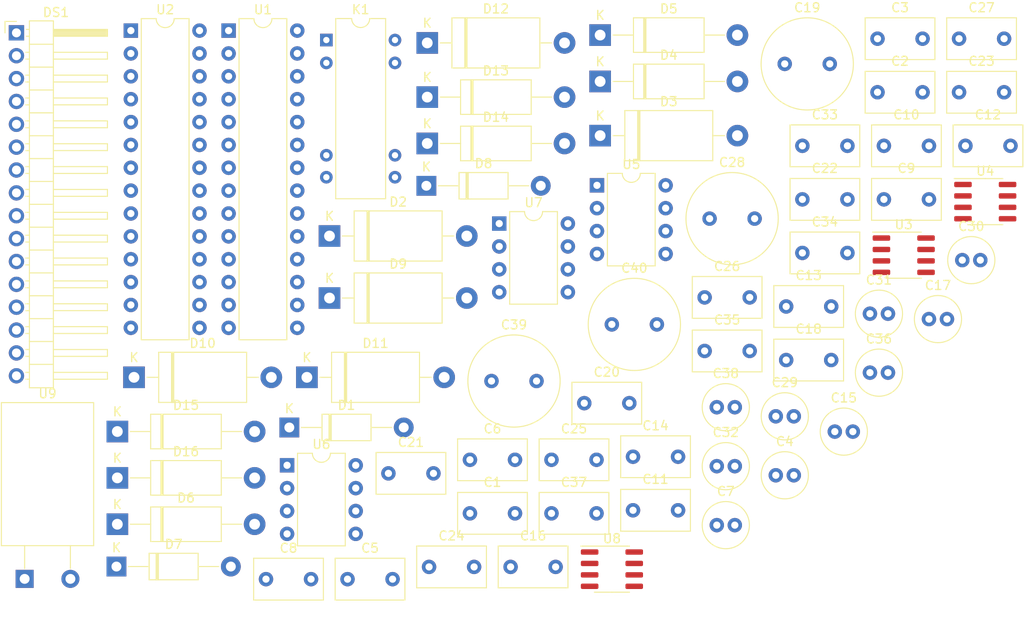
<source format=kicad_pcb>
(kicad_pcb (version 20171130) (host pcbnew 5.1.2-1.fc30)

  (general
    (thickness 1.6)
    (drawings 0)
    (tracks 0)
    (zones 0)
    (modules 67)
    (nets 96)
  )

  (page A4)
  (layers
    (0 F.Cu signal)
    (31 B.Cu signal)
    (32 B.Adhes user)
    (33 F.Adhes user)
    (34 B.Paste user)
    (35 F.Paste user)
    (36 B.SilkS user)
    (37 F.SilkS user)
    (38 B.Mask user)
    (39 F.Mask user)
    (40 Dwgs.User user)
    (41 Cmts.User user)
    (42 Eco1.User user)
    (43 Eco2.User user)
    (44 Edge.Cuts user)
    (45 Margin user)
    (46 B.CrtYd user)
    (47 F.CrtYd user)
    (48 B.Fab user)
    (49 F.Fab user)
  )

  (setup
    (last_trace_width 0.25)
    (trace_clearance 0.2)
    (zone_clearance 0.508)
    (zone_45_only no)
    (trace_min 0.2)
    (via_size 0.8)
    (via_drill 0.4)
    (via_min_size 0.4)
    (via_min_drill 0.3)
    (uvia_size 0.3)
    (uvia_drill 0.1)
    (uvias_allowed no)
    (uvia_min_size 0.2)
    (uvia_min_drill 0.1)
    (edge_width 0.05)
    (segment_width 0.2)
    (pcb_text_width 0.3)
    (pcb_text_size 1.5 1.5)
    (mod_edge_width 0.12)
    (mod_text_size 1 1)
    (mod_text_width 0.15)
    (pad_size 1.524 1.524)
    (pad_drill 0.762)
    (pad_to_mask_clearance 0.051)
    (solder_mask_min_width 0.25)
    (aux_axis_origin 0 0)
    (visible_elements FFFFFF7F)
    (pcbplotparams
      (layerselection 0x010fc_ffffffff)
      (usegerberextensions false)
      (usegerberattributes false)
      (usegerberadvancedattributes false)
      (creategerberjobfile false)
      (excludeedgelayer true)
      (linewidth 0.100000)
      (plotframeref false)
      (viasonmask false)
      (mode 1)
      (useauxorigin false)
      (hpglpennumber 1)
      (hpglpenspeed 20)
      (hpglpendiameter 15.000000)
      (psnegative false)
      (psa4output false)
      (plotreference true)
      (plotvalue true)
      (plotinvisibletext false)
      (padsonsilk false)
      (subtractmaskfromsilk false)
      (outputformat 1)
      (mirror false)
      (drillshape 1)
      (scaleselection 1)
      (outputdirectory ""))
  )

  (net 0 "")
  (net 1 GND)
  (net 2 "Net-(C1-Pad1)")
  (net 3 "Net-(C2-Pad1)")
  (net 4 "Net-(C3-Pad2)")
  (net 5 +5V)
  (net 6 "Net-(C5-Pad2)")
  (net 7 SPEEDO)
  (net 8 AMP)
  (net 9 BAT)
  (net 10 H1)
  (net 11 H2)
  (net 12 "Net-(C14-Pad2)")
  (net 13 +15V)
  (net 14 H3)
  (net 15 "Net-(C17-Pad2)")
  (net 16 "Net-(C17-Pad1)")
  (net 17 MAIN2)
  (net 18 "Net-(C20-Pad1)")
  (net 19 "Net-(C21-Pad1)")
  (net 20 "Net-(C21-Pad2)")
  (net 21 "Net-(C22-Pad1)")
  (net 22 "Net-(C22-Pad2)")
  (net 23 "Net-(C23-Pad1)")
  (net 24 "Net-(C24-Pad1)")
  (net 25 "Net-(C25-Pad1)")
  (net 26 "Net-(C31-Pad2)")
  (net 27 "Net-(C31-Pad1)")
  (net 28 "Net-(C32-Pad2)")
  (net 29 "Net-(C32-Pad1)")
  (net 30 "Net-(D2-Pad1)")
  (net 31 "Net-(D3-Pad1)")
  (net 32 Uphase)
  (net 33 "Net-(D6-Pad2)")
  (net 34 "Net-(D6-Pad1)")
  (net 35 "Net-(D9-Pad1)")
  (net 36 "Net-(D10-Pad1)")
  (net 37 "Net-(D11-Pad1)")
  (net 38 "Net-(D12-Pad1)")
  (net 39 Vphase)
  (net 40 Wphase)
  (net 41 "Net-(DS1-Pad5)")
  (net 42 RS)
  (net 43 E)
  (net 44 "Net-(DS1-Pad9)")
  (net 45 "Net-(DS1-Pad10)")
  (net 46 "Net-(DS1-Pad11)")
  (net 47 "Net-(DS1-Pad12)")
  (net 48 D4)
  (net 49 D5)
  (net 50 D6)
  (net 51 D7)
  (net 52 MAIN1)
  (net 53 "Net-(F1-Pad1)")
  (net 54 "Net-(U1-Pad1)")
  (net 55 P1)
  (net 56 "Net-(U1-Pad16)")
  (net 57 P2)
  (net 58 "Net-(U1-Pad17)")
  (net 59 P3)
  (net 60 "Net-(SW1-Pad1)")
  (net 61 "Net-(U1-Pad19)")
  (net 62 P4)
  (net 63 "Net-(U1-Pad10)")
  (net 64 "Net-(U1-Pad24)")
  (net 65 THRO)
  (net 66 "Net-(U1-Pad27)")
  (net 67 TEMP)
  (net 68 "Net-(U2-Pad28)")
  (net 69 "Net-(U2-Pad27)")
  (net 70 Vsd)
  (net 71 "Net-(U2-Pad23)")
  (net 72 "Net-(R1-Pad2)")
  (net 73 "Net-(U2-Pad6)")
  (net 74 "Net-(U2-Pad19)")
  (net 75 Win)
  (net 76 "Net-(U2-Pad18)")
  (net 77 Vin)
  (net 78 Wsd)
  (net 79 Uin)
  (net 80 "Net-(U2-Pad16)")
  (net 81 "Net-(U2-Pad2)")
  (net 82 Usd)
  (net 83 "Net-(U2-Pad1)")
  (net 84 "Net-(R2-Pad1)")
  (net 85 "Net-(U3-Pad5)")
  (net 86 "Net-(U3-Pad6)")
  (net 87 "Net-(R7-Pad2)")
  (net 88 "Net-(U4-Pad7)")
  (net 89 "Net-(U4-Pad6)")
  (net 90 "Net-(U4-Pad5)")
  (net 91 "Net-(U4-Pad3)")
  (net 92 "Net-(U4-Pad2)")
  (net 93 "Net-(R27-Pad2)")
  (net 94 "Net-(U8-Pad5)")
  (net 95 "Net-(U8-Pad8)")

  (net_class Default "To jest domyślna klasa połączeń."
    (clearance 0.2)
    (trace_width 0.25)
    (via_dia 0.8)
    (via_drill 0.4)
    (uvia_dia 0.3)
    (uvia_drill 0.1)
    (add_net +15V)
    (add_net +5V)
    (add_net AMP)
    (add_net BAT)
    (add_net D4)
    (add_net D5)
    (add_net D6)
    (add_net D7)
    (add_net E)
    (add_net GND)
    (add_net H1)
    (add_net H2)
    (add_net H3)
    (add_net MAIN1)
    (add_net MAIN2)
    (add_net "Net-(C1-Pad1)")
    (add_net "Net-(C14-Pad2)")
    (add_net "Net-(C17-Pad1)")
    (add_net "Net-(C17-Pad2)")
    (add_net "Net-(C2-Pad1)")
    (add_net "Net-(C20-Pad1)")
    (add_net "Net-(C21-Pad1)")
    (add_net "Net-(C21-Pad2)")
    (add_net "Net-(C22-Pad1)")
    (add_net "Net-(C22-Pad2)")
    (add_net "Net-(C23-Pad1)")
    (add_net "Net-(C24-Pad1)")
    (add_net "Net-(C25-Pad1)")
    (add_net "Net-(C3-Pad2)")
    (add_net "Net-(C31-Pad1)")
    (add_net "Net-(C31-Pad2)")
    (add_net "Net-(C32-Pad1)")
    (add_net "Net-(C32-Pad2)")
    (add_net "Net-(C5-Pad2)")
    (add_net "Net-(D10-Pad1)")
    (add_net "Net-(D11-Pad1)")
    (add_net "Net-(D12-Pad1)")
    (add_net "Net-(D2-Pad1)")
    (add_net "Net-(D3-Pad1)")
    (add_net "Net-(D6-Pad1)")
    (add_net "Net-(D6-Pad2)")
    (add_net "Net-(D9-Pad1)")
    (add_net "Net-(DS1-Pad10)")
    (add_net "Net-(DS1-Pad11)")
    (add_net "Net-(DS1-Pad12)")
    (add_net "Net-(DS1-Pad5)")
    (add_net "Net-(DS1-Pad9)")
    (add_net "Net-(F1-Pad1)")
    (add_net "Net-(R1-Pad2)")
    (add_net "Net-(R2-Pad1)")
    (add_net "Net-(R27-Pad2)")
    (add_net "Net-(R7-Pad2)")
    (add_net "Net-(SW1-Pad1)")
    (add_net "Net-(U1-Pad1)")
    (add_net "Net-(U1-Pad10)")
    (add_net "Net-(U1-Pad16)")
    (add_net "Net-(U1-Pad17)")
    (add_net "Net-(U1-Pad19)")
    (add_net "Net-(U1-Pad24)")
    (add_net "Net-(U1-Pad27)")
    (add_net "Net-(U2-Pad1)")
    (add_net "Net-(U2-Pad16)")
    (add_net "Net-(U2-Pad18)")
    (add_net "Net-(U2-Pad19)")
    (add_net "Net-(U2-Pad2)")
    (add_net "Net-(U2-Pad23)")
    (add_net "Net-(U2-Pad27)")
    (add_net "Net-(U2-Pad28)")
    (add_net "Net-(U2-Pad6)")
    (add_net "Net-(U3-Pad5)")
    (add_net "Net-(U3-Pad6)")
    (add_net "Net-(U4-Pad2)")
    (add_net "Net-(U4-Pad3)")
    (add_net "Net-(U4-Pad5)")
    (add_net "Net-(U4-Pad6)")
    (add_net "Net-(U4-Pad7)")
    (add_net "Net-(U8-Pad5)")
    (add_net "Net-(U8-Pad8)")
    (add_net P1)
    (add_net P2)
    (add_net P3)
    (add_net P4)
    (add_net RS)
    (add_net SPEEDO)
    (add_net TEMP)
    (add_net THRO)
    (add_net Uin)
    (add_net Uphase)
    (add_net Usd)
    (add_net Vin)
    (add_net Vphase)
    (add_net Vsd)
    (add_net Win)
    (add_net Wphase)
    (add_net Wsd)
  )

  (module Capacitor_THT:C_Disc_D7.5mm_W4.4mm_P5.00mm (layer F.Cu) (tedit 5AE50EF0) (tstamp 5D1FBFB5)
    (at 137.509001 125.563001)
    (descr "C, Disc series, Radial, pin pitch=5.00mm, , diameter*width=7.5*4.4mm^2, Capacitor")
    (tags "C Disc series Radial pin pitch 5.00mm  diameter 7.5mm width 4.4mm Capacitor")
    (path /5D1CB3F0)
    (fp_text reference C1 (at 2.5 -3.45) (layer F.SilkS)
      (effects (font (size 1 1) (thickness 0.15)))
    )
    (fp_text value 100n (at 2.5 3.45) (layer F.Fab)
      (effects (font (size 1 1) (thickness 0.15)))
    )
    (fp_text user %R (at 2.5 0) (layer F.Fab)
      (effects (font (size 1 1) (thickness 0.15)))
    )
    (fp_line (start 6.5 -2.45) (end -1.5 -2.45) (layer F.CrtYd) (width 0.05))
    (fp_line (start 6.5 2.45) (end 6.5 -2.45) (layer F.CrtYd) (width 0.05))
    (fp_line (start -1.5 2.45) (end 6.5 2.45) (layer F.CrtYd) (width 0.05))
    (fp_line (start -1.5 -2.45) (end -1.5 2.45) (layer F.CrtYd) (width 0.05))
    (fp_line (start 6.37 -2.321) (end 6.37 2.321) (layer F.SilkS) (width 0.12))
    (fp_line (start -1.37 -2.321) (end -1.37 2.321) (layer F.SilkS) (width 0.12))
    (fp_line (start -1.37 2.321) (end 6.37 2.321) (layer F.SilkS) (width 0.12))
    (fp_line (start -1.37 -2.321) (end 6.37 -2.321) (layer F.SilkS) (width 0.12))
    (fp_line (start 6.25 -2.2) (end -1.25 -2.2) (layer F.Fab) (width 0.1))
    (fp_line (start 6.25 2.2) (end 6.25 -2.2) (layer F.Fab) (width 0.1))
    (fp_line (start -1.25 2.2) (end 6.25 2.2) (layer F.Fab) (width 0.1))
    (fp_line (start -1.25 -2.2) (end -1.25 2.2) (layer F.Fab) (width 0.1))
    (pad 2 thru_hole circle (at 5 0) (size 1.6 1.6) (drill 0.8) (layers *.Cu *.Mask)
      (net 1 GND))
    (pad 1 thru_hole circle (at 0 0) (size 1.6 1.6) (drill 0.8) (layers *.Cu *.Mask)
      (net 2 "Net-(C1-Pad1)"))
    (model ${KISYS3DMOD}/Capacitor_THT.3dshapes/C_Disc_D7.5mm_W4.4mm_P5.00mm.wrl
      (at (xyz 0 0 0))
      (scale (xyz 1 1 1))
      (rotate (xyz 0 0 0))
    )
  )

  (module Capacitor_THT:C_Disc_D7.5mm_W4.4mm_P5.00mm (layer F.Cu) (tedit 5AE50EF0) (tstamp 5D1FBFC8)
    (at 182.749001 78.783001)
    (descr "C, Disc series, Radial, pin pitch=5.00mm, , diameter*width=7.5*4.4mm^2, Capacitor")
    (tags "C Disc series Radial pin pitch 5.00mm  diameter 7.5mm width 4.4mm Capacitor")
    (path /5D24149D)
    (fp_text reference C2 (at 2.5 -3.45) (layer F.SilkS)
      (effects (font (size 1 1) (thickness 0.15)))
    )
    (fp_text value 100n (at 2.5 3.45) (layer F.Fab)
      (effects (font (size 1 1) (thickness 0.15)))
    )
    (fp_line (start -1.25 -2.2) (end -1.25 2.2) (layer F.Fab) (width 0.1))
    (fp_line (start -1.25 2.2) (end 6.25 2.2) (layer F.Fab) (width 0.1))
    (fp_line (start 6.25 2.2) (end 6.25 -2.2) (layer F.Fab) (width 0.1))
    (fp_line (start 6.25 -2.2) (end -1.25 -2.2) (layer F.Fab) (width 0.1))
    (fp_line (start -1.37 -2.321) (end 6.37 -2.321) (layer F.SilkS) (width 0.12))
    (fp_line (start -1.37 2.321) (end 6.37 2.321) (layer F.SilkS) (width 0.12))
    (fp_line (start -1.37 -2.321) (end -1.37 2.321) (layer F.SilkS) (width 0.12))
    (fp_line (start 6.37 -2.321) (end 6.37 2.321) (layer F.SilkS) (width 0.12))
    (fp_line (start -1.5 -2.45) (end -1.5 2.45) (layer F.CrtYd) (width 0.05))
    (fp_line (start -1.5 2.45) (end 6.5 2.45) (layer F.CrtYd) (width 0.05))
    (fp_line (start 6.5 2.45) (end 6.5 -2.45) (layer F.CrtYd) (width 0.05))
    (fp_line (start 6.5 -2.45) (end -1.5 -2.45) (layer F.CrtYd) (width 0.05))
    (fp_text user %R (at 2.5 0) (layer F.Fab)
      (effects (font (size 1 1) (thickness 0.15)))
    )
    (pad 1 thru_hole circle (at 0 0) (size 1.6 1.6) (drill 0.8) (layers *.Cu *.Mask)
      (net 3 "Net-(C2-Pad1)"))
    (pad 2 thru_hole circle (at 5 0) (size 1.6 1.6) (drill 0.8) (layers *.Cu *.Mask)
      (net 1 GND))
    (model ${KISYS3DMOD}/Capacitor_THT.3dshapes/C_Disc_D7.5mm_W4.4mm_P5.00mm.wrl
      (at (xyz 0 0 0))
      (scale (xyz 1 1 1))
      (rotate (xyz 0 0 0))
    )
  )

  (module Capacitor_THT:C_Disc_D7.5mm_W4.4mm_P5.00mm (layer F.Cu) (tedit 5AE50EF0) (tstamp 5D1FBFDB)
    (at 182.749001 72.833001)
    (descr "C, Disc series, Radial, pin pitch=5.00mm, , diameter*width=7.5*4.4mm^2, Capacitor")
    (tags "C Disc series Radial pin pitch 5.00mm  diameter 7.5mm width 4.4mm Capacitor")
    (path /5D1D6D6F)
    (fp_text reference C3 (at 2.5 -3.45) (layer F.SilkS)
      (effects (font (size 1 1) (thickness 0.15)))
    )
    (fp_text value 100n (at 2.5 3.45) (layer F.Fab)
      (effects (font (size 1 1) (thickness 0.15)))
    )
    (fp_text user %R (at 2.5 0) (layer F.Fab)
      (effects (font (size 1 1) (thickness 0.15)))
    )
    (fp_line (start 6.5 -2.45) (end -1.5 -2.45) (layer F.CrtYd) (width 0.05))
    (fp_line (start 6.5 2.45) (end 6.5 -2.45) (layer F.CrtYd) (width 0.05))
    (fp_line (start -1.5 2.45) (end 6.5 2.45) (layer F.CrtYd) (width 0.05))
    (fp_line (start -1.5 -2.45) (end -1.5 2.45) (layer F.CrtYd) (width 0.05))
    (fp_line (start 6.37 -2.321) (end 6.37 2.321) (layer F.SilkS) (width 0.12))
    (fp_line (start -1.37 -2.321) (end -1.37 2.321) (layer F.SilkS) (width 0.12))
    (fp_line (start -1.37 2.321) (end 6.37 2.321) (layer F.SilkS) (width 0.12))
    (fp_line (start -1.37 -2.321) (end 6.37 -2.321) (layer F.SilkS) (width 0.12))
    (fp_line (start 6.25 -2.2) (end -1.25 -2.2) (layer F.Fab) (width 0.1))
    (fp_line (start 6.25 2.2) (end 6.25 -2.2) (layer F.Fab) (width 0.1))
    (fp_line (start -1.25 2.2) (end 6.25 2.2) (layer F.Fab) (width 0.1))
    (fp_line (start -1.25 -2.2) (end -1.25 2.2) (layer F.Fab) (width 0.1))
    (pad 2 thru_hole circle (at 5 0) (size 1.6 1.6) (drill 0.8) (layers *.Cu *.Mask)
      (net 4 "Net-(C3-Pad2)"))
    (pad 1 thru_hole circle (at 0 0) (size 1.6 1.6) (drill 0.8) (layers *.Cu *.Mask)
      (net 1 GND))
    (model ${KISYS3DMOD}/Capacitor_THT.3dshapes/C_Disc_D7.5mm_W4.4mm_P5.00mm.wrl
      (at (xyz 0 0 0))
      (scale (xyz 1 1 1))
      (rotate (xyz 0 0 0))
    )
  )

  (module Capacitor_THT:C_Radial_D5.0mm_H11.0mm_P2.00mm (layer F.Cu) (tedit 5BC5C9B9) (tstamp 5D1FBFE5)
    (at 171.459001 121.333001)
    (descr "C, Radial series, Radial, pin pitch=2.00mm, diameter=5mm, height=11mm, Non-Polar Electrolytic Capacitor")
    (tags "C Radial series Radial pin pitch 2.00mm diameter 5mm height 11mm Non-Polar Electrolytic Capacitor")
    (path /5D1CCAAE)
    (fp_text reference C4 (at 1 -3.75) (layer F.SilkS)
      (effects (font (size 1 1) (thickness 0.15)))
    )
    (fp_text value 100u (at 1 3.75) (layer F.Fab)
      (effects (font (size 1 1) (thickness 0.15)))
    )
    (fp_circle (center 1 0) (end 3.5 0) (layer F.Fab) (width 0.1))
    (fp_circle (center 1 0) (end 3.62 0) (layer F.SilkS) (width 0.12))
    (fp_circle (center 1 0) (end 3.75 0) (layer F.CrtYd) (width 0.05))
    (fp_text user %R (at 1 0) (layer F.Fab)
      (effects (font (size 1 1) (thickness 0.15)))
    )
    (pad 1 thru_hole circle (at 0 0) (size 1.6 1.6) (drill 0.8) (layers *.Cu *.Mask)
      (net 5 +5V))
    (pad 2 thru_hole circle (at 2 0) (size 1.6 1.6) (drill 0.8) (layers *.Cu *.Mask)
      (net 1 GND))
    (model ${KISYS3DMOD}/Capacitor_THT.3dshapes/C_Radial_D5.0mm_H11.0mm_P2.00mm.wrl
      (at (xyz 0 0 0))
      (scale (xyz 1 1 1))
      (rotate (xyz 0 0 0))
    )
  )

  (module Capacitor_THT:C_Disc_D7.5mm_W4.4mm_P5.00mm (layer F.Cu) (tedit 5AE50EF0) (tstamp 5D1FBFF8)
    (at 123.919001 132.873001)
    (descr "C, Disc series, Radial, pin pitch=5.00mm, , diameter*width=7.5*4.4mm^2, Capacitor")
    (tags "C Disc series Radial pin pitch 5.00mm  diameter 7.5mm width 4.4mm Capacitor")
    (path /5D2414B3)
    (fp_text reference C5 (at 2.5 -3.45) (layer F.SilkS)
      (effects (font (size 1 1) (thickness 0.15)))
    )
    (fp_text value 100n (at 2.5 3.45) (layer F.Fab)
      (effects (font (size 1 1) (thickness 0.15)))
    )
    (fp_text user %R (at 2.5 0) (layer F.Fab)
      (effects (font (size 1 1) (thickness 0.15)))
    )
    (fp_line (start 6.5 -2.45) (end -1.5 -2.45) (layer F.CrtYd) (width 0.05))
    (fp_line (start 6.5 2.45) (end 6.5 -2.45) (layer F.CrtYd) (width 0.05))
    (fp_line (start -1.5 2.45) (end 6.5 2.45) (layer F.CrtYd) (width 0.05))
    (fp_line (start -1.5 -2.45) (end -1.5 2.45) (layer F.CrtYd) (width 0.05))
    (fp_line (start 6.37 -2.321) (end 6.37 2.321) (layer F.SilkS) (width 0.12))
    (fp_line (start -1.37 -2.321) (end -1.37 2.321) (layer F.SilkS) (width 0.12))
    (fp_line (start -1.37 2.321) (end 6.37 2.321) (layer F.SilkS) (width 0.12))
    (fp_line (start -1.37 -2.321) (end 6.37 -2.321) (layer F.SilkS) (width 0.12))
    (fp_line (start 6.25 -2.2) (end -1.25 -2.2) (layer F.Fab) (width 0.1))
    (fp_line (start 6.25 2.2) (end 6.25 -2.2) (layer F.Fab) (width 0.1))
    (fp_line (start -1.25 2.2) (end 6.25 2.2) (layer F.Fab) (width 0.1))
    (fp_line (start -1.25 -2.2) (end -1.25 2.2) (layer F.Fab) (width 0.1))
    (pad 2 thru_hole circle (at 5 0) (size 1.6 1.6) (drill 0.8) (layers *.Cu *.Mask)
      (net 6 "Net-(C5-Pad2)"))
    (pad 1 thru_hole circle (at 0 0) (size 1.6 1.6) (drill 0.8) (layers *.Cu *.Mask)
      (net 1 GND))
    (model ${KISYS3DMOD}/Capacitor_THT.3dshapes/C_Disc_D7.5mm_W4.4mm_P5.00mm.wrl
      (at (xyz 0 0 0))
      (scale (xyz 1 1 1))
      (rotate (xyz 0 0 0))
    )
  )

  (module Capacitor_THT:C_Disc_D7.5mm_W4.4mm_P5.00mm (layer F.Cu) (tedit 5AE50EF0) (tstamp 5D1FC00B)
    (at 137.509001 119.613001)
    (descr "C, Disc series, Radial, pin pitch=5.00mm, , diameter*width=7.5*4.4mm^2, Capacitor")
    (tags "C Disc series Radial pin pitch 5.00mm  diameter 7.5mm width 4.4mm Capacitor")
    (path /5D1CCE45)
    (fp_text reference C6 (at 2.5 -3.45) (layer F.SilkS)
      (effects (font (size 1 1) (thickness 0.15)))
    )
    (fp_text value 100n (at 2.5 3.45) (layer F.Fab)
      (effects (font (size 1 1) (thickness 0.15)))
    )
    (fp_line (start -1.25 -2.2) (end -1.25 2.2) (layer F.Fab) (width 0.1))
    (fp_line (start -1.25 2.2) (end 6.25 2.2) (layer F.Fab) (width 0.1))
    (fp_line (start 6.25 2.2) (end 6.25 -2.2) (layer F.Fab) (width 0.1))
    (fp_line (start 6.25 -2.2) (end -1.25 -2.2) (layer F.Fab) (width 0.1))
    (fp_line (start -1.37 -2.321) (end 6.37 -2.321) (layer F.SilkS) (width 0.12))
    (fp_line (start -1.37 2.321) (end 6.37 2.321) (layer F.SilkS) (width 0.12))
    (fp_line (start -1.37 -2.321) (end -1.37 2.321) (layer F.SilkS) (width 0.12))
    (fp_line (start 6.37 -2.321) (end 6.37 2.321) (layer F.SilkS) (width 0.12))
    (fp_line (start -1.5 -2.45) (end -1.5 2.45) (layer F.CrtYd) (width 0.05))
    (fp_line (start -1.5 2.45) (end 6.5 2.45) (layer F.CrtYd) (width 0.05))
    (fp_line (start 6.5 2.45) (end 6.5 -2.45) (layer F.CrtYd) (width 0.05))
    (fp_line (start 6.5 -2.45) (end -1.5 -2.45) (layer F.CrtYd) (width 0.05))
    (fp_text user %R (at 2.5 0) (layer F.Fab)
      (effects (font (size 1 1) (thickness 0.15)))
    )
    (pad 1 thru_hole circle (at 0 0) (size 1.6 1.6) (drill 0.8) (layers *.Cu *.Mask)
      (net 5 +5V))
    (pad 2 thru_hole circle (at 5 0) (size 1.6 1.6) (drill 0.8) (layers *.Cu *.Mask)
      (net 1 GND))
    (model ${KISYS3DMOD}/Capacitor_THT.3dshapes/C_Disc_D7.5mm_W4.4mm_P5.00mm.wrl
      (at (xyz 0 0 0))
      (scale (xyz 1 1 1))
      (rotate (xyz 0 0 0))
    )
  )

  (module Capacitor_THT:C_Radial_D5.0mm_H11.0mm_P2.00mm (layer F.Cu) (tedit 5BC5C9B9) (tstamp 5D1FC015)
    (at 164.909001 126.873001)
    (descr "C, Radial series, Radial, pin pitch=2.00mm, diameter=5mm, height=11mm, Non-Polar Electrolytic Capacitor")
    (tags "C Radial series Radial pin pitch 2.00mm diameter 5mm height 11mm Non-Polar Electrolytic Capacitor")
    (path /5D2414D3)
    (fp_text reference C7 (at 1 -3.75) (layer F.SilkS)
      (effects (font (size 1 1) (thickness 0.15)))
    )
    (fp_text value 100u (at 1 3.75) (layer F.Fab)
      (effects (font (size 1 1) (thickness 0.15)))
    )
    (fp_circle (center 1 0) (end 3.5 0) (layer F.Fab) (width 0.1))
    (fp_circle (center 1 0) (end 3.62 0) (layer F.SilkS) (width 0.12))
    (fp_circle (center 1 0) (end 3.75 0) (layer F.CrtYd) (width 0.05))
    (fp_text user %R (at 1 0) (layer F.Fab)
      (effects (font (size 1 1) (thickness 0.15)))
    )
    (pad 1 thru_hole circle (at 0 0) (size 1.6 1.6) (drill 0.8) (layers *.Cu *.Mask)
      (net 5 +5V))
    (pad 2 thru_hole circle (at 2 0) (size 1.6 1.6) (drill 0.8) (layers *.Cu *.Mask)
      (net 1 GND))
    (model ${KISYS3DMOD}/Capacitor_THT.3dshapes/C_Radial_D5.0mm_H11.0mm_P2.00mm.wrl
      (at (xyz 0 0 0))
      (scale (xyz 1 1 1))
      (rotate (xyz 0 0 0))
    )
  )

  (module Capacitor_THT:C_Disc_D7.5mm_W4.4mm_P5.00mm (layer F.Cu) (tedit 5AE50EF0) (tstamp 5D1FC028)
    (at 114.869001 132.873001)
    (descr "C, Disc series, Radial, pin pitch=5.00mm, , diameter*width=7.5*4.4mm^2, Capacitor")
    (tags "C Disc series Radial pin pitch 5.00mm  diameter 7.5mm width 4.4mm Capacitor")
    (path /5D2414CD)
    (fp_text reference C8 (at 2.5 -3.45) (layer F.SilkS)
      (effects (font (size 1 1) (thickness 0.15)))
    )
    (fp_text value 100n (at 2.5 3.45) (layer F.Fab)
      (effects (font (size 1 1) (thickness 0.15)))
    )
    (fp_line (start -1.25 -2.2) (end -1.25 2.2) (layer F.Fab) (width 0.1))
    (fp_line (start -1.25 2.2) (end 6.25 2.2) (layer F.Fab) (width 0.1))
    (fp_line (start 6.25 2.2) (end 6.25 -2.2) (layer F.Fab) (width 0.1))
    (fp_line (start 6.25 -2.2) (end -1.25 -2.2) (layer F.Fab) (width 0.1))
    (fp_line (start -1.37 -2.321) (end 6.37 -2.321) (layer F.SilkS) (width 0.12))
    (fp_line (start -1.37 2.321) (end 6.37 2.321) (layer F.SilkS) (width 0.12))
    (fp_line (start -1.37 -2.321) (end -1.37 2.321) (layer F.SilkS) (width 0.12))
    (fp_line (start 6.37 -2.321) (end 6.37 2.321) (layer F.SilkS) (width 0.12))
    (fp_line (start -1.5 -2.45) (end -1.5 2.45) (layer F.CrtYd) (width 0.05))
    (fp_line (start -1.5 2.45) (end 6.5 2.45) (layer F.CrtYd) (width 0.05))
    (fp_line (start 6.5 2.45) (end 6.5 -2.45) (layer F.CrtYd) (width 0.05))
    (fp_line (start 6.5 -2.45) (end -1.5 -2.45) (layer F.CrtYd) (width 0.05))
    (fp_text user %R (at 2.5 0) (layer F.Fab)
      (effects (font (size 1 1) (thickness 0.15)))
    )
    (pad 1 thru_hole circle (at 0 0) (size 1.6 1.6) (drill 0.8) (layers *.Cu *.Mask)
      (net 5 +5V))
    (pad 2 thru_hole circle (at 5 0) (size 1.6 1.6) (drill 0.8) (layers *.Cu *.Mask)
      (net 1 GND))
    (model ${KISYS3DMOD}/Capacitor_THT.3dshapes/C_Disc_D7.5mm_W4.4mm_P5.00mm.wrl
      (at (xyz 0 0 0))
      (scale (xyz 1 1 1))
      (rotate (xyz 0 0 0))
    )
  )

  (module Capacitor_THT:C_Disc_D7.5mm_W4.4mm_P5.00mm (layer F.Cu) (tedit 5AE50EF0) (tstamp 5D1FC03B)
    (at 183.459001 90.683001)
    (descr "C, Disc series, Radial, pin pitch=5.00mm, , diameter*width=7.5*4.4mm^2, Capacitor")
    (tags "C Disc series Radial pin pitch 5.00mm  diameter 7.5mm width 4.4mm Capacitor")
    (path /5D267CB2)
    (fp_text reference C9 (at 2.5 -3.45) (layer F.SilkS)
      (effects (font (size 1 1) (thickness 0.15)))
    )
    (fp_text value 100n (at 2.5 3.45) (layer F.Fab)
      (effects (font (size 1 1) (thickness 0.15)))
    )
    (fp_line (start -1.25 -2.2) (end -1.25 2.2) (layer F.Fab) (width 0.1))
    (fp_line (start -1.25 2.2) (end 6.25 2.2) (layer F.Fab) (width 0.1))
    (fp_line (start 6.25 2.2) (end 6.25 -2.2) (layer F.Fab) (width 0.1))
    (fp_line (start 6.25 -2.2) (end -1.25 -2.2) (layer F.Fab) (width 0.1))
    (fp_line (start -1.37 -2.321) (end 6.37 -2.321) (layer F.SilkS) (width 0.12))
    (fp_line (start -1.37 2.321) (end 6.37 2.321) (layer F.SilkS) (width 0.12))
    (fp_line (start -1.37 -2.321) (end -1.37 2.321) (layer F.SilkS) (width 0.12))
    (fp_line (start 6.37 -2.321) (end 6.37 2.321) (layer F.SilkS) (width 0.12))
    (fp_line (start -1.5 -2.45) (end -1.5 2.45) (layer F.CrtYd) (width 0.05))
    (fp_line (start -1.5 2.45) (end 6.5 2.45) (layer F.CrtYd) (width 0.05))
    (fp_line (start 6.5 2.45) (end 6.5 -2.45) (layer F.CrtYd) (width 0.05))
    (fp_line (start 6.5 -2.45) (end -1.5 -2.45) (layer F.CrtYd) (width 0.05))
    (fp_text user %R (at 2.5 0) (layer F.Fab)
      (effects (font (size 1 1) (thickness 0.15)))
    )
    (pad 1 thru_hole circle (at 0 0) (size 1.6 1.6) (drill 0.8) (layers *.Cu *.Mask)
      (net 7 SPEEDO))
    (pad 2 thru_hole circle (at 5 0) (size 1.6 1.6) (drill 0.8) (layers *.Cu *.Mask)
      (net 1 GND))
    (model ${KISYS3DMOD}/Capacitor_THT.3dshapes/C_Disc_D7.5mm_W4.4mm_P5.00mm.wrl
      (at (xyz 0 0 0))
      (scale (xyz 1 1 1))
      (rotate (xyz 0 0 0))
    )
  )

  (module Capacitor_THT:C_Disc_D7.5mm_W4.4mm_P5.00mm (layer F.Cu) (tedit 5AE50EF0) (tstamp 5D1FC04E)
    (at 183.459001 84.733001)
    (descr "C, Disc series, Radial, pin pitch=5.00mm, , diameter*width=7.5*4.4mm^2, Capacitor")
    (tags "C Disc series Radial pin pitch 5.00mm  diameter 7.5mm width 4.4mm Capacitor")
    (path /5D228BC5)
    (fp_text reference C10 (at 2.5 -3.45) (layer F.SilkS)
      (effects (font (size 1 1) (thickness 0.15)))
    )
    (fp_text value 100n (at 2.5 3.45) (layer F.Fab)
      (effects (font (size 1 1) (thickness 0.15)))
    )
    (fp_text user %R (at 2.5 0) (layer F.Fab)
      (effects (font (size 1 1) (thickness 0.15)))
    )
    (fp_line (start 6.5 -2.45) (end -1.5 -2.45) (layer F.CrtYd) (width 0.05))
    (fp_line (start 6.5 2.45) (end 6.5 -2.45) (layer F.CrtYd) (width 0.05))
    (fp_line (start -1.5 2.45) (end 6.5 2.45) (layer F.CrtYd) (width 0.05))
    (fp_line (start -1.5 -2.45) (end -1.5 2.45) (layer F.CrtYd) (width 0.05))
    (fp_line (start 6.37 -2.321) (end 6.37 2.321) (layer F.SilkS) (width 0.12))
    (fp_line (start -1.37 -2.321) (end -1.37 2.321) (layer F.SilkS) (width 0.12))
    (fp_line (start -1.37 2.321) (end 6.37 2.321) (layer F.SilkS) (width 0.12))
    (fp_line (start -1.37 -2.321) (end 6.37 -2.321) (layer F.SilkS) (width 0.12))
    (fp_line (start 6.25 -2.2) (end -1.25 -2.2) (layer F.Fab) (width 0.1))
    (fp_line (start 6.25 2.2) (end 6.25 -2.2) (layer F.Fab) (width 0.1))
    (fp_line (start -1.25 2.2) (end 6.25 2.2) (layer F.Fab) (width 0.1))
    (fp_line (start -1.25 -2.2) (end -1.25 2.2) (layer F.Fab) (width 0.1))
    (pad 2 thru_hole circle (at 5 0) (size 1.6 1.6) (drill 0.8) (layers *.Cu *.Mask)
      (net 1 GND))
    (pad 1 thru_hole circle (at 0 0) (size 1.6 1.6) (drill 0.8) (layers *.Cu *.Mask)
      (net 8 AMP))
    (model ${KISYS3DMOD}/Capacitor_THT.3dshapes/C_Disc_D7.5mm_W4.4mm_P5.00mm.wrl
      (at (xyz 0 0 0))
      (scale (xyz 1 1 1))
      (rotate (xyz 0 0 0))
    )
  )

  (module Capacitor_THT:C_Disc_D7.5mm_W4.4mm_P5.00mm (layer F.Cu) (tedit 5AE50EF0) (tstamp 5D1FC061)
    (at 155.609001 125.223001)
    (descr "C, Disc series, Radial, pin pitch=5.00mm, , diameter*width=7.5*4.4mm^2, Capacitor")
    (tags "C Disc series Radial pin pitch 5.00mm  diameter 7.5mm width 4.4mm Capacitor")
    (path /5D42D6E4)
    (fp_text reference C11 (at 2.5 -3.45) (layer F.SilkS)
      (effects (font (size 1 1) (thickness 0.15)))
    )
    (fp_text value 100n (at 2.5 3.45) (layer F.Fab)
      (effects (font (size 1 1) (thickness 0.15)))
    )
    (fp_text user %R (at 2.5 0) (layer F.Fab)
      (effects (font (size 1 1) (thickness 0.15)))
    )
    (fp_line (start 6.5 -2.45) (end -1.5 -2.45) (layer F.CrtYd) (width 0.05))
    (fp_line (start 6.5 2.45) (end 6.5 -2.45) (layer F.CrtYd) (width 0.05))
    (fp_line (start -1.5 2.45) (end 6.5 2.45) (layer F.CrtYd) (width 0.05))
    (fp_line (start -1.5 -2.45) (end -1.5 2.45) (layer F.CrtYd) (width 0.05))
    (fp_line (start 6.37 -2.321) (end 6.37 2.321) (layer F.SilkS) (width 0.12))
    (fp_line (start -1.37 -2.321) (end -1.37 2.321) (layer F.SilkS) (width 0.12))
    (fp_line (start -1.37 2.321) (end 6.37 2.321) (layer F.SilkS) (width 0.12))
    (fp_line (start -1.37 -2.321) (end 6.37 -2.321) (layer F.SilkS) (width 0.12))
    (fp_line (start 6.25 -2.2) (end -1.25 -2.2) (layer F.Fab) (width 0.1))
    (fp_line (start 6.25 2.2) (end 6.25 -2.2) (layer F.Fab) (width 0.1))
    (fp_line (start -1.25 2.2) (end 6.25 2.2) (layer F.Fab) (width 0.1))
    (fp_line (start -1.25 -2.2) (end -1.25 2.2) (layer F.Fab) (width 0.1))
    (pad 2 thru_hole circle (at 5 0) (size 1.6 1.6) (drill 0.8) (layers *.Cu *.Mask)
      (net 1 GND))
    (pad 1 thru_hole circle (at 0 0) (size 1.6 1.6) (drill 0.8) (layers *.Cu *.Mask)
      (net 9 BAT))
    (model ${KISYS3DMOD}/Capacitor_THT.3dshapes/C_Disc_D7.5mm_W4.4mm_P5.00mm.wrl
      (at (xyz 0 0 0))
      (scale (xyz 1 1 1))
      (rotate (xyz 0 0 0))
    )
  )

  (module Capacitor_THT:C_Disc_D7.5mm_W4.4mm_P5.00mm (layer F.Cu) (tedit 5AE50EF0) (tstamp 5D1FC074)
    (at 192.509001 84.733001)
    (descr "C, Disc series, Radial, pin pitch=5.00mm, , diameter*width=7.5*4.4mm^2, Capacitor")
    (tags "C Disc series Radial pin pitch 5.00mm  diameter 7.5mm width 4.4mm Capacitor")
    (path /5D2BEF84)
    (fp_text reference C12 (at 2.5 -3.45) (layer F.SilkS)
      (effects (font (size 1 1) (thickness 0.15)))
    )
    (fp_text value 100n (at 2.5 3.45) (layer F.Fab)
      (effects (font (size 1 1) (thickness 0.15)))
    )
    (fp_line (start -1.25 -2.2) (end -1.25 2.2) (layer F.Fab) (width 0.1))
    (fp_line (start -1.25 2.2) (end 6.25 2.2) (layer F.Fab) (width 0.1))
    (fp_line (start 6.25 2.2) (end 6.25 -2.2) (layer F.Fab) (width 0.1))
    (fp_line (start 6.25 -2.2) (end -1.25 -2.2) (layer F.Fab) (width 0.1))
    (fp_line (start -1.37 -2.321) (end 6.37 -2.321) (layer F.SilkS) (width 0.12))
    (fp_line (start -1.37 2.321) (end 6.37 2.321) (layer F.SilkS) (width 0.12))
    (fp_line (start -1.37 -2.321) (end -1.37 2.321) (layer F.SilkS) (width 0.12))
    (fp_line (start 6.37 -2.321) (end 6.37 2.321) (layer F.SilkS) (width 0.12))
    (fp_line (start -1.5 -2.45) (end -1.5 2.45) (layer F.CrtYd) (width 0.05))
    (fp_line (start -1.5 2.45) (end 6.5 2.45) (layer F.CrtYd) (width 0.05))
    (fp_line (start 6.5 2.45) (end 6.5 -2.45) (layer F.CrtYd) (width 0.05))
    (fp_line (start 6.5 -2.45) (end -1.5 -2.45) (layer F.CrtYd) (width 0.05))
    (fp_text user %R (at 2.5 0) (layer F.Fab)
      (effects (font (size 1 1) (thickness 0.15)))
    )
    (pad 1 thru_hole circle (at 0 0) (size 1.6 1.6) (drill 0.8) (layers *.Cu *.Mask)
      (net 10 H1))
    (pad 2 thru_hole circle (at 5 0) (size 1.6 1.6) (drill 0.8) (layers *.Cu *.Mask)
      (net 1 GND))
    (model ${KISYS3DMOD}/Capacitor_THT.3dshapes/C_Disc_D7.5mm_W4.4mm_P5.00mm.wrl
      (at (xyz 0 0 0))
      (scale (xyz 1 1 1))
      (rotate (xyz 0 0 0))
    )
  )

  (module Capacitor_THT:C_Disc_D7.5mm_W4.4mm_P5.00mm (layer F.Cu) (tedit 5AE50EF0) (tstamp 5D1FC087)
    (at 172.609001 102.583001)
    (descr "C, Disc series, Radial, pin pitch=5.00mm, , diameter*width=7.5*4.4mm^2, Capacitor")
    (tags "C Disc series Radial pin pitch 5.00mm  diameter 7.5mm width 4.4mm Capacitor")
    (path /5D3AC8C8)
    (fp_text reference C13 (at 2.5 -3.45) (layer F.SilkS)
      (effects (font (size 1 1) (thickness 0.15)))
    )
    (fp_text value 100n (at 2.5 3.45) (layer F.Fab)
      (effects (font (size 1 1) (thickness 0.15)))
    )
    (fp_line (start -1.25 -2.2) (end -1.25 2.2) (layer F.Fab) (width 0.1))
    (fp_line (start -1.25 2.2) (end 6.25 2.2) (layer F.Fab) (width 0.1))
    (fp_line (start 6.25 2.2) (end 6.25 -2.2) (layer F.Fab) (width 0.1))
    (fp_line (start 6.25 -2.2) (end -1.25 -2.2) (layer F.Fab) (width 0.1))
    (fp_line (start -1.37 -2.321) (end 6.37 -2.321) (layer F.SilkS) (width 0.12))
    (fp_line (start -1.37 2.321) (end 6.37 2.321) (layer F.SilkS) (width 0.12))
    (fp_line (start -1.37 -2.321) (end -1.37 2.321) (layer F.SilkS) (width 0.12))
    (fp_line (start 6.37 -2.321) (end 6.37 2.321) (layer F.SilkS) (width 0.12))
    (fp_line (start -1.5 -2.45) (end -1.5 2.45) (layer F.CrtYd) (width 0.05))
    (fp_line (start -1.5 2.45) (end 6.5 2.45) (layer F.CrtYd) (width 0.05))
    (fp_line (start 6.5 2.45) (end 6.5 -2.45) (layer F.CrtYd) (width 0.05))
    (fp_line (start 6.5 -2.45) (end -1.5 -2.45) (layer F.CrtYd) (width 0.05))
    (fp_text user %R (at 2.5 0) (layer F.Fab)
      (effects (font (size 1 1) (thickness 0.15)))
    )
    (pad 1 thru_hole circle (at 0 0) (size 1.6 1.6) (drill 0.8) (layers *.Cu *.Mask)
      (net 11 H2))
    (pad 2 thru_hole circle (at 5 0) (size 1.6 1.6) (drill 0.8) (layers *.Cu *.Mask)
      (net 1 GND))
    (model ${KISYS3DMOD}/Capacitor_THT.3dshapes/C_Disc_D7.5mm_W4.4mm_P5.00mm.wrl
      (at (xyz 0 0 0))
      (scale (xyz 1 1 1))
      (rotate (xyz 0 0 0))
    )
  )

  (module Capacitor_THT:C_Disc_D7.5mm_W4.4mm_P5.00mm (layer F.Cu) (tedit 5AE50EF0) (tstamp 5D1FC09A)
    (at 155.609001 119.273001)
    (descr "C, Disc series, Radial, pin pitch=5.00mm, , diameter*width=7.5*4.4mm^2, Capacitor")
    (tags "C Disc series Radial pin pitch 5.00mm  diameter 7.5mm width 4.4mm Capacitor")
    (path /5D473159)
    (fp_text reference C14 (at 2.5 -3.45) (layer F.SilkS)
      (effects (font (size 1 1) (thickness 0.15)))
    )
    (fp_text value 100n (at 2.5 3.45) (layer F.Fab)
      (effects (font (size 1 1) (thickness 0.15)))
    )
    (fp_text user %R (at 2.5 0) (layer F.Fab)
      (effects (font (size 1 1) (thickness 0.15)))
    )
    (fp_line (start 6.5 -2.45) (end -1.5 -2.45) (layer F.CrtYd) (width 0.05))
    (fp_line (start 6.5 2.45) (end 6.5 -2.45) (layer F.CrtYd) (width 0.05))
    (fp_line (start -1.5 2.45) (end 6.5 2.45) (layer F.CrtYd) (width 0.05))
    (fp_line (start -1.5 -2.45) (end -1.5 2.45) (layer F.CrtYd) (width 0.05))
    (fp_line (start 6.37 -2.321) (end 6.37 2.321) (layer F.SilkS) (width 0.12))
    (fp_line (start -1.37 -2.321) (end -1.37 2.321) (layer F.SilkS) (width 0.12))
    (fp_line (start -1.37 2.321) (end 6.37 2.321) (layer F.SilkS) (width 0.12))
    (fp_line (start -1.37 -2.321) (end 6.37 -2.321) (layer F.SilkS) (width 0.12))
    (fp_line (start 6.25 -2.2) (end -1.25 -2.2) (layer F.Fab) (width 0.1))
    (fp_line (start 6.25 2.2) (end 6.25 -2.2) (layer F.Fab) (width 0.1))
    (fp_line (start -1.25 2.2) (end 6.25 2.2) (layer F.Fab) (width 0.1))
    (fp_line (start -1.25 -2.2) (end -1.25 2.2) (layer F.Fab) (width 0.1))
    (pad 2 thru_hole circle (at 5 0) (size 1.6 1.6) (drill 0.8) (layers *.Cu *.Mask)
      (net 12 "Net-(C14-Pad2)"))
    (pad 1 thru_hole circle (at 0 0) (size 1.6 1.6) (drill 0.8) (layers *.Cu *.Mask)
      (net 13 +15V))
    (model ${KISYS3DMOD}/Capacitor_THT.3dshapes/C_Disc_D7.5mm_W4.4mm_P5.00mm.wrl
      (at (xyz 0 0 0))
      (scale (xyz 1 1 1))
      (rotate (xyz 0 0 0))
    )
  )

  (module Capacitor_THT:C_Radial_D5.0mm_H11.0mm_P2.00mm (layer F.Cu) (tedit 5BC5C9B9) (tstamp 5D1FC0A4)
    (at 178.009001 116.483001)
    (descr "C, Radial series, Radial, pin pitch=2.00mm, diameter=5mm, height=11mm, Non-Polar Electrolytic Capacitor")
    (tags "C Radial series Radial pin pitch 2.00mm diameter 5mm height 11mm Non-Polar Electrolytic Capacitor")
    (path /5D473402)
    (fp_text reference C15 (at 1 -3.75) (layer F.SilkS)
      (effects (font (size 1 1) (thickness 0.15)))
    )
    (fp_text value 100u (at 1 3.75) (layer F.Fab)
      (effects (font (size 1 1) (thickness 0.15)))
    )
    (fp_text user %R (at 1 0) (layer F.Fab)
      (effects (font (size 1 1) (thickness 0.15)))
    )
    (fp_circle (center 1 0) (end 3.75 0) (layer F.CrtYd) (width 0.05))
    (fp_circle (center 1 0) (end 3.62 0) (layer F.SilkS) (width 0.12))
    (fp_circle (center 1 0) (end 3.5 0) (layer F.Fab) (width 0.1))
    (pad 2 thru_hole circle (at 2 0) (size 1.6 1.6) (drill 0.8) (layers *.Cu *.Mask)
      (net 12 "Net-(C14-Pad2)"))
    (pad 1 thru_hole circle (at 0 0) (size 1.6 1.6) (drill 0.8) (layers *.Cu *.Mask)
      (net 13 +15V))
    (model ${KISYS3DMOD}/Capacitor_THT.3dshapes/C_Radial_D5.0mm_H11.0mm_P2.00mm.wrl
      (at (xyz 0 0 0))
      (scale (xyz 1 1 1))
      (rotate (xyz 0 0 0))
    )
  )

  (module Capacitor_THT:C_Disc_D7.5mm_W4.4mm_P5.00mm (layer F.Cu) (tedit 5AE50EF0) (tstamp 5D1FC0B7)
    (at 142.019001 131.513001)
    (descr "C, Disc series, Radial, pin pitch=5.00mm, , diameter*width=7.5*4.4mm^2, Capacitor")
    (tags "C Disc series Radial pin pitch 5.00mm  diameter 7.5mm width 4.4mm Capacitor")
    (path /5D3AF209)
    (fp_text reference C16 (at 2.5 -3.45) (layer F.SilkS)
      (effects (font (size 1 1) (thickness 0.15)))
    )
    (fp_text value 100n (at 2.5 3.45) (layer F.Fab)
      (effects (font (size 1 1) (thickness 0.15)))
    )
    (fp_line (start -1.25 -2.2) (end -1.25 2.2) (layer F.Fab) (width 0.1))
    (fp_line (start -1.25 2.2) (end 6.25 2.2) (layer F.Fab) (width 0.1))
    (fp_line (start 6.25 2.2) (end 6.25 -2.2) (layer F.Fab) (width 0.1))
    (fp_line (start 6.25 -2.2) (end -1.25 -2.2) (layer F.Fab) (width 0.1))
    (fp_line (start -1.37 -2.321) (end 6.37 -2.321) (layer F.SilkS) (width 0.12))
    (fp_line (start -1.37 2.321) (end 6.37 2.321) (layer F.SilkS) (width 0.12))
    (fp_line (start -1.37 -2.321) (end -1.37 2.321) (layer F.SilkS) (width 0.12))
    (fp_line (start 6.37 -2.321) (end 6.37 2.321) (layer F.SilkS) (width 0.12))
    (fp_line (start -1.5 -2.45) (end -1.5 2.45) (layer F.CrtYd) (width 0.05))
    (fp_line (start -1.5 2.45) (end 6.5 2.45) (layer F.CrtYd) (width 0.05))
    (fp_line (start 6.5 2.45) (end 6.5 -2.45) (layer F.CrtYd) (width 0.05))
    (fp_line (start 6.5 -2.45) (end -1.5 -2.45) (layer F.CrtYd) (width 0.05))
    (fp_text user %R (at 2.5 0) (layer F.Fab)
      (effects (font (size 1 1) (thickness 0.15)))
    )
    (pad 1 thru_hole circle (at 0 0) (size 1.6 1.6) (drill 0.8) (layers *.Cu *.Mask)
      (net 14 H3))
    (pad 2 thru_hole circle (at 5 0) (size 1.6 1.6) (drill 0.8) (layers *.Cu *.Mask)
      (net 1 GND))
    (model ${KISYS3DMOD}/Capacitor_THT.3dshapes/C_Disc_D7.5mm_W4.4mm_P5.00mm.wrl
      (at (xyz 0 0 0))
      (scale (xyz 1 1 1))
      (rotate (xyz 0 0 0))
    )
  )

  (module Capacitor_THT:C_Radial_D5.0mm_H11.0mm_P2.00mm (layer F.Cu) (tedit 5BC5C9B9) (tstamp 5D1FC0C1)
    (at 188.459001 103.983001)
    (descr "C, Radial series, Radial, pin pitch=2.00mm, diameter=5mm, height=11mm, Non-Polar Electrolytic Capacitor")
    (tags "C Radial series Radial pin pitch 2.00mm diameter 5mm height 11mm Non-Polar Electrolytic Capacitor")
    (path /5D48C68F)
    (fp_text reference C17 (at 1 -3.75) (layer F.SilkS)
      (effects (font (size 1 1) (thickness 0.15)))
    )
    (fp_text value 100u (at 1 3.75) (layer F.Fab)
      (effects (font (size 1 1) (thickness 0.15)))
    )
    (fp_text user %R (at 1 0) (layer F.Fab)
      (effects (font (size 1 1) (thickness 0.15)))
    )
    (fp_circle (center 1 0) (end 3.75 0) (layer F.CrtYd) (width 0.05))
    (fp_circle (center 1 0) (end 3.62 0) (layer F.SilkS) (width 0.12))
    (fp_circle (center 1 0) (end 3.5 0) (layer F.Fab) (width 0.1))
    (pad 2 thru_hole circle (at 2 0) (size 1.6 1.6) (drill 0.8) (layers *.Cu *.Mask)
      (net 15 "Net-(C17-Pad2)"))
    (pad 1 thru_hole circle (at 0 0) (size 1.6 1.6) (drill 0.8) (layers *.Cu *.Mask)
      (net 16 "Net-(C17-Pad1)"))
    (model ${KISYS3DMOD}/Capacitor_THT.3dshapes/C_Radial_D5.0mm_H11.0mm_P2.00mm.wrl
      (at (xyz 0 0 0))
      (scale (xyz 1 1 1))
      (rotate (xyz 0 0 0))
    )
  )

  (module Capacitor_THT:C_Disc_D7.5mm_W4.4mm_P5.00mm (layer F.Cu) (tedit 5AE50EF0) (tstamp 5D1FC0D4)
    (at 172.609001 108.533001)
    (descr "C, Disc series, Radial, pin pitch=5.00mm, , diameter*width=7.5*4.4mm^2, Capacitor")
    (tags "C Disc series Radial pin pitch 5.00mm  diameter 7.5mm width 4.4mm Capacitor")
    (path /5D48CCB1)
    (fp_text reference C18 (at 2.5 -3.45) (layer F.SilkS)
      (effects (font (size 1 1) (thickness 0.15)))
    )
    (fp_text value 100n (at 2.5 3.45) (layer F.Fab)
      (effects (font (size 1 1) (thickness 0.15)))
    )
    (fp_text user %R (at 2.5 0) (layer F.Fab)
      (effects (font (size 1 1) (thickness 0.15)))
    )
    (fp_line (start 6.5 -2.45) (end -1.5 -2.45) (layer F.CrtYd) (width 0.05))
    (fp_line (start 6.5 2.45) (end 6.5 -2.45) (layer F.CrtYd) (width 0.05))
    (fp_line (start -1.5 2.45) (end 6.5 2.45) (layer F.CrtYd) (width 0.05))
    (fp_line (start -1.5 -2.45) (end -1.5 2.45) (layer F.CrtYd) (width 0.05))
    (fp_line (start 6.37 -2.321) (end 6.37 2.321) (layer F.SilkS) (width 0.12))
    (fp_line (start -1.37 -2.321) (end -1.37 2.321) (layer F.SilkS) (width 0.12))
    (fp_line (start -1.37 2.321) (end 6.37 2.321) (layer F.SilkS) (width 0.12))
    (fp_line (start -1.37 -2.321) (end 6.37 -2.321) (layer F.SilkS) (width 0.12))
    (fp_line (start 6.25 -2.2) (end -1.25 -2.2) (layer F.Fab) (width 0.1))
    (fp_line (start 6.25 2.2) (end 6.25 -2.2) (layer F.Fab) (width 0.1))
    (fp_line (start -1.25 2.2) (end 6.25 2.2) (layer F.Fab) (width 0.1))
    (fp_line (start -1.25 -2.2) (end -1.25 2.2) (layer F.Fab) (width 0.1))
    (pad 2 thru_hole circle (at 5 0) (size 1.6 1.6) (drill 0.8) (layers *.Cu *.Mask)
      (net 15 "Net-(C17-Pad2)"))
    (pad 1 thru_hole circle (at 0 0) (size 1.6 1.6) (drill 0.8) (layers *.Cu *.Mask)
      (net 16 "Net-(C17-Pad1)"))
    (model ${KISYS3DMOD}/Capacitor_THT.3dshapes/C_Disc_D7.5mm_W4.4mm_P5.00mm.wrl
      (at (xyz 0 0 0))
      (scale (xyz 1 1 1))
      (rotate (xyz 0 0 0))
    )
  )

  (module Capacitor_THT:C_Radial_D10.0mm_H20.0mm_P5.00mm (layer F.Cu) (tedit 5BC5C9BA) (tstamp 5D1FC0DE)
    (at 172.449001 75.633001)
    (descr "C, Radial series, Radial, pin pitch=5.00mm, diameter=10mm, height=20mm, Non-Polar Electrolytic Capacitor")
    (tags "C Radial series Radial pin pitch 5.00mm diameter 10mm height 20mm Non-Polar Electrolytic Capacitor")
    (path /5D5A0E84)
    (fp_text reference C19 (at 2.5 -6.25) (layer F.SilkS)
      (effects (font (size 1 1) (thickness 0.15)))
    )
    (fp_text value 100u (at 2.5 6.25) (layer F.Fab)
      (effects (font (size 1 1) (thickness 0.15)))
    )
    (fp_text user %R (at 2.5 0) (layer F.Fab)
      (effects (font (size 1 1) (thickness 0.15)))
    )
    (fp_circle (center 2.5 0) (end 7.75 0) (layer F.CrtYd) (width 0.05))
    (fp_circle (center 2.5 0) (end 7.62 0) (layer F.SilkS) (width 0.12))
    (fp_circle (center 2.5 0) (end 7.5 0) (layer F.Fab) (width 0.1))
    (pad 2 thru_hole circle (at 5 0) (size 1.6 1.6) (drill 0.8) (layers *.Cu *.Mask)
      (net 1 GND))
    (pad 1 thru_hole circle (at 0 0) (size 1.6 1.6) (drill 0.8) (layers *.Cu *.Mask)
      (net 17 MAIN2))
    (model ${KISYS3DMOD}/Capacitor_THT.3dshapes/C_Radial_D10.0mm_H20.0mm_P5.00mm.wrl
      (at (xyz 0 0 0))
      (scale (xyz 1 1 1))
      (rotate (xyz 0 0 0))
    )
  )

  (module Capacitor_THT:C_Disc_D7.5mm_W4.4mm_P5.00mm (layer F.Cu) (tedit 5AE50EF0) (tstamp 5D1FC0F1)
    (at 150.199001 113.323001)
    (descr "C, Disc series, Radial, pin pitch=5.00mm, , diameter*width=7.5*4.4mm^2, Capacitor")
    (tags "C Disc series Radial pin pitch 5.00mm  diameter 7.5mm width 4.4mm Capacitor")
    (path /5D61C067)
    (fp_text reference C20 (at 2.5 -3.45) (layer F.SilkS)
      (effects (font (size 1 1) (thickness 0.15)))
    )
    (fp_text value 100n (at 2.5 3.45) (layer F.Fab)
      (effects (font (size 1 1) (thickness 0.15)))
    )
    (fp_text user %R (at 2.5 0) (layer F.Fab)
      (effects (font (size 1 1) (thickness 0.15)))
    )
    (fp_line (start 6.5 -2.45) (end -1.5 -2.45) (layer F.CrtYd) (width 0.05))
    (fp_line (start 6.5 2.45) (end 6.5 -2.45) (layer F.CrtYd) (width 0.05))
    (fp_line (start -1.5 2.45) (end 6.5 2.45) (layer F.CrtYd) (width 0.05))
    (fp_line (start -1.5 -2.45) (end -1.5 2.45) (layer F.CrtYd) (width 0.05))
    (fp_line (start 6.37 -2.321) (end 6.37 2.321) (layer F.SilkS) (width 0.12))
    (fp_line (start -1.37 -2.321) (end -1.37 2.321) (layer F.SilkS) (width 0.12))
    (fp_line (start -1.37 2.321) (end 6.37 2.321) (layer F.SilkS) (width 0.12))
    (fp_line (start -1.37 -2.321) (end 6.37 -2.321) (layer F.SilkS) (width 0.12))
    (fp_line (start 6.25 -2.2) (end -1.25 -2.2) (layer F.Fab) (width 0.1))
    (fp_line (start 6.25 2.2) (end 6.25 -2.2) (layer F.Fab) (width 0.1))
    (fp_line (start -1.25 2.2) (end 6.25 2.2) (layer F.Fab) (width 0.1))
    (fp_line (start -1.25 -2.2) (end -1.25 2.2) (layer F.Fab) (width 0.1))
    (pad 2 thru_hole circle (at 5 0) (size 1.6 1.6) (drill 0.8) (layers *.Cu *.Mask)
      (net 12 "Net-(C14-Pad2)"))
    (pad 1 thru_hole circle (at 0 0) (size 1.6 1.6) (drill 0.8) (layers *.Cu *.Mask)
      (net 18 "Net-(C20-Pad1)"))
    (model ${KISYS3DMOD}/Capacitor_THT.3dshapes/C_Disc_D7.5mm_W4.4mm_P5.00mm.wrl
      (at (xyz 0 0 0))
      (scale (xyz 1 1 1))
      (rotate (xyz 0 0 0))
    )
  )

  (module Capacitor_THT:C_Disc_D7.5mm_W4.4mm_P5.00mm (layer F.Cu) (tedit 5AE50EF0) (tstamp 5D1FC104)
    (at 128.459001 121.123001)
    (descr "C, Disc series, Radial, pin pitch=5.00mm, , diameter*width=7.5*4.4mm^2, Capacitor")
    (tags "C Disc series Radial pin pitch 5.00mm  diameter 7.5mm width 4.4mm Capacitor")
    (path /5D69205B)
    (fp_text reference C21 (at 2.5 -3.45) (layer F.SilkS)
      (effects (font (size 1 1) (thickness 0.15)))
    )
    (fp_text value 100n (at 2.5 3.45) (layer F.Fab)
      (effects (font (size 1 1) (thickness 0.15)))
    )
    (fp_line (start -1.25 -2.2) (end -1.25 2.2) (layer F.Fab) (width 0.1))
    (fp_line (start -1.25 2.2) (end 6.25 2.2) (layer F.Fab) (width 0.1))
    (fp_line (start 6.25 2.2) (end 6.25 -2.2) (layer F.Fab) (width 0.1))
    (fp_line (start 6.25 -2.2) (end -1.25 -2.2) (layer F.Fab) (width 0.1))
    (fp_line (start -1.37 -2.321) (end 6.37 -2.321) (layer F.SilkS) (width 0.12))
    (fp_line (start -1.37 2.321) (end 6.37 2.321) (layer F.SilkS) (width 0.12))
    (fp_line (start -1.37 -2.321) (end -1.37 2.321) (layer F.SilkS) (width 0.12))
    (fp_line (start 6.37 -2.321) (end 6.37 2.321) (layer F.SilkS) (width 0.12))
    (fp_line (start -1.5 -2.45) (end -1.5 2.45) (layer F.CrtYd) (width 0.05))
    (fp_line (start -1.5 2.45) (end 6.5 2.45) (layer F.CrtYd) (width 0.05))
    (fp_line (start 6.5 2.45) (end 6.5 -2.45) (layer F.CrtYd) (width 0.05))
    (fp_line (start 6.5 -2.45) (end -1.5 -2.45) (layer F.CrtYd) (width 0.05))
    (fp_text user %R (at 2.5 0) (layer F.Fab)
      (effects (font (size 1 1) (thickness 0.15)))
    )
    (pad 1 thru_hole circle (at 0 0) (size 1.6 1.6) (drill 0.8) (layers *.Cu *.Mask)
      (net 19 "Net-(C21-Pad1)"))
    (pad 2 thru_hole circle (at 5 0) (size 1.6 1.6) (drill 0.8) (layers *.Cu *.Mask)
      (net 20 "Net-(C21-Pad2)"))
    (model ${KISYS3DMOD}/Capacitor_THT.3dshapes/C_Disc_D7.5mm_W4.4mm_P5.00mm.wrl
      (at (xyz 0 0 0))
      (scale (xyz 1 1 1))
      (rotate (xyz 0 0 0))
    )
  )

  (module Capacitor_THT:C_Disc_D7.5mm_W4.4mm_P5.00mm (layer F.Cu) (tedit 5AE50EF0) (tstamp 5D1FC117)
    (at 174.409001 90.683001)
    (descr "C, Disc series, Radial, pin pitch=5.00mm, , diameter*width=7.5*4.4mm^2, Capacitor")
    (tags "C Disc series Radial pin pitch 5.00mm  diameter 7.5mm width 4.4mm Capacitor")
    (path /5D757B1C)
    (fp_text reference C22 (at 2.5 -3.45) (layer F.SilkS)
      (effects (font (size 1 1) (thickness 0.15)))
    )
    (fp_text value 100n (at 2.5 3.45) (layer F.Fab)
      (effects (font (size 1 1) (thickness 0.15)))
    )
    (fp_line (start -1.25 -2.2) (end -1.25 2.2) (layer F.Fab) (width 0.1))
    (fp_line (start -1.25 2.2) (end 6.25 2.2) (layer F.Fab) (width 0.1))
    (fp_line (start 6.25 2.2) (end 6.25 -2.2) (layer F.Fab) (width 0.1))
    (fp_line (start 6.25 -2.2) (end -1.25 -2.2) (layer F.Fab) (width 0.1))
    (fp_line (start -1.37 -2.321) (end 6.37 -2.321) (layer F.SilkS) (width 0.12))
    (fp_line (start -1.37 2.321) (end 6.37 2.321) (layer F.SilkS) (width 0.12))
    (fp_line (start -1.37 -2.321) (end -1.37 2.321) (layer F.SilkS) (width 0.12))
    (fp_line (start 6.37 -2.321) (end 6.37 2.321) (layer F.SilkS) (width 0.12))
    (fp_line (start -1.5 -2.45) (end -1.5 2.45) (layer F.CrtYd) (width 0.05))
    (fp_line (start -1.5 2.45) (end 6.5 2.45) (layer F.CrtYd) (width 0.05))
    (fp_line (start 6.5 2.45) (end 6.5 -2.45) (layer F.CrtYd) (width 0.05))
    (fp_line (start 6.5 -2.45) (end -1.5 -2.45) (layer F.CrtYd) (width 0.05))
    (fp_text user %R (at 2.5 0) (layer F.Fab)
      (effects (font (size 1 1) (thickness 0.15)))
    )
    (pad 1 thru_hole circle (at 0 0) (size 1.6 1.6) (drill 0.8) (layers *.Cu *.Mask)
      (net 21 "Net-(C22-Pad1)"))
    (pad 2 thru_hole circle (at 5 0) (size 1.6 1.6) (drill 0.8) (layers *.Cu *.Mask)
      (net 22 "Net-(C22-Pad2)"))
    (model ${KISYS3DMOD}/Capacitor_THT.3dshapes/C_Disc_D7.5mm_W4.4mm_P5.00mm.wrl
      (at (xyz 0 0 0))
      (scale (xyz 1 1 1))
      (rotate (xyz 0 0 0))
    )
  )

  (module Capacitor_THT:C_Disc_D7.5mm_W4.4mm_P5.00mm (layer F.Cu) (tedit 5AE50EF0) (tstamp 5D1FC12A)
    (at 191.799001 78.783001)
    (descr "C, Disc series, Radial, pin pitch=5.00mm, , diameter*width=7.5*4.4mm^2, Capacitor")
    (tags "C Disc series Radial pin pitch 5.00mm  diameter 7.5mm width 4.4mm Capacitor")
    (path /5D5C77D5)
    (fp_text reference C23 (at 2.5 -3.45) (layer F.SilkS)
      (effects (font (size 1 1) (thickness 0.15)))
    )
    (fp_text value 100n (at 2.5 3.45) (layer F.Fab)
      (effects (font (size 1 1) (thickness 0.15)))
    )
    (fp_text user %R (at 2.5 0) (layer F.Fab)
      (effects (font (size 1 1) (thickness 0.15)))
    )
    (fp_line (start 6.5 -2.45) (end -1.5 -2.45) (layer F.CrtYd) (width 0.05))
    (fp_line (start 6.5 2.45) (end 6.5 -2.45) (layer F.CrtYd) (width 0.05))
    (fp_line (start -1.5 2.45) (end 6.5 2.45) (layer F.CrtYd) (width 0.05))
    (fp_line (start -1.5 -2.45) (end -1.5 2.45) (layer F.CrtYd) (width 0.05))
    (fp_line (start 6.37 -2.321) (end 6.37 2.321) (layer F.SilkS) (width 0.12))
    (fp_line (start -1.37 -2.321) (end -1.37 2.321) (layer F.SilkS) (width 0.12))
    (fp_line (start -1.37 2.321) (end 6.37 2.321) (layer F.SilkS) (width 0.12))
    (fp_line (start -1.37 -2.321) (end 6.37 -2.321) (layer F.SilkS) (width 0.12))
    (fp_line (start 6.25 -2.2) (end -1.25 -2.2) (layer F.Fab) (width 0.1))
    (fp_line (start 6.25 2.2) (end 6.25 -2.2) (layer F.Fab) (width 0.1))
    (fp_line (start -1.25 2.2) (end 6.25 2.2) (layer F.Fab) (width 0.1))
    (fp_line (start -1.25 -2.2) (end -1.25 2.2) (layer F.Fab) (width 0.1))
    (pad 2 thru_hole circle (at 5 0) (size 1.6 1.6) (drill 0.8) (layers *.Cu *.Mask)
      (net 12 "Net-(C14-Pad2)"))
    (pad 1 thru_hole circle (at 0 0) (size 1.6 1.6) (drill 0.8) (layers *.Cu *.Mask)
      (net 23 "Net-(C23-Pad1)"))
    (model ${KISYS3DMOD}/Capacitor_THT.3dshapes/C_Disc_D7.5mm_W4.4mm_P5.00mm.wrl
      (at (xyz 0 0 0))
      (scale (xyz 1 1 1))
      (rotate (xyz 0 0 0))
    )
  )

  (module Capacitor_THT:C_Disc_D7.5mm_W4.4mm_P5.00mm (layer F.Cu) (tedit 5AE50EF0) (tstamp 5D1FC13D)
    (at 132.969001 131.513001)
    (descr "C, Disc series, Radial, pin pitch=5.00mm, , diameter*width=7.5*4.4mm^2, Capacitor")
    (tags "C Disc series Radial pin pitch 5.00mm  diameter 7.5mm width 4.4mm Capacitor")
    (path /5D692044)
    (fp_text reference C24 (at 2.5 -3.45) (layer F.SilkS)
      (effects (font (size 1 1) (thickness 0.15)))
    )
    (fp_text value 100n (at 2.5 3.45) (layer F.Fab)
      (effects (font (size 1 1) (thickness 0.15)))
    )
    (fp_line (start -1.25 -2.2) (end -1.25 2.2) (layer F.Fab) (width 0.1))
    (fp_line (start -1.25 2.2) (end 6.25 2.2) (layer F.Fab) (width 0.1))
    (fp_line (start 6.25 2.2) (end 6.25 -2.2) (layer F.Fab) (width 0.1))
    (fp_line (start 6.25 -2.2) (end -1.25 -2.2) (layer F.Fab) (width 0.1))
    (fp_line (start -1.37 -2.321) (end 6.37 -2.321) (layer F.SilkS) (width 0.12))
    (fp_line (start -1.37 2.321) (end 6.37 2.321) (layer F.SilkS) (width 0.12))
    (fp_line (start -1.37 -2.321) (end -1.37 2.321) (layer F.SilkS) (width 0.12))
    (fp_line (start 6.37 -2.321) (end 6.37 2.321) (layer F.SilkS) (width 0.12))
    (fp_line (start -1.5 -2.45) (end -1.5 2.45) (layer F.CrtYd) (width 0.05))
    (fp_line (start -1.5 2.45) (end 6.5 2.45) (layer F.CrtYd) (width 0.05))
    (fp_line (start 6.5 2.45) (end 6.5 -2.45) (layer F.CrtYd) (width 0.05))
    (fp_line (start 6.5 -2.45) (end -1.5 -2.45) (layer F.CrtYd) (width 0.05))
    (fp_text user %R (at 2.5 0) (layer F.Fab)
      (effects (font (size 1 1) (thickness 0.15)))
    )
    (pad 1 thru_hole circle (at 0 0) (size 1.6 1.6) (drill 0.8) (layers *.Cu *.Mask)
      (net 24 "Net-(C24-Pad1)"))
    (pad 2 thru_hole circle (at 5 0) (size 1.6 1.6) (drill 0.8) (layers *.Cu *.Mask)
      (net 20 "Net-(C21-Pad2)"))
    (model ${KISYS3DMOD}/Capacitor_THT.3dshapes/C_Disc_D7.5mm_W4.4mm_P5.00mm.wrl
      (at (xyz 0 0 0))
      (scale (xyz 1 1 1))
      (rotate (xyz 0 0 0))
    )
  )

  (module Capacitor_THT:C_Disc_D7.5mm_W4.4mm_P5.00mm (layer F.Cu) (tedit 5AE50EF0) (tstamp 5D1FC150)
    (at 146.559001 119.613001)
    (descr "C, Disc series, Radial, pin pitch=5.00mm, , diameter*width=7.5*4.4mm^2, Capacitor")
    (tags "C Disc series Radial pin pitch 5.00mm  diameter 7.5mm width 4.4mm Capacitor")
    (path /5D757B05)
    (fp_text reference C25 (at 2.5 -3.45) (layer F.SilkS)
      (effects (font (size 1 1) (thickness 0.15)))
    )
    (fp_text value 100n (at 2.5 3.45) (layer F.Fab)
      (effects (font (size 1 1) (thickness 0.15)))
    )
    (fp_text user %R (at 2.5 0) (layer F.Fab)
      (effects (font (size 1 1) (thickness 0.15)))
    )
    (fp_line (start 6.5 -2.45) (end -1.5 -2.45) (layer F.CrtYd) (width 0.05))
    (fp_line (start 6.5 2.45) (end 6.5 -2.45) (layer F.CrtYd) (width 0.05))
    (fp_line (start -1.5 2.45) (end 6.5 2.45) (layer F.CrtYd) (width 0.05))
    (fp_line (start -1.5 -2.45) (end -1.5 2.45) (layer F.CrtYd) (width 0.05))
    (fp_line (start 6.37 -2.321) (end 6.37 2.321) (layer F.SilkS) (width 0.12))
    (fp_line (start -1.37 -2.321) (end -1.37 2.321) (layer F.SilkS) (width 0.12))
    (fp_line (start -1.37 2.321) (end 6.37 2.321) (layer F.SilkS) (width 0.12))
    (fp_line (start -1.37 -2.321) (end 6.37 -2.321) (layer F.SilkS) (width 0.12))
    (fp_line (start 6.25 -2.2) (end -1.25 -2.2) (layer F.Fab) (width 0.1))
    (fp_line (start 6.25 2.2) (end 6.25 -2.2) (layer F.Fab) (width 0.1))
    (fp_line (start -1.25 2.2) (end 6.25 2.2) (layer F.Fab) (width 0.1))
    (fp_line (start -1.25 -2.2) (end -1.25 2.2) (layer F.Fab) (width 0.1))
    (pad 2 thru_hole circle (at 5 0) (size 1.6 1.6) (drill 0.8) (layers *.Cu *.Mask)
      (net 22 "Net-(C22-Pad2)"))
    (pad 1 thru_hole circle (at 0 0) (size 1.6 1.6) (drill 0.8) (layers *.Cu *.Mask)
      (net 25 "Net-(C25-Pad1)"))
    (model ${KISYS3DMOD}/Capacitor_THT.3dshapes/C_Disc_D7.5mm_W4.4mm_P5.00mm.wrl
      (at (xyz 0 0 0))
      (scale (xyz 1 1 1))
      (rotate (xyz 0 0 0))
    )
  )

  (module Capacitor_THT:C_Disc_D7.5mm_W4.4mm_P5.00mm (layer F.Cu) (tedit 5AE50EF0) (tstamp 5D1FC163)
    (at 163.559001 101.573001)
    (descr "C, Disc series, Radial, pin pitch=5.00mm, , diameter*width=7.5*4.4mm^2, Capacitor")
    (tags "C Disc series Radial pin pitch 5.00mm  diameter 7.5mm width 4.4mm Capacitor")
    (path /5D691F9B)
    (fp_text reference C26 (at 2.5 -3.45) (layer F.SilkS)
      (effects (font (size 1 1) (thickness 0.15)))
    )
    (fp_text value 100n (at 2.5 3.45) (layer F.Fab)
      (effects (font (size 1 1) (thickness 0.15)))
    )
    (fp_line (start -1.25 -2.2) (end -1.25 2.2) (layer F.Fab) (width 0.1))
    (fp_line (start -1.25 2.2) (end 6.25 2.2) (layer F.Fab) (width 0.1))
    (fp_line (start 6.25 2.2) (end 6.25 -2.2) (layer F.Fab) (width 0.1))
    (fp_line (start 6.25 -2.2) (end -1.25 -2.2) (layer F.Fab) (width 0.1))
    (fp_line (start -1.37 -2.321) (end 6.37 -2.321) (layer F.SilkS) (width 0.12))
    (fp_line (start -1.37 2.321) (end 6.37 2.321) (layer F.SilkS) (width 0.12))
    (fp_line (start -1.37 -2.321) (end -1.37 2.321) (layer F.SilkS) (width 0.12))
    (fp_line (start 6.37 -2.321) (end 6.37 2.321) (layer F.SilkS) (width 0.12))
    (fp_line (start -1.5 -2.45) (end -1.5 2.45) (layer F.CrtYd) (width 0.05))
    (fp_line (start -1.5 2.45) (end 6.5 2.45) (layer F.CrtYd) (width 0.05))
    (fp_line (start 6.5 2.45) (end 6.5 -2.45) (layer F.CrtYd) (width 0.05))
    (fp_line (start 6.5 -2.45) (end -1.5 -2.45) (layer F.CrtYd) (width 0.05))
    (fp_text user %R (at 2.5 0) (layer F.Fab)
      (effects (font (size 1 1) (thickness 0.15)))
    )
    (pad 1 thru_hole circle (at 0 0) (size 1.6 1.6) (drill 0.8) (layers *.Cu *.Mask)
      (net 13 +15V))
    (pad 2 thru_hole circle (at 5 0) (size 1.6 1.6) (drill 0.8) (layers *.Cu *.Mask)
      (net 20 "Net-(C21-Pad2)"))
    (model ${KISYS3DMOD}/Capacitor_THT.3dshapes/C_Disc_D7.5mm_W4.4mm_P5.00mm.wrl
      (at (xyz 0 0 0))
      (scale (xyz 1 1 1))
      (rotate (xyz 0 0 0))
    )
  )

  (module Capacitor_THT:C_Disc_D7.5mm_W4.4mm_P5.00mm (layer F.Cu) (tedit 5AE50EF0) (tstamp 5D1FC176)
    (at 191.799001 72.833001)
    (descr "C, Disc series, Radial, pin pitch=5.00mm, , diameter*width=7.5*4.4mm^2, Capacitor")
    (tags "C Disc series Radial pin pitch 5.00mm  diameter 7.5mm width 4.4mm Capacitor")
    (path /5D757A5C)
    (fp_text reference C27 (at 2.5 -3.45) (layer F.SilkS)
      (effects (font (size 1 1) (thickness 0.15)))
    )
    (fp_text value 100n (at 2.5 3.45) (layer F.Fab)
      (effects (font (size 1 1) (thickness 0.15)))
    )
    (fp_text user %R (at 2.5 0) (layer F.Fab)
      (effects (font (size 1 1) (thickness 0.15)))
    )
    (fp_line (start 6.5 -2.45) (end -1.5 -2.45) (layer F.CrtYd) (width 0.05))
    (fp_line (start 6.5 2.45) (end 6.5 -2.45) (layer F.CrtYd) (width 0.05))
    (fp_line (start -1.5 2.45) (end 6.5 2.45) (layer F.CrtYd) (width 0.05))
    (fp_line (start -1.5 -2.45) (end -1.5 2.45) (layer F.CrtYd) (width 0.05))
    (fp_line (start 6.37 -2.321) (end 6.37 2.321) (layer F.SilkS) (width 0.12))
    (fp_line (start -1.37 -2.321) (end -1.37 2.321) (layer F.SilkS) (width 0.12))
    (fp_line (start -1.37 2.321) (end 6.37 2.321) (layer F.SilkS) (width 0.12))
    (fp_line (start -1.37 -2.321) (end 6.37 -2.321) (layer F.SilkS) (width 0.12))
    (fp_line (start 6.25 -2.2) (end -1.25 -2.2) (layer F.Fab) (width 0.1))
    (fp_line (start 6.25 2.2) (end 6.25 -2.2) (layer F.Fab) (width 0.1))
    (fp_line (start -1.25 2.2) (end 6.25 2.2) (layer F.Fab) (width 0.1))
    (fp_line (start -1.25 -2.2) (end -1.25 2.2) (layer F.Fab) (width 0.1))
    (pad 2 thru_hole circle (at 5 0) (size 1.6 1.6) (drill 0.8) (layers *.Cu *.Mask)
      (net 22 "Net-(C22-Pad2)"))
    (pad 1 thru_hole circle (at 0 0) (size 1.6 1.6) (drill 0.8) (layers *.Cu *.Mask)
      (net 13 +15V))
    (model ${KISYS3DMOD}/Capacitor_THT.3dshapes/C_Disc_D7.5mm_W4.4mm_P5.00mm.wrl
      (at (xyz 0 0 0))
      (scale (xyz 1 1 1))
      (rotate (xyz 0 0 0))
    )
  )

  (module Capacitor_THT:C_Radial_D10.0mm_H20.0mm_P5.00mm (layer F.Cu) (tedit 5BC5C9BA) (tstamp 5D1FC180)
    (at 164.109001 92.823001)
    (descr "C, Radial series, Radial, pin pitch=5.00mm, diameter=10mm, height=20mm, Non-Polar Electrolytic Capacitor")
    (tags "C Radial series Radial pin pitch 5.00mm diameter 10mm height 20mm Non-Polar Electrolytic Capacitor")
    (path /5DB28712)
    (fp_text reference C28 (at 2.5 -6.25) (layer F.SilkS)
      (effects (font (size 1 1) (thickness 0.15)))
    )
    (fp_text value 100u (at 2.5 6.25) (layer F.Fab)
      (effects (font (size 1 1) (thickness 0.15)))
    )
    (fp_text user %R (at 2.5 0) (layer F.Fab)
      (effects (font (size 1 1) (thickness 0.15)))
    )
    (fp_circle (center 2.5 0) (end 7.75 0) (layer F.CrtYd) (width 0.05))
    (fp_circle (center 2.5 0) (end 7.62 0) (layer F.SilkS) (width 0.12))
    (fp_circle (center 2.5 0) (end 7.5 0) (layer F.Fab) (width 0.1))
    (pad 2 thru_hole circle (at 5 0) (size 1.6 1.6) (drill 0.8) (layers *.Cu *.Mask)
      (net 1 GND))
    (pad 1 thru_hole circle (at 0 0) (size 1.6 1.6) (drill 0.8) (layers *.Cu *.Mask)
      (net 17 MAIN2))
    (model ${KISYS3DMOD}/Capacitor_THT.3dshapes/C_Radial_D10.0mm_H20.0mm_P5.00mm.wrl
      (at (xyz 0 0 0))
      (scale (xyz 1 1 1))
      (rotate (xyz 0 0 0))
    )
  )

  (module Capacitor_THT:C_Radial_D5.0mm_H11.0mm_P2.00mm (layer F.Cu) (tedit 5BC5C9B9) (tstamp 5D1FC18A)
    (at 171.459001 114.783001)
    (descr "C, Radial series, Radial, pin pitch=2.00mm, diameter=5mm, height=11mm, Non-Polar Electrolytic Capacitor")
    (tags "C Radial series Radial pin pitch 2.00mm diameter 5mm height 11mm Non-Polar Electrolytic Capacitor")
    (path /5D691FA1)
    (fp_text reference C29 (at 1 -3.75) (layer F.SilkS)
      (effects (font (size 1 1) (thickness 0.15)))
    )
    (fp_text value 100u (at 1 3.75) (layer F.Fab)
      (effects (font (size 1 1) (thickness 0.15)))
    )
    (fp_circle (center 1 0) (end 3.5 0) (layer F.Fab) (width 0.1))
    (fp_circle (center 1 0) (end 3.62 0) (layer F.SilkS) (width 0.12))
    (fp_circle (center 1 0) (end 3.75 0) (layer F.CrtYd) (width 0.05))
    (fp_text user %R (at 1 0) (layer F.Fab)
      (effects (font (size 1 1) (thickness 0.15)))
    )
    (pad 1 thru_hole circle (at 0 0) (size 1.6 1.6) (drill 0.8) (layers *.Cu *.Mask)
      (net 13 +15V))
    (pad 2 thru_hole circle (at 2 0) (size 1.6 1.6) (drill 0.8) (layers *.Cu *.Mask)
      (net 20 "Net-(C21-Pad2)"))
    (model ${KISYS3DMOD}/Capacitor_THT.3dshapes/C_Radial_D5.0mm_H11.0mm_P2.00mm.wrl
      (at (xyz 0 0 0))
      (scale (xyz 1 1 1))
      (rotate (xyz 0 0 0))
    )
  )

  (module Capacitor_THT:C_Radial_D5.0mm_H11.0mm_P2.00mm (layer F.Cu) (tedit 5BC5C9B9) (tstamp 5D1FC194)
    (at 192.159001 97.433001)
    (descr "C, Radial series, Radial, pin pitch=2.00mm, diameter=5mm, height=11mm, Non-Polar Electrolytic Capacitor")
    (tags "C Radial series Radial pin pitch 2.00mm diameter 5mm height 11mm Non-Polar Electrolytic Capacitor")
    (path /5D757A62)
    (fp_text reference C30 (at 1 -3.75) (layer F.SilkS)
      (effects (font (size 1 1) (thickness 0.15)))
    )
    (fp_text value 100u (at 1 3.75) (layer F.Fab)
      (effects (font (size 1 1) (thickness 0.15)))
    )
    (fp_text user %R (at 1 0) (layer F.Fab)
      (effects (font (size 1 1) (thickness 0.15)))
    )
    (fp_circle (center 1 0) (end 3.75 0) (layer F.CrtYd) (width 0.05))
    (fp_circle (center 1 0) (end 3.62 0) (layer F.SilkS) (width 0.12))
    (fp_circle (center 1 0) (end 3.5 0) (layer F.Fab) (width 0.1))
    (pad 2 thru_hole circle (at 2 0) (size 1.6 1.6) (drill 0.8) (layers *.Cu *.Mask)
      (net 22 "Net-(C22-Pad2)"))
    (pad 1 thru_hole circle (at 0 0) (size 1.6 1.6) (drill 0.8) (layers *.Cu *.Mask)
      (net 13 +15V))
    (model ${KISYS3DMOD}/Capacitor_THT.3dshapes/C_Radial_D5.0mm_H11.0mm_P2.00mm.wrl
      (at (xyz 0 0 0))
      (scale (xyz 1 1 1))
      (rotate (xyz 0 0 0))
    )
  )

  (module Capacitor_THT:C_Radial_D5.0mm_H11.0mm_P2.00mm (layer F.Cu) (tedit 5BC5C9B9) (tstamp 5D1FC19E)
    (at 181.909001 103.383001)
    (descr "C, Radial series, Radial, pin pitch=2.00mm, diameter=5mm, height=11mm, Non-Polar Electrolytic Capacitor")
    (tags "C Radial series Radial pin pitch 2.00mm diameter 5mm height 11mm Non-Polar Electrolytic Capacitor")
    (path /5D691FBD)
    (fp_text reference C31 (at 1 -3.75) (layer F.SilkS)
      (effects (font (size 1 1) (thickness 0.15)))
    )
    (fp_text value 100u (at 1 3.75) (layer F.Fab)
      (effects (font (size 1 1) (thickness 0.15)))
    )
    (fp_text user %R (at 1 0) (layer F.Fab)
      (effects (font (size 1 1) (thickness 0.15)))
    )
    (fp_circle (center 1 0) (end 3.75 0) (layer F.CrtYd) (width 0.05))
    (fp_circle (center 1 0) (end 3.62 0) (layer F.SilkS) (width 0.12))
    (fp_circle (center 1 0) (end 3.5 0) (layer F.Fab) (width 0.1))
    (pad 2 thru_hole circle (at 2 0) (size 1.6 1.6) (drill 0.8) (layers *.Cu *.Mask)
      (net 26 "Net-(C31-Pad2)"))
    (pad 1 thru_hole circle (at 0 0) (size 1.6 1.6) (drill 0.8) (layers *.Cu *.Mask)
      (net 27 "Net-(C31-Pad1)"))
    (model ${KISYS3DMOD}/Capacitor_THT.3dshapes/C_Radial_D5.0mm_H11.0mm_P2.00mm.wrl
      (at (xyz 0 0 0))
      (scale (xyz 1 1 1))
      (rotate (xyz 0 0 0))
    )
  )

  (module Capacitor_THT:C_Radial_D5.0mm_H11.0mm_P2.00mm (layer F.Cu) (tedit 5BC5C9B9) (tstamp 5D1FC1A8)
    (at 164.909001 120.323001)
    (descr "C, Radial series, Radial, pin pitch=2.00mm, diameter=5mm, height=11mm, Non-Polar Electrolytic Capacitor")
    (tags "C Radial series Radial pin pitch 2.00mm diameter 5mm height 11mm Non-Polar Electrolytic Capacitor")
    (path /5D757A7E)
    (fp_text reference C32 (at 1 -3.75) (layer F.SilkS)
      (effects (font (size 1 1) (thickness 0.15)))
    )
    (fp_text value 100u (at 1 3.75) (layer F.Fab)
      (effects (font (size 1 1) (thickness 0.15)))
    )
    (fp_text user %R (at 1 0) (layer F.Fab)
      (effects (font (size 1 1) (thickness 0.15)))
    )
    (fp_circle (center 1 0) (end 3.75 0) (layer F.CrtYd) (width 0.05))
    (fp_circle (center 1 0) (end 3.62 0) (layer F.SilkS) (width 0.12))
    (fp_circle (center 1 0) (end 3.5 0) (layer F.Fab) (width 0.1))
    (pad 2 thru_hole circle (at 2 0) (size 1.6 1.6) (drill 0.8) (layers *.Cu *.Mask)
      (net 28 "Net-(C32-Pad2)"))
    (pad 1 thru_hole circle (at 0 0) (size 1.6 1.6) (drill 0.8) (layers *.Cu *.Mask)
      (net 29 "Net-(C32-Pad1)"))
    (model ${KISYS3DMOD}/Capacitor_THT.3dshapes/C_Radial_D5.0mm_H11.0mm_P2.00mm.wrl
      (at (xyz 0 0 0))
      (scale (xyz 1 1 1))
      (rotate (xyz 0 0 0))
    )
  )

  (module Capacitor_THT:C_Disc_D7.5mm_W4.4mm_P5.00mm (layer F.Cu) (tedit 5AE50EF0) (tstamp 5D1FC1BB)
    (at 174.409001 84.733001)
    (descr "C, Disc series, Radial, pin pitch=5.00mm, , diameter*width=7.5*4.4mm^2, Capacitor")
    (tags "C Disc series Radial pin pitch 5.00mm  diameter 7.5mm width 4.4mm Capacitor")
    (path /5D691FC5)
    (fp_text reference C33 (at 2.5 -3.45) (layer F.SilkS)
      (effects (font (size 1 1) (thickness 0.15)))
    )
    (fp_text value 100n (at 2.5 3.45) (layer F.Fab)
      (effects (font (size 1 1) (thickness 0.15)))
    )
    (fp_text user %R (at 2.5 0) (layer F.Fab)
      (effects (font (size 1 1) (thickness 0.15)))
    )
    (fp_line (start 6.5 -2.45) (end -1.5 -2.45) (layer F.CrtYd) (width 0.05))
    (fp_line (start 6.5 2.45) (end 6.5 -2.45) (layer F.CrtYd) (width 0.05))
    (fp_line (start -1.5 2.45) (end 6.5 2.45) (layer F.CrtYd) (width 0.05))
    (fp_line (start -1.5 -2.45) (end -1.5 2.45) (layer F.CrtYd) (width 0.05))
    (fp_line (start 6.37 -2.321) (end 6.37 2.321) (layer F.SilkS) (width 0.12))
    (fp_line (start -1.37 -2.321) (end -1.37 2.321) (layer F.SilkS) (width 0.12))
    (fp_line (start -1.37 2.321) (end 6.37 2.321) (layer F.SilkS) (width 0.12))
    (fp_line (start -1.37 -2.321) (end 6.37 -2.321) (layer F.SilkS) (width 0.12))
    (fp_line (start 6.25 -2.2) (end -1.25 -2.2) (layer F.Fab) (width 0.1))
    (fp_line (start 6.25 2.2) (end 6.25 -2.2) (layer F.Fab) (width 0.1))
    (fp_line (start -1.25 2.2) (end 6.25 2.2) (layer F.Fab) (width 0.1))
    (fp_line (start -1.25 -2.2) (end -1.25 2.2) (layer F.Fab) (width 0.1))
    (pad 2 thru_hole circle (at 5 0) (size 1.6 1.6) (drill 0.8) (layers *.Cu *.Mask)
      (net 26 "Net-(C31-Pad2)"))
    (pad 1 thru_hole circle (at 0 0) (size 1.6 1.6) (drill 0.8) (layers *.Cu *.Mask)
      (net 27 "Net-(C31-Pad1)"))
    (model ${KISYS3DMOD}/Capacitor_THT.3dshapes/C_Disc_D7.5mm_W4.4mm_P5.00mm.wrl
      (at (xyz 0 0 0))
      (scale (xyz 1 1 1))
      (rotate (xyz 0 0 0))
    )
  )

  (module Capacitor_THT:C_Disc_D7.5mm_W4.4mm_P5.00mm (layer F.Cu) (tedit 5AE50EF0) (tstamp 5D1FC1CE)
    (at 174.409001 96.633001)
    (descr "C, Disc series, Radial, pin pitch=5.00mm, , diameter*width=7.5*4.4mm^2, Capacitor")
    (tags "C Disc series Radial pin pitch 5.00mm  diameter 7.5mm width 4.4mm Capacitor")
    (path /5D757A86)
    (fp_text reference C34 (at 2.5 -3.45) (layer F.SilkS)
      (effects (font (size 1 1) (thickness 0.15)))
    )
    (fp_text value 100n (at 2.5 3.45) (layer F.Fab)
      (effects (font (size 1 1) (thickness 0.15)))
    )
    (fp_line (start -1.25 -2.2) (end -1.25 2.2) (layer F.Fab) (width 0.1))
    (fp_line (start -1.25 2.2) (end 6.25 2.2) (layer F.Fab) (width 0.1))
    (fp_line (start 6.25 2.2) (end 6.25 -2.2) (layer F.Fab) (width 0.1))
    (fp_line (start 6.25 -2.2) (end -1.25 -2.2) (layer F.Fab) (width 0.1))
    (fp_line (start -1.37 -2.321) (end 6.37 -2.321) (layer F.SilkS) (width 0.12))
    (fp_line (start -1.37 2.321) (end 6.37 2.321) (layer F.SilkS) (width 0.12))
    (fp_line (start -1.37 -2.321) (end -1.37 2.321) (layer F.SilkS) (width 0.12))
    (fp_line (start 6.37 -2.321) (end 6.37 2.321) (layer F.SilkS) (width 0.12))
    (fp_line (start -1.5 -2.45) (end -1.5 2.45) (layer F.CrtYd) (width 0.05))
    (fp_line (start -1.5 2.45) (end 6.5 2.45) (layer F.CrtYd) (width 0.05))
    (fp_line (start 6.5 2.45) (end 6.5 -2.45) (layer F.CrtYd) (width 0.05))
    (fp_line (start 6.5 -2.45) (end -1.5 -2.45) (layer F.CrtYd) (width 0.05))
    (fp_text user %R (at 2.5 0) (layer F.Fab)
      (effects (font (size 1 1) (thickness 0.15)))
    )
    (pad 1 thru_hole circle (at 0 0) (size 1.6 1.6) (drill 0.8) (layers *.Cu *.Mask)
      (net 29 "Net-(C32-Pad1)"))
    (pad 2 thru_hole circle (at 5 0) (size 1.6 1.6) (drill 0.8) (layers *.Cu *.Mask)
      (net 28 "Net-(C32-Pad2)"))
    (model ${KISYS3DMOD}/Capacitor_THT.3dshapes/C_Disc_D7.5mm_W4.4mm_P5.00mm.wrl
      (at (xyz 0 0 0))
      (scale (xyz 1 1 1))
      (rotate (xyz 0 0 0))
    )
  )

  (module Capacitor_THT:C_Disc_D7.5mm_W4.4mm_P5.00mm (layer F.Cu) (tedit 5AE50EF0) (tstamp 5D1FC1E1)
    (at 163.559001 107.523001)
    (descr "C, Disc series, Radial, pin pitch=5.00mm, , diameter*width=7.5*4.4mm^2, Capacitor")
    (tags "C Disc series Radial pin pitch 5.00mm  diameter 7.5mm width 4.4mm Capacitor")
    (path /5DC3D8AA)
    (fp_text reference C35 (at 2.5 -3.45) (layer F.SilkS)
      (effects (font (size 1 1) (thickness 0.15)))
    )
    (fp_text value 300n (at 2.5 3.45) (layer F.Fab)
      (effects (font (size 1 1) (thickness 0.15)))
    )
    (fp_line (start -1.25 -2.2) (end -1.25 2.2) (layer F.Fab) (width 0.1))
    (fp_line (start -1.25 2.2) (end 6.25 2.2) (layer F.Fab) (width 0.1))
    (fp_line (start 6.25 2.2) (end 6.25 -2.2) (layer F.Fab) (width 0.1))
    (fp_line (start 6.25 -2.2) (end -1.25 -2.2) (layer F.Fab) (width 0.1))
    (fp_line (start -1.37 -2.321) (end 6.37 -2.321) (layer F.SilkS) (width 0.12))
    (fp_line (start -1.37 2.321) (end 6.37 2.321) (layer F.SilkS) (width 0.12))
    (fp_line (start -1.37 -2.321) (end -1.37 2.321) (layer F.SilkS) (width 0.12))
    (fp_line (start 6.37 -2.321) (end 6.37 2.321) (layer F.SilkS) (width 0.12))
    (fp_line (start -1.5 -2.45) (end -1.5 2.45) (layer F.CrtYd) (width 0.05))
    (fp_line (start -1.5 2.45) (end 6.5 2.45) (layer F.CrtYd) (width 0.05))
    (fp_line (start 6.5 2.45) (end 6.5 -2.45) (layer F.CrtYd) (width 0.05))
    (fp_line (start 6.5 -2.45) (end -1.5 -2.45) (layer F.CrtYd) (width 0.05))
    (fp_text user %R (at 2.5 0) (layer F.Fab)
      (effects (font (size 1 1) (thickness 0.15)))
    )
    (pad 1 thru_hole circle (at 0 0) (size 1.6 1.6) (drill 0.8) (layers *.Cu *.Mask)
      (net 13 +15V))
    (pad 2 thru_hole circle (at 5 0) (size 1.6 1.6) (drill 0.8) (layers *.Cu *.Mask)
      (net 1 GND))
    (model ${KISYS3DMOD}/Capacitor_THT.3dshapes/C_Disc_D7.5mm_W4.4mm_P5.00mm.wrl
      (at (xyz 0 0 0))
      (scale (xyz 1 1 1))
      (rotate (xyz 0 0 0))
    )
  )

  (module Capacitor_THT:C_Radial_D5.0mm_H11.0mm_P2.00mm (layer F.Cu) (tedit 5BC5C9B9) (tstamp 5D1FC1EB)
    (at 181.909001 109.933001)
    (descr "C, Radial series, Radial, pin pitch=2.00mm, diameter=5mm, height=11mm, Non-Polar Electrolytic Capacitor")
    (tags "C Radial series Radial pin pitch 2.00mm diameter 5mm height 11mm Non-Polar Electrolytic Capacitor")
    (path /5DC3DE4C)
    (fp_text reference C36 (at 1 -3.75) (layer F.SilkS)
      (effects (font (size 1 1) (thickness 0.15)))
    )
    (fp_text value 1u (at 1 3.75) (layer F.Fab)
      (effects (font (size 1 1) (thickness 0.15)))
    )
    (fp_circle (center 1 0) (end 3.5 0) (layer F.Fab) (width 0.1))
    (fp_circle (center 1 0) (end 3.62 0) (layer F.SilkS) (width 0.12))
    (fp_circle (center 1 0) (end 3.75 0) (layer F.CrtYd) (width 0.05))
    (fp_text user %R (at 1 0) (layer F.Fab)
      (effects (font (size 1 1) (thickness 0.15)))
    )
    (pad 1 thru_hole circle (at 0 0) (size 1.6 1.6) (drill 0.8) (layers *.Cu *.Mask)
      (net 13 +15V))
    (pad 2 thru_hole circle (at 2 0) (size 1.6 1.6) (drill 0.8) (layers *.Cu *.Mask)
      (net 1 GND))
    (model ${KISYS3DMOD}/Capacitor_THT.3dshapes/C_Radial_D5.0mm_H11.0mm_P2.00mm.wrl
      (at (xyz 0 0 0))
      (scale (xyz 1 1 1))
      (rotate (xyz 0 0 0))
    )
  )

  (module Capacitor_THT:C_Disc_D7.5mm_W4.4mm_P5.00mm (layer F.Cu) (tedit 5AE50EF0) (tstamp 5D1FC1FE)
    (at 146.559001 125.563001)
    (descr "C, Disc series, Radial, pin pitch=5.00mm, , diameter*width=7.5*4.4mm^2, Capacitor")
    (tags "C Disc series Radial pin pitch 5.00mm  diameter 7.5mm width 4.4mm Capacitor")
    (path /5DD0250E)
    (fp_text reference C37 (at 2.5 -3.45) (layer F.SilkS)
      (effects (font (size 1 1) (thickness 0.15)))
    )
    (fp_text value 200n (at 2.5 3.45) (layer F.Fab)
      (effects (font (size 1 1) (thickness 0.15)))
    )
    (fp_text user %R (at 2.5 0) (layer F.Fab)
      (effects (font (size 1 1) (thickness 0.15)))
    )
    (fp_line (start 6.5 -2.45) (end -1.5 -2.45) (layer F.CrtYd) (width 0.05))
    (fp_line (start 6.5 2.45) (end 6.5 -2.45) (layer F.CrtYd) (width 0.05))
    (fp_line (start -1.5 2.45) (end 6.5 2.45) (layer F.CrtYd) (width 0.05))
    (fp_line (start -1.5 -2.45) (end -1.5 2.45) (layer F.CrtYd) (width 0.05))
    (fp_line (start 6.37 -2.321) (end 6.37 2.321) (layer F.SilkS) (width 0.12))
    (fp_line (start -1.37 -2.321) (end -1.37 2.321) (layer F.SilkS) (width 0.12))
    (fp_line (start -1.37 2.321) (end 6.37 2.321) (layer F.SilkS) (width 0.12))
    (fp_line (start -1.37 -2.321) (end 6.37 -2.321) (layer F.SilkS) (width 0.12))
    (fp_line (start 6.25 -2.2) (end -1.25 -2.2) (layer F.Fab) (width 0.1))
    (fp_line (start 6.25 2.2) (end 6.25 -2.2) (layer F.Fab) (width 0.1))
    (fp_line (start -1.25 2.2) (end 6.25 2.2) (layer F.Fab) (width 0.1))
    (fp_line (start -1.25 -2.2) (end -1.25 2.2) (layer F.Fab) (width 0.1))
    (pad 2 thru_hole circle (at 5 0) (size 1.6 1.6) (drill 0.8) (layers *.Cu *.Mask)
      (net 1 GND))
    (pad 1 thru_hole circle (at 0 0) (size 1.6 1.6) (drill 0.8) (layers *.Cu *.Mask)
      (net 5 +5V))
    (model ${KISYS3DMOD}/Capacitor_THT.3dshapes/C_Disc_D7.5mm_W4.4mm_P5.00mm.wrl
      (at (xyz 0 0 0))
      (scale (xyz 1 1 1))
      (rotate (xyz 0 0 0))
    )
  )

  (module Capacitor_THT:C_Radial_D5.0mm_H11.0mm_P2.00mm (layer F.Cu) (tedit 5BC5C9B9) (tstamp 5D1FC208)
    (at 164.909001 113.773001)
    (descr "C, Radial series, Radial, pin pitch=2.00mm, diameter=5mm, height=11mm, Non-Polar Electrolytic Capacitor")
    (tags "C Radial series Radial pin pitch 2.00mm diameter 5mm height 11mm Non-Polar Electrolytic Capacitor")
    (path /5DD02DA5)
    (fp_text reference C38 (at 1 -3.75) (layer F.SilkS)
      (effects (font (size 1 1) (thickness 0.15)))
    )
    (fp_text value 100u (at 1 3.75) (layer F.Fab)
      (effects (font (size 1 1) (thickness 0.15)))
    )
    (fp_circle (center 1 0) (end 3.5 0) (layer F.Fab) (width 0.1))
    (fp_circle (center 1 0) (end 3.62 0) (layer F.SilkS) (width 0.12))
    (fp_circle (center 1 0) (end 3.75 0) (layer F.CrtYd) (width 0.05))
    (fp_text user %R (at 1 0) (layer F.Fab)
      (effects (font (size 1 1) (thickness 0.15)))
    )
    (pad 1 thru_hole circle (at 0 0) (size 1.6 1.6) (drill 0.8) (layers *.Cu *.Mask)
      (net 5 +5V))
    (pad 2 thru_hole circle (at 2 0) (size 1.6 1.6) (drill 0.8) (layers *.Cu *.Mask)
      (net 1 GND))
    (model ${KISYS3DMOD}/Capacitor_THT.3dshapes/C_Radial_D5.0mm_H11.0mm_P2.00mm.wrl
      (at (xyz 0 0 0))
      (scale (xyz 1 1 1))
      (rotate (xyz 0 0 0))
    )
  )

  (module Capacitor_THT:C_Radial_D10.0mm_H20.0mm_P5.00mm (layer F.Cu) (tedit 5BC5C9BA) (tstamp 5D1FC212)
    (at 139.899001 110.863001)
    (descr "C, Radial series, Radial, pin pitch=5.00mm, diameter=10mm, height=20mm, Non-Polar Electrolytic Capacitor")
    (tags "C Radial series Radial pin pitch 5.00mm diameter 10mm height 20mm Non-Polar Electrolytic Capacitor")
    (path /5D692031)
    (fp_text reference C39 (at 2.5 -6.25) (layer F.SilkS)
      (effects (font (size 1 1) (thickness 0.15)))
    )
    (fp_text value 100u (at 2.5 6.25) (layer F.Fab)
      (effects (font (size 1 1) (thickness 0.15)))
    )
    (fp_circle (center 2.5 0) (end 7.5 0) (layer F.Fab) (width 0.1))
    (fp_circle (center 2.5 0) (end 7.62 0) (layer F.SilkS) (width 0.12))
    (fp_circle (center 2.5 0) (end 7.75 0) (layer F.CrtYd) (width 0.05))
    (fp_text user %R (at 2.5 0) (layer F.Fab)
      (effects (font (size 1 1) (thickness 0.15)))
    )
    (pad 1 thru_hole circle (at 0 0) (size 1.6 1.6) (drill 0.8) (layers *.Cu *.Mask)
      (net 17 MAIN2))
    (pad 2 thru_hole circle (at 5 0) (size 1.6 1.6) (drill 0.8) (layers *.Cu *.Mask)
      (net 1 GND))
    (model ${KISYS3DMOD}/Capacitor_THT.3dshapes/C_Radial_D10.0mm_H20.0mm_P5.00mm.wrl
      (at (xyz 0 0 0))
      (scale (xyz 1 1 1))
      (rotate (xyz 0 0 0))
    )
  )

  (module Capacitor_THT:C_Radial_D10.0mm_H20.0mm_P5.00mm (layer F.Cu) (tedit 5BC5C9BA) (tstamp 5D1FC21C)
    (at 153.259001 104.573001)
    (descr "C, Radial series, Radial, pin pitch=5.00mm, diameter=10mm, height=20mm, Non-Polar Electrolytic Capacitor")
    (tags "C Radial series Radial pin pitch 5.00mm diameter 10mm height 20mm Non-Polar Electrolytic Capacitor")
    (path /5D757AF2)
    (fp_text reference C40 (at 2.5 -6.25) (layer F.SilkS)
      (effects (font (size 1 1) (thickness 0.15)))
    )
    (fp_text value 100u (at 2.5 6.25) (layer F.Fab)
      (effects (font (size 1 1) (thickness 0.15)))
    )
    (fp_circle (center 2.5 0) (end 7.5 0) (layer F.Fab) (width 0.1))
    (fp_circle (center 2.5 0) (end 7.62 0) (layer F.SilkS) (width 0.12))
    (fp_circle (center 2.5 0) (end 7.75 0) (layer F.CrtYd) (width 0.05))
    (fp_text user %R (at 2.5 0) (layer F.Fab)
      (effects (font (size 1 1) (thickness 0.15)))
    )
    (pad 1 thru_hole circle (at 0 0) (size 1.6 1.6) (drill 0.8) (layers *.Cu *.Mask)
      (net 17 MAIN2))
    (pad 2 thru_hole circle (at 5 0) (size 1.6 1.6) (drill 0.8) (layers *.Cu *.Mask)
      (net 1 GND))
    (model ${KISYS3DMOD}/Capacitor_THT.3dshapes/C_Radial_D10.0mm_H20.0mm_P5.00mm.wrl
      (at (xyz 0 0 0))
      (scale (xyz 1 1 1))
      (rotate (xyz 0 0 0))
    )
  )

  (module Diode_THT:D_DO-41_SOD81_P12.70mm_Horizontal (layer F.Cu) (tedit 5AE50CD5) (tstamp 5D1FC23B)
    (at 117.459001 116.023001)
    (descr "Diode, DO-41_SOD81 series, Axial, Horizontal, pin pitch=12.7mm, , length*diameter=5.2*2.7mm^2, , http://www.diodes.com/_files/packages/DO-41%20(Plastic).pdf")
    (tags "Diode DO-41_SOD81 series Axial Horizontal pin pitch 12.7mm  length 5.2mm diameter 2.7mm")
    (path /5D487065)
    (fp_text reference D1 (at 6.35 -2.47) (layer F.SilkS)
      (effects (font (size 1 1) (thickness 0.15)))
    )
    (fp_text value UF4004 (at 6.35 2.47) (layer F.Fab)
      (effects (font (size 1 1) (thickness 0.15)))
    )
    (fp_line (start 3.75 -1.35) (end 3.75 1.35) (layer F.Fab) (width 0.1))
    (fp_line (start 3.75 1.35) (end 8.95 1.35) (layer F.Fab) (width 0.1))
    (fp_line (start 8.95 1.35) (end 8.95 -1.35) (layer F.Fab) (width 0.1))
    (fp_line (start 8.95 -1.35) (end 3.75 -1.35) (layer F.Fab) (width 0.1))
    (fp_line (start 0 0) (end 3.75 0) (layer F.Fab) (width 0.1))
    (fp_line (start 12.7 0) (end 8.95 0) (layer F.Fab) (width 0.1))
    (fp_line (start 4.53 -1.35) (end 4.53 1.35) (layer F.Fab) (width 0.1))
    (fp_line (start 4.63 -1.35) (end 4.63 1.35) (layer F.Fab) (width 0.1))
    (fp_line (start 4.43 -1.35) (end 4.43 1.35) (layer F.Fab) (width 0.1))
    (fp_line (start 3.63 -1.47) (end 3.63 1.47) (layer F.SilkS) (width 0.12))
    (fp_line (start 3.63 1.47) (end 9.07 1.47) (layer F.SilkS) (width 0.12))
    (fp_line (start 9.07 1.47) (end 9.07 -1.47) (layer F.SilkS) (width 0.12))
    (fp_line (start 9.07 -1.47) (end 3.63 -1.47) (layer F.SilkS) (width 0.12))
    (fp_line (start 1.34 0) (end 3.63 0) (layer F.SilkS) (width 0.12))
    (fp_line (start 11.36 0) (end 9.07 0) (layer F.SilkS) (width 0.12))
    (fp_line (start 4.53 -1.47) (end 4.53 1.47) (layer F.SilkS) (width 0.12))
    (fp_line (start 4.65 -1.47) (end 4.65 1.47) (layer F.SilkS) (width 0.12))
    (fp_line (start 4.41 -1.47) (end 4.41 1.47) (layer F.SilkS) (width 0.12))
    (fp_line (start -1.35 -1.6) (end -1.35 1.6) (layer F.CrtYd) (width 0.05))
    (fp_line (start -1.35 1.6) (end 14.05 1.6) (layer F.CrtYd) (width 0.05))
    (fp_line (start 14.05 1.6) (end 14.05 -1.6) (layer F.CrtYd) (width 0.05))
    (fp_line (start 14.05 -1.6) (end -1.35 -1.6) (layer F.CrtYd) (width 0.05))
    (fp_text user %R (at 6.74 0) (layer F.Fab)
      (effects (font (size 1 1) (thickness 0.15)))
    )
    (fp_text user K (at 0 -2.1) (layer F.Fab)
      (effects (font (size 1 1) (thickness 0.15)))
    )
    (fp_text user K (at 0 -2.1) (layer F.SilkS)
      (effects (font (size 1 1) (thickness 0.15)))
    )
    (pad 1 thru_hole rect (at 0 0) (size 2.2 2.2) (drill 1.1) (layers *.Cu *.Mask)
      (net 13 +15V))
    (pad 2 thru_hole oval (at 12.7 0) (size 2.2 2.2) (drill 1.1) (layers *.Cu *.Mask)
      (net 16 "Net-(C17-Pad1)"))
    (model ${KISYS3DMOD}/Diode_THT.3dshapes/D_DO-41_SOD81_P12.70mm_Horizontal.wrl
      (at (xyz 0 0 0))
      (scale (xyz 1 1 1))
      (rotate (xyz 0 0 0))
    )
  )

  (module Diode_THT:D_DO-27_P15.24mm_Horizontal (layer F.Cu) (tedit 5AE50CD5) (tstamp 5D1FC25A)
    (at 121.919001 94.753001)
    (descr "Diode, DO-27 series, Axial, Horizontal, pin pitch=15.24mm, , length*diameter=9.52*5.33mm^2, , http://www.slottechforum.com/slotinfo/Techstuff/CD2%20Diodes%20and%20Transistors/Cases/Diode%20DO-27.jpg")
    (tags "Diode DO-27 series Axial Horizontal pin pitch 15.24mm  length 9.52mm diameter 5.33mm")
    (path /5D4505C3)
    (fp_text reference D2 (at 7.62 -3.785) (layer F.SilkS)
      (effects (font (size 1 1) (thickness 0.15)))
    )
    (fp_text value 1.5KE16 (at 7.62 3.785) (layer F.Fab)
      (effects (font (size 1 1) (thickness 0.15)))
    )
    (fp_line (start 2.86 -2.665) (end 2.86 2.665) (layer F.Fab) (width 0.1))
    (fp_line (start 2.86 2.665) (end 12.38 2.665) (layer F.Fab) (width 0.1))
    (fp_line (start 12.38 2.665) (end 12.38 -2.665) (layer F.Fab) (width 0.1))
    (fp_line (start 12.38 -2.665) (end 2.86 -2.665) (layer F.Fab) (width 0.1))
    (fp_line (start 0 0) (end 2.86 0) (layer F.Fab) (width 0.1))
    (fp_line (start 15.24 0) (end 12.38 0) (layer F.Fab) (width 0.1))
    (fp_line (start 4.288 -2.665) (end 4.288 2.665) (layer F.Fab) (width 0.1))
    (fp_line (start 4.388 -2.665) (end 4.388 2.665) (layer F.Fab) (width 0.1))
    (fp_line (start 4.188 -2.665) (end 4.188 2.665) (layer F.Fab) (width 0.1))
    (fp_line (start 2.74 -2.785) (end 2.74 2.785) (layer F.SilkS) (width 0.12))
    (fp_line (start 2.74 2.785) (end 12.5 2.785) (layer F.SilkS) (width 0.12))
    (fp_line (start 12.5 2.785) (end 12.5 -2.785) (layer F.SilkS) (width 0.12))
    (fp_line (start 12.5 -2.785) (end 2.74 -2.785) (layer F.SilkS) (width 0.12))
    (fp_line (start 1.44 0) (end 2.74 0) (layer F.SilkS) (width 0.12))
    (fp_line (start 13.8 0) (end 12.5 0) (layer F.SilkS) (width 0.12))
    (fp_line (start 4.288 -2.785) (end 4.288 2.785) (layer F.SilkS) (width 0.12))
    (fp_line (start 4.408 -2.785) (end 4.408 2.785) (layer F.SilkS) (width 0.12))
    (fp_line (start 4.168 -2.785) (end 4.168 2.785) (layer F.SilkS) (width 0.12))
    (fp_line (start -1.45 -2.92) (end -1.45 2.92) (layer F.CrtYd) (width 0.05))
    (fp_line (start -1.45 2.92) (end 16.69 2.92) (layer F.CrtYd) (width 0.05))
    (fp_line (start 16.69 2.92) (end 16.69 -2.92) (layer F.CrtYd) (width 0.05))
    (fp_line (start 16.69 -2.92) (end -1.45 -2.92) (layer F.CrtYd) (width 0.05))
    (fp_text user %R (at 8.334 0) (layer F.Fab)
      (effects (font (size 1 1) (thickness 0.15)))
    )
    (fp_text user K (at 0 -2.2) (layer F.Fab)
      (effects (font (size 1 1) (thickness 0.15)))
    )
    (fp_text user K (at 0 -2.2) (layer F.SilkS)
      (effects (font (size 1 1) (thickness 0.15)))
    )
    (pad 1 thru_hole rect (at 0 0) (size 2.4 2.4) (drill 1.2) (layers *.Cu *.Mask)
      (net 30 "Net-(D2-Pad1)"))
    (pad 2 thru_hole oval (at 15.24 0) (size 2.4 2.4) (drill 1.2) (layers *.Cu *.Mask)
      (net 12 "Net-(C14-Pad2)"))
    (model ${KISYS3DMOD}/Diode_THT.3dshapes/D_DO-27_P15.24mm_Horizontal.wrl
      (at (xyz 0 0 0))
      (scale (xyz 1 1 1))
      (rotate (xyz 0 0 0))
    )
  )

  (module Diode_THT:D_DO-27_P15.24mm_Horizontal (layer F.Cu) (tedit 5AE50CD5) (tstamp 5D1FC279)
    (at 151.959001 83.603001)
    (descr "Diode, DO-27 series, Axial, Horizontal, pin pitch=15.24mm, , length*diameter=9.52*5.33mm^2, , http://www.slottechforum.com/slotinfo/Techstuff/CD2%20Diodes%20and%20Transistors/Cases/Diode%20DO-27.jpg")
    (tags "Diode DO-27 series Axial Horizontal pin pitch 15.24mm  length 9.52mm diameter 5.33mm")
    (path /5D4FCA7A)
    (fp_text reference D3 (at 7.62 -3.785) (layer F.SilkS)
      (effects (font (size 1 1) (thickness 0.15)))
    )
    (fp_text value D_TVS (at 7.62 3.785) (layer F.Fab)
      (effects (font (size 1 1) (thickness 0.15)))
    )
    (fp_text user K (at 0 -2.2) (layer F.SilkS)
      (effects (font (size 1 1) (thickness 0.15)))
    )
    (fp_text user K (at 0 -2.2) (layer F.Fab)
      (effects (font (size 1 1) (thickness 0.15)))
    )
    (fp_text user %R (at 8.334 0) (layer F.Fab)
      (effects (font (size 1 1) (thickness 0.15)))
    )
    (fp_line (start 16.69 -2.92) (end -1.45 -2.92) (layer F.CrtYd) (width 0.05))
    (fp_line (start 16.69 2.92) (end 16.69 -2.92) (layer F.CrtYd) (width 0.05))
    (fp_line (start -1.45 2.92) (end 16.69 2.92) (layer F.CrtYd) (width 0.05))
    (fp_line (start -1.45 -2.92) (end -1.45 2.92) (layer F.CrtYd) (width 0.05))
    (fp_line (start 4.168 -2.785) (end 4.168 2.785) (layer F.SilkS) (width 0.12))
    (fp_line (start 4.408 -2.785) (end 4.408 2.785) (layer F.SilkS) (width 0.12))
    (fp_line (start 4.288 -2.785) (end 4.288 2.785) (layer F.SilkS) (width 0.12))
    (fp_line (start 13.8 0) (end 12.5 0) (layer F.SilkS) (width 0.12))
    (fp_line (start 1.44 0) (end 2.74 0) (layer F.SilkS) (width 0.12))
    (fp_line (start 12.5 -2.785) (end 2.74 -2.785) (layer F.SilkS) (width 0.12))
    (fp_line (start 12.5 2.785) (end 12.5 -2.785) (layer F.SilkS) (width 0.12))
    (fp_line (start 2.74 2.785) (end 12.5 2.785) (layer F.SilkS) (width 0.12))
    (fp_line (start 2.74 -2.785) (end 2.74 2.785) (layer F.SilkS) (width 0.12))
    (fp_line (start 4.188 -2.665) (end 4.188 2.665) (layer F.Fab) (width 0.1))
    (fp_line (start 4.388 -2.665) (end 4.388 2.665) (layer F.Fab) (width 0.1))
    (fp_line (start 4.288 -2.665) (end 4.288 2.665) (layer F.Fab) (width 0.1))
    (fp_line (start 15.24 0) (end 12.38 0) (layer F.Fab) (width 0.1))
    (fp_line (start 0 0) (end 2.86 0) (layer F.Fab) (width 0.1))
    (fp_line (start 12.38 -2.665) (end 2.86 -2.665) (layer F.Fab) (width 0.1))
    (fp_line (start 12.38 2.665) (end 12.38 -2.665) (layer F.Fab) (width 0.1))
    (fp_line (start 2.86 2.665) (end 12.38 2.665) (layer F.Fab) (width 0.1))
    (fp_line (start 2.86 -2.665) (end 2.86 2.665) (layer F.Fab) (width 0.1))
    (pad 2 thru_hole oval (at 15.24 0) (size 2.4 2.4) (drill 1.2) (layers *.Cu *.Mask)
      (net 15 "Net-(C17-Pad2)"))
    (pad 1 thru_hole rect (at 0 0) (size 2.4 2.4) (drill 1.2) (layers *.Cu *.Mask)
      (net 31 "Net-(D3-Pad1)"))
    (model ${KISYS3DMOD}/Diode_THT.3dshapes/D_DO-27_P15.24mm_Horizontal.wrl
      (at (xyz 0 0 0))
      (scale (xyz 1 1 1))
      (rotate (xyz 0 0 0))
    )
  )

  (module Diode_THT:D_DO-15_P15.24mm_Horizontal (layer F.Cu) (tedit 5AE50CD5) (tstamp 5D1FC298)
    (at 151.959001 77.583001)
    (descr "Diode, DO-15 series, Axial, Horizontal, pin pitch=15.24mm, , length*diameter=7.6*3.6mm^2, , http://www.diodes.com/_files/packages/DO-15.pdf")
    (tags "Diode DO-15 series Axial Horizontal pin pitch 15.24mm  length 7.6mm diameter 3.6mm")
    (path /5D56BB24)
    (fp_text reference D4 (at 7.62 -2.92) (layer F.SilkS)
      (effects (font (size 1 1) (thickness 0.15)))
    )
    (fp_text value SR2100 (at 7.62 2.92) (layer F.Fab)
      (effects (font (size 1 1) (thickness 0.15)))
    )
    (fp_text user K (at 0 -2.2) (layer F.SilkS)
      (effects (font (size 1 1) (thickness 0.15)))
    )
    (fp_text user K (at 0 -2.2) (layer F.Fab)
      (effects (font (size 1 1) (thickness 0.15)))
    )
    (fp_text user %R (at 8.19 0) (layer F.Fab)
      (effects (font (size 1 1) (thickness 0.15)))
    )
    (fp_line (start 16.69 -2.05) (end -1.45 -2.05) (layer F.CrtYd) (width 0.05))
    (fp_line (start 16.69 2.05) (end 16.69 -2.05) (layer F.CrtYd) (width 0.05))
    (fp_line (start -1.45 2.05) (end 16.69 2.05) (layer F.CrtYd) (width 0.05))
    (fp_line (start -1.45 -2.05) (end -1.45 2.05) (layer F.CrtYd) (width 0.05))
    (fp_line (start 4.84 -1.92) (end 4.84 1.92) (layer F.SilkS) (width 0.12))
    (fp_line (start 5.08 -1.92) (end 5.08 1.92) (layer F.SilkS) (width 0.12))
    (fp_line (start 4.96 -1.92) (end 4.96 1.92) (layer F.SilkS) (width 0.12))
    (fp_line (start 13.8 0) (end 11.54 0) (layer F.SilkS) (width 0.12))
    (fp_line (start 1.44 0) (end 3.7 0) (layer F.SilkS) (width 0.12))
    (fp_line (start 11.54 -1.92) (end 3.7 -1.92) (layer F.SilkS) (width 0.12))
    (fp_line (start 11.54 1.92) (end 11.54 -1.92) (layer F.SilkS) (width 0.12))
    (fp_line (start 3.7 1.92) (end 11.54 1.92) (layer F.SilkS) (width 0.12))
    (fp_line (start 3.7 -1.92) (end 3.7 1.92) (layer F.SilkS) (width 0.12))
    (fp_line (start 4.86 -1.8) (end 4.86 1.8) (layer F.Fab) (width 0.1))
    (fp_line (start 5.06 -1.8) (end 5.06 1.8) (layer F.Fab) (width 0.1))
    (fp_line (start 4.96 -1.8) (end 4.96 1.8) (layer F.Fab) (width 0.1))
    (fp_line (start 15.24 0) (end 11.42 0) (layer F.Fab) (width 0.1))
    (fp_line (start 0 0) (end 3.82 0) (layer F.Fab) (width 0.1))
    (fp_line (start 11.42 -1.8) (end 3.82 -1.8) (layer F.Fab) (width 0.1))
    (fp_line (start 11.42 1.8) (end 11.42 -1.8) (layer F.Fab) (width 0.1))
    (fp_line (start 3.82 1.8) (end 11.42 1.8) (layer F.Fab) (width 0.1))
    (fp_line (start 3.82 -1.8) (end 3.82 1.8) (layer F.Fab) (width 0.1))
    (pad 2 thru_hole oval (at 15.24 0) (size 2.4 2.4) (drill 1.2) (layers *.Cu *.Mask)
      (net 32 Uphase))
    (pad 1 thru_hole rect (at 0 0) (size 2.4 2.4) (drill 1.2) (layers *.Cu *.Mask)
      (net 17 MAIN2))
    (model ${KISYS3DMOD}/Diode_THT.3dshapes/D_DO-15_P15.24mm_Horizontal.wrl
      (at (xyz 0 0 0))
      (scale (xyz 1 1 1))
      (rotate (xyz 0 0 0))
    )
  )

  (module Diode_THT:D_DO-15_P15.24mm_Horizontal (layer F.Cu) (tedit 5AE50CD5) (tstamp 5D1FC2B7)
    (at 151.959001 72.433001)
    (descr "Diode, DO-15 series, Axial, Horizontal, pin pitch=15.24mm, , length*diameter=7.6*3.6mm^2, , http://www.diodes.com/_files/packages/DO-15.pdf")
    (tags "Diode DO-15 series Axial Horizontal pin pitch 15.24mm  length 7.6mm diameter 3.6mm")
    (path /5D56CB65)
    (fp_text reference D5 (at 7.62 -2.92) (layer F.SilkS)
      (effects (font (size 1 1) (thickness 0.15)))
    )
    (fp_text value SR2100 (at 7.62 2.92) (layer F.Fab)
      (effects (font (size 1 1) (thickness 0.15)))
    )
    (fp_line (start 3.82 -1.8) (end 3.82 1.8) (layer F.Fab) (width 0.1))
    (fp_line (start 3.82 1.8) (end 11.42 1.8) (layer F.Fab) (width 0.1))
    (fp_line (start 11.42 1.8) (end 11.42 -1.8) (layer F.Fab) (width 0.1))
    (fp_line (start 11.42 -1.8) (end 3.82 -1.8) (layer F.Fab) (width 0.1))
    (fp_line (start 0 0) (end 3.82 0) (layer F.Fab) (width 0.1))
    (fp_line (start 15.24 0) (end 11.42 0) (layer F.Fab) (width 0.1))
    (fp_line (start 4.96 -1.8) (end 4.96 1.8) (layer F.Fab) (width 0.1))
    (fp_line (start 5.06 -1.8) (end 5.06 1.8) (layer F.Fab) (width 0.1))
    (fp_line (start 4.86 -1.8) (end 4.86 1.8) (layer F.Fab) (width 0.1))
    (fp_line (start 3.7 -1.92) (end 3.7 1.92) (layer F.SilkS) (width 0.12))
    (fp_line (start 3.7 1.92) (end 11.54 1.92) (layer F.SilkS) (width 0.12))
    (fp_line (start 11.54 1.92) (end 11.54 -1.92) (layer F.SilkS) (width 0.12))
    (fp_line (start 11.54 -1.92) (end 3.7 -1.92) (layer F.SilkS) (width 0.12))
    (fp_line (start 1.44 0) (end 3.7 0) (layer F.SilkS) (width 0.12))
    (fp_line (start 13.8 0) (end 11.54 0) (layer F.SilkS) (width 0.12))
    (fp_line (start 4.96 -1.92) (end 4.96 1.92) (layer F.SilkS) (width 0.12))
    (fp_line (start 5.08 -1.92) (end 5.08 1.92) (layer F.SilkS) (width 0.12))
    (fp_line (start 4.84 -1.92) (end 4.84 1.92) (layer F.SilkS) (width 0.12))
    (fp_line (start -1.45 -2.05) (end -1.45 2.05) (layer F.CrtYd) (width 0.05))
    (fp_line (start -1.45 2.05) (end 16.69 2.05) (layer F.CrtYd) (width 0.05))
    (fp_line (start 16.69 2.05) (end 16.69 -2.05) (layer F.CrtYd) (width 0.05))
    (fp_line (start 16.69 -2.05) (end -1.45 -2.05) (layer F.CrtYd) (width 0.05))
    (fp_text user %R (at 8.19 0) (layer F.Fab)
      (effects (font (size 1 1) (thickness 0.15)))
    )
    (fp_text user K (at 0 -2.2) (layer F.Fab)
      (effects (font (size 1 1) (thickness 0.15)))
    )
    (fp_text user K (at 0 -2.2) (layer F.SilkS)
      (effects (font (size 1 1) (thickness 0.15)))
    )
    (pad 1 thru_hole rect (at 0 0) (size 2.4 2.4) (drill 1.2) (layers *.Cu *.Mask)
      (net 32 Uphase))
    (pad 2 thru_hole oval (at 15.24 0) (size 2.4 2.4) (drill 1.2) (layers *.Cu *.Mask)
      (net 1 GND))
    (model ${KISYS3DMOD}/Diode_THT.3dshapes/D_DO-15_P15.24mm_Horizontal.wrl
      (at (xyz 0 0 0))
      (scale (xyz 1 1 1))
      (rotate (xyz 0 0 0))
    )
  )

  (module Diode_THT:D_DO-15_P15.24mm_Horizontal (layer F.Cu) (tedit 5AE50CD5) (tstamp 5D1FC2D6)
    (at 98.369001 126.773001)
    (descr "Diode, DO-15 series, Axial, Horizontal, pin pitch=15.24mm, , length*diameter=7.6*3.6mm^2, , http://www.diodes.com/_files/packages/DO-15.pdf")
    (tags "Diode DO-15 series Axial Horizontal pin pitch 15.24mm  length 7.6mm diameter 3.6mm")
    (path /5D97A289)
    (fp_text reference D6 (at 7.62 -2.92) (layer F.SilkS)
      (effects (font (size 1 1) (thickness 0.15)))
    )
    (fp_text value SR2100 (at 7.62 2.92) (layer F.Fab)
      (effects (font (size 1 1) (thickness 0.15)))
    )
    (fp_text user K (at 0 -2.2) (layer F.SilkS)
      (effects (font (size 1 1) (thickness 0.15)))
    )
    (fp_text user K (at 0 -2.2) (layer F.Fab)
      (effects (font (size 1 1) (thickness 0.15)))
    )
    (fp_text user %R (at 8.19 0) (layer F.Fab)
      (effects (font (size 1 1) (thickness 0.15)))
    )
    (fp_line (start 16.69 -2.05) (end -1.45 -2.05) (layer F.CrtYd) (width 0.05))
    (fp_line (start 16.69 2.05) (end 16.69 -2.05) (layer F.CrtYd) (width 0.05))
    (fp_line (start -1.45 2.05) (end 16.69 2.05) (layer F.CrtYd) (width 0.05))
    (fp_line (start -1.45 -2.05) (end -1.45 2.05) (layer F.CrtYd) (width 0.05))
    (fp_line (start 4.84 -1.92) (end 4.84 1.92) (layer F.SilkS) (width 0.12))
    (fp_line (start 5.08 -1.92) (end 5.08 1.92) (layer F.SilkS) (width 0.12))
    (fp_line (start 4.96 -1.92) (end 4.96 1.92) (layer F.SilkS) (width 0.12))
    (fp_line (start 13.8 0) (end 11.54 0) (layer F.SilkS) (width 0.12))
    (fp_line (start 1.44 0) (end 3.7 0) (layer F.SilkS) (width 0.12))
    (fp_line (start 11.54 -1.92) (end 3.7 -1.92) (layer F.SilkS) (width 0.12))
    (fp_line (start 11.54 1.92) (end 11.54 -1.92) (layer F.SilkS) (width 0.12))
    (fp_line (start 3.7 1.92) (end 11.54 1.92) (layer F.SilkS) (width 0.12))
    (fp_line (start 3.7 -1.92) (end 3.7 1.92) (layer F.SilkS) (width 0.12))
    (fp_line (start 4.86 -1.8) (end 4.86 1.8) (layer F.Fab) (width 0.1))
    (fp_line (start 5.06 -1.8) (end 5.06 1.8) (layer F.Fab) (width 0.1))
    (fp_line (start 4.96 -1.8) (end 4.96 1.8) (layer F.Fab) (width 0.1))
    (fp_line (start 15.24 0) (end 11.42 0) (layer F.Fab) (width 0.1))
    (fp_line (start 0 0) (end 3.82 0) (layer F.Fab) (width 0.1))
    (fp_line (start 11.42 -1.8) (end 3.82 -1.8) (layer F.Fab) (width 0.1))
    (fp_line (start 11.42 1.8) (end 11.42 -1.8) (layer F.Fab) (width 0.1))
    (fp_line (start 3.82 1.8) (end 11.42 1.8) (layer F.Fab) (width 0.1))
    (fp_line (start 3.82 -1.8) (end 3.82 1.8) (layer F.Fab) (width 0.1))
    (pad 2 thru_hole oval (at 15.24 0) (size 2.4 2.4) (drill 1.2) (layers *.Cu *.Mask)
      (net 33 "Net-(D6-Pad2)"))
    (pad 1 thru_hole rect (at 0 0) (size 2.4 2.4) (drill 1.2) (layers *.Cu *.Mask)
      (net 34 "Net-(D6-Pad1)"))
    (model ${KISYS3DMOD}/Diode_THT.3dshapes/D_DO-15_P15.24mm_Horizontal.wrl
      (at (xyz 0 0 0))
      (scale (xyz 1 1 1))
      (rotate (xyz 0 0 0))
    )
  )

  (module Diode_THT:D_DO-41_SOD81_P12.70mm_Horizontal (layer F.Cu) (tedit 5AE50CD5) (tstamp 5D1FC2F5)
    (at 98.269001 131.473001)
    (descr "Diode, DO-41_SOD81 series, Axial, Horizontal, pin pitch=12.7mm, , length*diameter=5.2*2.7mm^2, , http://www.diodes.com/_files/packages/DO-41%20(Plastic).pdf")
    (tags "Diode DO-41_SOD81 series Axial Horizontal pin pitch 12.7mm  length 5.2mm diameter 2.7mm")
    (path /5D691FB5)
    (fp_text reference D7 (at 6.35 -2.47) (layer F.SilkS)
      (effects (font (size 1 1) (thickness 0.15)))
    )
    (fp_text value UF4004 (at 6.35 2.47) (layer F.Fab)
      (effects (font (size 1 1) (thickness 0.15)))
    )
    (fp_text user K (at 0 -2.1) (layer F.SilkS)
      (effects (font (size 1 1) (thickness 0.15)))
    )
    (fp_text user K (at 0 -2.1) (layer F.Fab)
      (effects (font (size 1 1) (thickness 0.15)))
    )
    (fp_text user %R (at 6.74 0) (layer F.Fab)
      (effects (font (size 1 1) (thickness 0.15)))
    )
    (fp_line (start 14.05 -1.6) (end -1.35 -1.6) (layer F.CrtYd) (width 0.05))
    (fp_line (start 14.05 1.6) (end 14.05 -1.6) (layer F.CrtYd) (width 0.05))
    (fp_line (start -1.35 1.6) (end 14.05 1.6) (layer F.CrtYd) (width 0.05))
    (fp_line (start -1.35 -1.6) (end -1.35 1.6) (layer F.CrtYd) (width 0.05))
    (fp_line (start 4.41 -1.47) (end 4.41 1.47) (layer F.SilkS) (width 0.12))
    (fp_line (start 4.65 -1.47) (end 4.65 1.47) (layer F.SilkS) (width 0.12))
    (fp_line (start 4.53 -1.47) (end 4.53 1.47) (layer F.SilkS) (width 0.12))
    (fp_line (start 11.36 0) (end 9.07 0) (layer F.SilkS) (width 0.12))
    (fp_line (start 1.34 0) (end 3.63 0) (layer F.SilkS) (width 0.12))
    (fp_line (start 9.07 -1.47) (end 3.63 -1.47) (layer F.SilkS) (width 0.12))
    (fp_line (start 9.07 1.47) (end 9.07 -1.47) (layer F.SilkS) (width 0.12))
    (fp_line (start 3.63 1.47) (end 9.07 1.47) (layer F.SilkS) (width 0.12))
    (fp_line (start 3.63 -1.47) (end 3.63 1.47) (layer F.SilkS) (width 0.12))
    (fp_line (start 4.43 -1.35) (end 4.43 1.35) (layer F.Fab) (width 0.1))
    (fp_line (start 4.63 -1.35) (end 4.63 1.35) (layer F.Fab) (width 0.1))
    (fp_line (start 4.53 -1.35) (end 4.53 1.35) (layer F.Fab) (width 0.1))
    (fp_line (start 12.7 0) (end 8.95 0) (layer F.Fab) (width 0.1))
    (fp_line (start 0 0) (end 3.75 0) (layer F.Fab) (width 0.1))
    (fp_line (start 8.95 -1.35) (end 3.75 -1.35) (layer F.Fab) (width 0.1))
    (fp_line (start 8.95 1.35) (end 8.95 -1.35) (layer F.Fab) (width 0.1))
    (fp_line (start 3.75 1.35) (end 8.95 1.35) (layer F.Fab) (width 0.1))
    (fp_line (start 3.75 -1.35) (end 3.75 1.35) (layer F.Fab) (width 0.1))
    (pad 2 thru_hole oval (at 12.7 0) (size 2.2 2.2) (drill 1.1) (layers *.Cu *.Mask)
      (net 27 "Net-(C31-Pad1)"))
    (pad 1 thru_hole rect (at 0 0) (size 2.2 2.2) (drill 1.1) (layers *.Cu *.Mask)
      (net 13 +15V))
    (model ${KISYS3DMOD}/Diode_THT.3dshapes/D_DO-41_SOD81_P12.70mm_Horizontal.wrl
      (at (xyz 0 0 0))
      (scale (xyz 1 1 1))
      (rotate (xyz 0 0 0))
    )
  )

  (module Diode_THT:D_DO-41_SOD81_P12.70mm_Horizontal (layer F.Cu) (tedit 5AE50CD5) (tstamp 5D1FC314)
    (at 132.669001 89.173001)
    (descr "Diode, DO-41_SOD81 series, Axial, Horizontal, pin pitch=12.7mm, , length*diameter=5.2*2.7mm^2, , http://www.diodes.com/_files/packages/DO-41%20(Plastic).pdf")
    (tags "Diode DO-41_SOD81 series Axial Horizontal pin pitch 12.7mm  length 5.2mm diameter 2.7mm")
    (path /5D757A76)
    (fp_text reference D8 (at 6.35 -2.47) (layer F.SilkS)
      (effects (font (size 1 1) (thickness 0.15)))
    )
    (fp_text value UF4004 (at 6.35 2.47) (layer F.Fab)
      (effects (font (size 1 1) (thickness 0.15)))
    )
    (fp_line (start 3.75 -1.35) (end 3.75 1.35) (layer F.Fab) (width 0.1))
    (fp_line (start 3.75 1.35) (end 8.95 1.35) (layer F.Fab) (width 0.1))
    (fp_line (start 8.95 1.35) (end 8.95 -1.35) (layer F.Fab) (width 0.1))
    (fp_line (start 8.95 -1.35) (end 3.75 -1.35) (layer F.Fab) (width 0.1))
    (fp_line (start 0 0) (end 3.75 0) (layer F.Fab) (width 0.1))
    (fp_line (start 12.7 0) (end 8.95 0) (layer F.Fab) (width 0.1))
    (fp_line (start 4.53 -1.35) (end 4.53 1.35) (layer F.Fab) (width 0.1))
    (fp_line (start 4.63 -1.35) (end 4.63 1.35) (layer F.Fab) (width 0.1))
    (fp_line (start 4.43 -1.35) (end 4.43 1.35) (layer F.Fab) (width 0.1))
    (fp_line (start 3.63 -1.47) (end 3.63 1.47) (layer F.SilkS) (width 0.12))
    (fp_line (start 3.63 1.47) (end 9.07 1.47) (layer F.SilkS) (width 0.12))
    (fp_line (start 9.07 1.47) (end 9.07 -1.47) (layer F.SilkS) (width 0.12))
    (fp_line (start 9.07 -1.47) (end 3.63 -1.47) (layer F.SilkS) (width 0.12))
    (fp_line (start 1.34 0) (end 3.63 0) (layer F.SilkS) (width 0.12))
    (fp_line (start 11.36 0) (end 9.07 0) (layer F.SilkS) (width 0.12))
    (fp_line (start 4.53 -1.47) (end 4.53 1.47) (layer F.SilkS) (width 0.12))
    (fp_line (start 4.65 -1.47) (end 4.65 1.47) (layer F.SilkS) (width 0.12))
    (fp_line (start 4.41 -1.47) (end 4.41 1.47) (layer F.SilkS) (width 0.12))
    (fp_line (start -1.35 -1.6) (end -1.35 1.6) (layer F.CrtYd) (width 0.05))
    (fp_line (start -1.35 1.6) (end 14.05 1.6) (layer F.CrtYd) (width 0.05))
    (fp_line (start 14.05 1.6) (end 14.05 -1.6) (layer F.CrtYd) (width 0.05))
    (fp_line (start 14.05 -1.6) (end -1.35 -1.6) (layer F.CrtYd) (width 0.05))
    (fp_text user %R (at 6.74 0) (layer F.Fab)
      (effects (font (size 1 1) (thickness 0.15)))
    )
    (fp_text user K (at 0 -2.1) (layer F.Fab)
      (effects (font (size 1 1) (thickness 0.15)))
    )
    (fp_text user K (at 0 -2.1) (layer F.SilkS)
      (effects (font (size 1 1) (thickness 0.15)))
    )
    (pad 1 thru_hole rect (at 0 0) (size 2.2 2.2) (drill 1.1) (layers *.Cu *.Mask)
      (net 13 +15V))
    (pad 2 thru_hole oval (at 12.7 0) (size 2.2 2.2) (drill 1.1) (layers *.Cu *.Mask)
      (net 29 "Net-(C32-Pad1)"))
    (model ${KISYS3DMOD}/Diode_THT.3dshapes/D_DO-41_SOD81_P12.70mm_Horizontal.wrl
      (at (xyz 0 0 0))
      (scale (xyz 1 1 1))
      (rotate (xyz 0 0 0))
    )
  )

  (module Diode_THT:D_DO-27_P15.24mm_Horizontal (layer F.Cu) (tedit 5AE50CD5) (tstamp 5D1FC333)
    (at 121.919001 101.643001)
    (descr "Diode, DO-27 series, Axial, Horizontal, pin pitch=15.24mm, , length*diameter=9.52*5.33mm^2, , http://www.slottechforum.com/slotinfo/Techstuff/CD2%20Diodes%20and%20Transistors/Cases/Diode%20DO-27.jpg")
    (tags "Diode DO-27 series Axial Horizontal pin pitch 15.24mm  length 9.52mm diameter 5.33mm")
    (path /5D691F86)
    (fp_text reference D9 (at 7.62 -3.785) (layer F.SilkS)
      (effects (font (size 1 1) (thickness 0.15)))
    )
    (fp_text value 1.5KE16 (at 7.62 3.785) (layer F.Fab)
      (effects (font (size 1 1) (thickness 0.15)))
    )
    (fp_text user K (at 0 -2.2) (layer F.SilkS)
      (effects (font (size 1 1) (thickness 0.15)))
    )
    (fp_text user K (at 0 -2.2) (layer F.Fab)
      (effects (font (size 1 1) (thickness 0.15)))
    )
    (fp_text user %R (at 8.334 0) (layer F.Fab)
      (effects (font (size 1 1) (thickness 0.15)))
    )
    (fp_line (start 16.69 -2.92) (end -1.45 -2.92) (layer F.CrtYd) (width 0.05))
    (fp_line (start 16.69 2.92) (end 16.69 -2.92) (layer F.CrtYd) (width 0.05))
    (fp_line (start -1.45 2.92) (end 16.69 2.92) (layer F.CrtYd) (width 0.05))
    (fp_line (start -1.45 -2.92) (end -1.45 2.92) (layer F.CrtYd) (width 0.05))
    (fp_line (start 4.168 -2.785) (end 4.168 2.785) (layer F.SilkS) (width 0.12))
    (fp_line (start 4.408 -2.785) (end 4.408 2.785) (layer F.SilkS) (width 0.12))
    (fp_line (start 4.288 -2.785) (end 4.288 2.785) (layer F.SilkS) (width 0.12))
    (fp_line (start 13.8 0) (end 12.5 0) (layer F.SilkS) (width 0.12))
    (fp_line (start 1.44 0) (end 2.74 0) (layer F.SilkS) (width 0.12))
    (fp_line (start 12.5 -2.785) (end 2.74 -2.785) (layer F.SilkS) (width 0.12))
    (fp_line (start 12.5 2.785) (end 12.5 -2.785) (layer F.SilkS) (width 0.12))
    (fp_line (start 2.74 2.785) (end 12.5 2.785) (layer F.SilkS) (width 0.12))
    (fp_line (start 2.74 -2.785) (end 2.74 2.785) (layer F.SilkS) (width 0.12))
    (fp_line (start 4.188 -2.665) (end 4.188 2.665) (layer F.Fab) (width 0.1))
    (fp_line (start 4.388 -2.665) (end 4.388 2.665) (layer F.Fab) (width 0.1))
    (fp_line (start 4.288 -2.665) (end 4.288 2.665) (layer F.Fab) (width 0.1))
    (fp_line (start 15.24 0) (end 12.38 0) (layer F.Fab) (width 0.1))
    (fp_line (start 0 0) (end 2.86 0) (layer F.Fab) (width 0.1))
    (fp_line (start 12.38 -2.665) (end 2.86 -2.665) (layer F.Fab) (width 0.1))
    (fp_line (start 12.38 2.665) (end 12.38 -2.665) (layer F.Fab) (width 0.1))
    (fp_line (start 2.86 2.665) (end 12.38 2.665) (layer F.Fab) (width 0.1))
    (fp_line (start 2.86 -2.665) (end 2.86 2.665) (layer F.Fab) (width 0.1))
    (pad 2 thru_hole oval (at 15.24 0) (size 2.4 2.4) (drill 1.2) (layers *.Cu *.Mask)
      (net 20 "Net-(C21-Pad2)"))
    (pad 1 thru_hole rect (at 0 0) (size 2.4 2.4) (drill 1.2) (layers *.Cu *.Mask)
      (net 35 "Net-(D9-Pad1)"))
    (model ${KISYS3DMOD}/Diode_THT.3dshapes/D_DO-27_P15.24mm_Horizontal.wrl
      (at (xyz 0 0 0))
      (scale (xyz 1 1 1))
      (rotate (xyz 0 0 0))
    )
  )

  (module Diode_THT:D_DO-27_P15.24mm_Horizontal (layer F.Cu) (tedit 5AE50CD5) (tstamp 5D1FC352)
    (at 100.219001 110.453001)
    (descr "Diode, DO-27 series, Axial, Horizontal, pin pitch=15.24mm, , length*diameter=9.52*5.33mm^2, , http://www.slottechforum.com/slotinfo/Techstuff/CD2%20Diodes%20and%20Transistors/Cases/Diode%20DO-27.jpg")
    (tags "Diode DO-27 series Axial Horizontal pin pitch 15.24mm  length 9.52mm diameter 5.33mm")
    (path /5D757A47)
    (fp_text reference D10 (at 7.62 -3.785) (layer F.SilkS)
      (effects (font (size 1 1) (thickness 0.15)))
    )
    (fp_text value 1.5KE16 (at 7.62 3.785) (layer F.Fab)
      (effects (font (size 1 1) (thickness 0.15)))
    )
    (fp_text user K (at 0 -2.2) (layer F.SilkS)
      (effects (font (size 1 1) (thickness 0.15)))
    )
    (fp_text user K (at 0 -2.2) (layer F.Fab)
      (effects (font (size 1 1) (thickness 0.15)))
    )
    (fp_text user %R (at 8.334 0) (layer F.Fab)
      (effects (font (size 1 1) (thickness 0.15)))
    )
    (fp_line (start 16.69 -2.92) (end -1.45 -2.92) (layer F.CrtYd) (width 0.05))
    (fp_line (start 16.69 2.92) (end 16.69 -2.92) (layer F.CrtYd) (width 0.05))
    (fp_line (start -1.45 2.92) (end 16.69 2.92) (layer F.CrtYd) (width 0.05))
    (fp_line (start -1.45 -2.92) (end -1.45 2.92) (layer F.CrtYd) (width 0.05))
    (fp_line (start 4.168 -2.785) (end 4.168 2.785) (layer F.SilkS) (width 0.12))
    (fp_line (start 4.408 -2.785) (end 4.408 2.785) (layer F.SilkS) (width 0.12))
    (fp_line (start 4.288 -2.785) (end 4.288 2.785) (layer F.SilkS) (width 0.12))
    (fp_line (start 13.8 0) (end 12.5 0) (layer F.SilkS) (width 0.12))
    (fp_line (start 1.44 0) (end 2.74 0) (layer F.SilkS) (width 0.12))
    (fp_line (start 12.5 -2.785) (end 2.74 -2.785) (layer F.SilkS) (width 0.12))
    (fp_line (start 12.5 2.785) (end 12.5 -2.785) (layer F.SilkS) (width 0.12))
    (fp_line (start 2.74 2.785) (end 12.5 2.785) (layer F.SilkS) (width 0.12))
    (fp_line (start 2.74 -2.785) (end 2.74 2.785) (layer F.SilkS) (width 0.12))
    (fp_line (start 4.188 -2.665) (end 4.188 2.665) (layer F.Fab) (width 0.1))
    (fp_line (start 4.388 -2.665) (end 4.388 2.665) (layer F.Fab) (width 0.1))
    (fp_line (start 4.288 -2.665) (end 4.288 2.665) (layer F.Fab) (width 0.1))
    (fp_line (start 15.24 0) (end 12.38 0) (layer F.Fab) (width 0.1))
    (fp_line (start 0 0) (end 2.86 0) (layer F.Fab) (width 0.1))
    (fp_line (start 12.38 -2.665) (end 2.86 -2.665) (layer F.Fab) (width 0.1))
    (fp_line (start 12.38 2.665) (end 12.38 -2.665) (layer F.Fab) (width 0.1))
    (fp_line (start 2.86 2.665) (end 12.38 2.665) (layer F.Fab) (width 0.1))
    (fp_line (start 2.86 -2.665) (end 2.86 2.665) (layer F.Fab) (width 0.1))
    (pad 2 thru_hole oval (at 15.24 0) (size 2.4 2.4) (drill 1.2) (layers *.Cu *.Mask)
      (net 22 "Net-(C22-Pad2)"))
    (pad 1 thru_hole rect (at 0 0) (size 2.4 2.4) (drill 1.2) (layers *.Cu *.Mask)
      (net 36 "Net-(D10-Pad1)"))
    (model ${KISYS3DMOD}/Diode_THT.3dshapes/D_DO-27_P15.24mm_Horizontal.wrl
      (at (xyz 0 0 0))
      (scale (xyz 1 1 1))
      (rotate (xyz 0 0 0))
    )
  )

  (module Diode_THT:D_DO-27_P15.24mm_Horizontal (layer F.Cu) (tedit 5AE50CD5) (tstamp 5D1FC371)
    (at 119.409001 110.453001)
    (descr "Diode, DO-27 series, Axial, Horizontal, pin pitch=15.24mm, , length*diameter=9.52*5.33mm^2, , http://www.slottechforum.com/slotinfo/Techstuff/CD2%20Diodes%20and%20Transistors/Cases/Diode%20DO-27.jpg")
    (tags "Diode DO-27 series Axial Horizontal pin pitch 15.24mm  length 9.52mm diameter 5.33mm")
    (path /5D691FF0)
    (fp_text reference D11 (at 7.62 -3.785) (layer F.SilkS)
      (effects (font (size 1 1) (thickness 0.15)))
    )
    (fp_text value D_TVS (at 7.62 3.785) (layer F.Fab)
      (effects (font (size 1 1) (thickness 0.15)))
    )
    (fp_line (start 2.86 -2.665) (end 2.86 2.665) (layer F.Fab) (width 0.1))
    (fp_line (start 2.86 2.665) (end 12.38 2.665) (layer F.Fab) (width 0.1))
    (fp_line (start 12.38 2.665) (end 12.38 -2.665) (layer F.Fab) (width 0.1))
    (fp_line (start 12.38 -2.665) (end 2.86 -2.665) (layer F.Fab) (width 0.1))
    (fp_line (start 0 0) (end 2.86 0) (layer F.Fab) (width 0.1))
    (fp_line (start 15.24 0) (end 12.38 0) (layer F.Fab) (width 0.1))
    (fp_line (start 4.288 -2.665) (end 4.288 2.665) (layer F.Fab) (width 0.1))
    (fp_line (start 4.388 -2.665) (end 4.388 2.665) (layer F.Fab) (width 0.1))
    (fp_line (start 4.188 -2.665) (end 4.188 2.665) (layer F.Fab) (width 0.1))
    (fp_line (start 2.74 -2.785) (end 2.74 2.785) (layer F.SilkS) (width 0.12))
    (fp_line (start 2.74 2.785) (end 12.5 2.785) (layer F.SilkS) (width 0.12))
    (fp_line (start 12.5 2.785) (end 12.5 -2.785) (layer F.SilkS) (width 0.12))
    (fp_line (start 12.5 -2.785) (end 2.74 -2.785) (layer F.SilkS) (width 0.12))
    (fp_line (start 1.44 0) (end 2.74 0) (layer F.SilkS) (width 0.12))
    (fp_line (start 13.8 0) (end 12.5 0) (layer F.SilkS) (width 0.12))
    (fp_line (start 4.288 -2.785) (end 4.288 2.785) (layer F.SilkS) (width 0.12))
    (fp_line (start 4.408 -2.785) (end 4.408 2.785) (layer F.SilkS) (width 0.12))
    (fp_line (start 4.168 -2.785) (end 4.168 2.785) (layer F.SilkS) (width 0.12))
    (fp_line (start -1.45 -2.92) (end -1.45 2.92) (layer F.CrtYd) (width 0.05))
    (fp_line (start -1.45 2.92) (end 16.69 2.92) (layer F.CrtYd) (width 0.05))
    (fp_line (start 16.69 2.92) (end 16.69 -2.92) (layer F.CrtYd) (width 0.05))
    (fp_line (start 16.69 -2.92) (end -1.45 -2.92) (layer F.CrtYd) (width 0.05))
    (fp_text user %R (at 8.334 0) (layer F.Fab)
      (effects (font (size 1 1) (thickness 0.15)))
    )
    (fp_text user K (at 0 -2.2) (layer F.Fab)
      (effects (font (size 1 1) (thickness 0.15)))
    )
    (fp_text user K (at 0 -2.2) (layer F.SilkS)
      (effects (font (size 1 1) (thickness 0.15)))
    )
    (pad 1 thru_hole rect (at 0 0) (size 2.4 2.4) (drill 1.2) (layers *.Cu *.Mask)
      (net 37 "Net-(D11-Pad1)"))
    (pad 2 thru_hole oval (at 15.24 0) (size 2.4 2.4) (drill 1.2) (layers *.Cu *.Mask)
      (net 26 "Net-(C31-Pad2)"))
    (model ${KISYS3DMOD}/Diode_THT.3dshapes/D_DO-27_P15.24mm_Horizontal.wrl
      (at (xyz 0 0 0))
      (scale (xyz 1 1 1))
      (rotate (xyz 0 0 0))
    )
  )

  (module Diode_THT:D_DO-27_P15.24mm_Horizontal (layer F.Cu) (tedit 5AE50CD5) (tstamp 5D1FC390)
    (at 132.769001 73.303001)
    (descr "Diode, DO-27 series, Axial, Horizontal, pin pitch=15.24mm, , length*diameter=9.52*5.33mm^2, , http://www.slottechforum.com/slotinfo/Techstuff/CD2%20Diodes%20and%20Transistors/Cases/Diode%20DO-27.jpg")
    (tags "Diode DO-27 series Axial Horizontal pin pitch 15.24mm  length 9.52mm diameter 5.33mm")
    (path /5D757AB1)
    (fp_text reference D12 (at 7.62 -3.785) (layer F.SilkS)
      (effects (font (size 1 1) (thickness 0.15)))
    )
    (fp_text value D_TVS (at 7.62 3.785) (layer F.Fab)
      (effects (font (size 1 1) (thickness 0.15)))
    )
    (fp_line (start 2.86 -2.665) (end 2.86 2.665) (layer F.Fab) (width 0.1))
    (fp_line (start 2.86 2.665) (end 12.38 2.665) (layer F.Fab) (width 0.1))
    (fp_line (start 12.38 2.665) (end 12.38 -2.665) (layer F.Fab) (width 0.1))
    (fp_line (start 12.38 -2.665) (end 2.86 -2.665) (layer F.Fab) (width 0.1))
    (fp_line (start 0 0) (end 2.86 0) (layer F.Fab) (width 0.1))
    (fp_line (start 15.24 0) (end 12.38 0) (layer F.Fab) (width 0.1))
    (fp_line (start 4.288 -2.665) (end 4.288 2.665) (layer F.Fab) (width 0.1))
    (fp_line (start 4.388 -2.665) (end 4.388 2.665) (layer F.Fab) (width 0.1))
    (fp_line (start 4.188 -2.665) (end 4.188 2.665) (layer F.Fab) (width 0.1))
    (fp_line (start 2.74 -2.785) (end 2.74 2.785) (layer F.SilkS) (width 0.12))
    (fp_line (start 2.74 2.785) (end 12.5 2.785) (layer F.SilkS) (width 0.12))
    (fp_line (start 12.5 2.785) (end 12.5 -2.785) (layer F.SilkS) (width 0.12))
    (fp_line (start 12.5 -2.785) (end 2.74 -2.785) (layer F.SilkS) (width 0.12))
    (fp_line (start 1.44 0) (end 2.74 0) (layer F.SilkS) (width 0.12))
    (fp_line (start 13.8 0) (end 12.5 0) (layer F.SilkS) (width 0.12))
    (fp_line (start 4.288 -2.785) (end 4.288 2.785) (layer F.SilkS) (width 0.12))
    (fp_line (start 4.408 -2.785) (end 4.408 2.785) (layer F.SilkS) (width 0.12))
    (fp_line (start 4.168 -2.785) (end 4.168 2.785) (layer F.SilkS) (width 0.12))
    (fp_line (start -1.45 -2.92) (end -1.45 2.92) (layer F.CrtYd) (width 0.05))
    (fp_line (start -1.45 2.92) (end 16.69 2.92) (layer F.CrtYd) (width 0.05))
    (fp_line (start 16.69 2.92) (end 16.69 -2.92) (layer F.CrtYd) (width 0.05))
    (fp_line (start 16.69 -2.92) (end -1.45 -2.92) (layer F.CrtYd) (width 0.05))
    (fp_text user %R (at 8.334 0) (layer F.Fab)
      (effects (font (size 1 1) (thickness 0.15)))
    )
    (fp_text user K (at 0 -2.2) (layer F.Fab)
      (effects (font (size 1 1) (thickness 0.15)))
    )
    (fp_text user K (at 0 -2.2) (layer F.SilkS)
      (effects (font (size 1 1) (thickness 0.15)))
    )
    (pad 1 thru_hole rect (at 0 0) (size 2.4 2.4) (drill 1.2) (layers *.Cu *.Mask)
      (net 38 "Net-(D12-Pad1)"))
    (pad 2 thru_hole oval (at 15.24 0) (size 2.4 2.4) (drill 1.2) (layers *.Cu *.Mask)
      (net 28 "Net-(C32-Pad2)"))
    (model ${KISYS3DMOD}/Diode_THT.3dshapes/D_DO-27_P15.24mm_Horizontal.wrl
      (at (xyz 0 0 0))
      (scale (xyz 1 1 1))
      (rotate (xyz 0 0 0))
    )
  )

  (module Diode_THT:D_DO-15_P15.24mm_Horizontal (layer F.Cu) (tedit 5AE50CD5) (tstamp 5D1FC3AF)
    (at 132.769001 79.323001)
    (descr "Diode, DO-15 series, Axial, Horizontal, pin pitch=15.24mm, , length*diameter=7.6*3.6mm^2, , http://www.diodes.com/_files/packages/DO-15.pdf")
    (tags "Diode DO-15 series Axial Horizontal pin pitch 15.24mm  length 7.6mm diameter 3.6mm")
    (path /5D69201A)
    (fp_text reference D13 (at 7.62 -2.92) (layer F.SilkS)
      (effects (font (size 1 1) (thickness 0.15)))
    )
    (fp_text value SR2100 (at 7.62 2.92) (layer F.Fab)
      (effects (font (size 1 1) (thickness 0.15)))
    )
    (fp_line (start 3.82 -1.8) (end 3.82 1.8) (layer F.Fab) (width 0.1))
    (fp_line (start 3.82 1.8) (end 11.42 1.8) (layer F.Fab) (width 0.1))
    (fp_line (start 11.42 1.8) (end 11.42 -1.8) (layer F.Fab) (width 0.1))
    (fp_line (start 11.42 -1.8) (end 3.82 -1.8) (layer F.Fab) (width 0.1))
    (fp_line (start 0 0) (end 3.82 0) (layer F.Fab) (width 0.1))
    (fp_line (start 15.24 0) (end 11.42 0) (layer F.Fab) (width 0.1))
    (fp_line (start 4.96 -1.8) (end 4.96 1.8) (layer F.Fab) (width 0.1))
    (fp_line (start 5.06 -1.8) (end 5.06 1.8) (layer F.Fab) (width 0.1))
    (fp_line (start 4.86 -1.8) (end 4.86 1.8) (layer F.Fab) (width 0.1))
    (fp_line (start 3.7 -1.92) (end 3.7 1.92) (layer F.SilkS) (width 0.12))
    (fp_line (start 3.7 1.92) (end 11.54 1.92) (layer F.SilkS) (width 0.12))
    (fp_line (start 11.54 1.92) (end 11.54 -1.92) (layer F.SilkS) (width 0.12))
    (fp_line (start 11.54 -1.92) (end 3.7 -1.92) (layer F.SilkS) (width 0.12))
    (fp_line (start 1.44 0) (end 3.7 0) (layer F.SilkS) (width 0.12))
    (fp_line (start 13.8 0) (end 11.54 0) (layer F.SilkS) (width 0.12))
    (fp_line (start 4.96 -1.92) (end 4.96 1.92) (layer F.SilkS) (width 0.12))
    (fp_line (start 5.08 -1.92) (end 5.08 1.92) (layer F.SilkS) (width 0.12))
    (fp_line (start 4.84 -1.92) (end 4.84 1.92) (layer F.SilkS) (width 0.12))
    (fp_line (start -1.45 -2.05) (end -1.45 2.05) (layer F.CrtYd) (width 0.05))
    (fp_line (start -1.45 2.05) (end 16.69 2.05) (layer F.CrtYd) (width 0.05))
    (fp_line (start 16.69 2.05) (end 16.69 -2.05) (layer F.CrtYd) (width 0.05))
    (fp_line (start 16.69 -2.05) (end -1.45 -2.05) (layer F.CrtYd) (width 0.05))
    (fp_text user %R (at 8.19 0) (layer F.Fab)
      (effects (font (size 1 1) (thickness 0.15)))
    )
    (fp_text user K (at 0 -2.2) (layer F.Fab)
      (effects (font (size 1 1) (thickness 0.15)))
    )
    (fp_text user K (at 0 -2.2) (layer F.SilkS)
      (effects (font (size 1 1) (thickness 0.15)))
    )
    (pad 1 thru_hole rect (at 0 0) (size 2.4 2.4) (drill 1.2) (layers *.Cu *.Mask)
      (net 17 MAIN2))
    (pad 2 thru_hole oval (at 15.24 0) (size 2.4 2.4) (drill 1.2) (layers *.Cu *.Mask)
      (net 39 Vphase))
    (model ${KISYS3DMOD}/Diode_THT.3dshapes/D_DO-15_P15.24mm_Horizontal.wrl
      (at (xyz 0 0 0))
      (scale (xyz 1 1 1))
      (rotate (xyz 0 0 0))
    )
  )

  (module Diode_THT:D_DO-15_P15.24mm_Horizontal (layer F.Cu) (tedit 5AE50CD5) (tstamp 5D1FC3CE)
    (at 132.769001 84.473001)
    (descr "Diode, DO-15 series, Axial, Horizontal, pin pitch=15.24mm, , length*diameter=7.6*3.6mm^2, , http://www.diodes.com/_files/packages/DO-15.pdf")
    (tags "Diode DO-15 series Axial Horizontal pin pitch 15.24mm  length 7.6mm diameter 3.6mm")
    (path /5D692020)
    (fp_text reference D14 (at 7.62 -2.92) (layer F.SilkS)
      (effects (font (size 1 1) (thickness 0.15)))
    )
    (fp_text value SR2100 (at 7.62 2.92) (layer F.Fab)
      (effects (font (size 1 1) (thickness 0.15)))
    )
    (fp_line (start 3.82 -1.8) (end 3.82 1.8) (layer F.Fab) (width 0.1))
    (fp_line (start 3.82 1.8) (end 11.42 1.8) (layer F.Fab) (width 0.1))
    (fp_line (start 11.42 1.8) (end 11.42 -1.8) (layer F.Fab) (width 0.1))
    (fp_line (start 11.42 -1.8) (end 3.82 -1.8) (layer F.Fab) (width 0.1))
    (fp_line (start 0 0) (end 3.82 0) (layer F.Fab) (width 0.1))
    (fp_line (start 15.24 0) (end 11.42 0) (layer F.Fab) (width 0.1))
    (fp_line (start 4.96 -1.8) (end 4.96 1.8) (layer F.Fab) (width 0.1))
    (fp_line (start 5.06 -1.8) (end 5.06 1.8) (layer F.Fab) (width 0.1))
    (fp_line (start 4.86 -1.8) (end 4.86 1.8) (layer F.Fab) (width 0.1))
    (fp_line (start 3.7 -1.92) (end 3.7 1.92) (layer F.SilkS) (width 0.12))
    (fp_line (start 3.7 1.92) (end 11.54 1.92) (layer F.SilkS) (width 0.12))
    (fp_line (start 11.54 1.92) (end 11.54 -1.92) (layer F.SilkS) (width 0.12))
    (fp_line (start 11.54 -1.92) (end 3.7 -1.92) (layer F.SilkS) (width 0.12))
    (fp_line (start 1.44 0) (end 3.7 0) (layer F.SilkS) (width 0.12))
    (fp_line (start 13.8 0) (end 11.54 0) (layer F.SilkS) (width 0.12))
    (fp_line (start 4.96 -1.92) (end 4.96 1.92) (layer F.SilkS) (width 0.12))
    (fp_line (start 5.08 -1.92) (end 5.08 1.92) (layer F.SilkS) (width 0.12))
    (fp_line (start 4.84 -1.92) (end 4.84 1.92) (layer F.SilkS) (width 0.12))
    (fp_line (start -1.45 -2.05) (end -1.45 2.05) (layer F.CrtYd) (width 0.05))
    (fp_line (start -1.45 2.05) (end 16.69 2.05) (layer F.CrtYd) (width 0.05))
    (fp_line (start 16.69 2.05) (end 16.69 -2.05) (layer F.CrtYd) (width 0.05))
    (fp_line (start 16.69 -2.05) (end -1.45 -2.05) (layer F.CrtYd) (width 0.05))
    (fp_text user %R (at 8.19 0) (layer F.Fab)
      (effects (font (size 1 1) (thickness 0.15)))
    )
    (fp_text user K (at 0 -2.2) (layer F.Fab)
      (effects (font (size 1 1) (thickness 0.15)))
    )
    (fp_text user K (at 0 -2.2) (layer F.SilkS)
      (effects (font (size 1 1) (thickness 0.15)))
    )
    (pad 1 thru_hole rect (at 0 0) (size 2.4 2.4) (drill 1.2) (layers *.Cu *.Mask)
      (net 39 Vphase))
    (pad 2 thru_hole oval (at 15.24 0) (size 2.4 2.4) (drill 1.2) (layers *.Cu *.Mask)
      (net 1 GND))
    (model ${KISYS3DMOD}/Diode_THT.3dshapes/D_DO-15_P15.24mm_Horizontal.wrl
      (at (xyz 0 0 0))
      (scale (xyz 1 1 1))
      (rotate (xyz 0 0 0))
    )
  )

  (module Diode_THT:D_DO-15_P15.24mm_Horizontal (layer F.Cu) (tedit 5AE50CD5) (tstamp 5D1FC3ED)
    (at 98.369001 116.473001)
    (descr "Diode, DO-15 series, Axial, Horizontal, pin pitch=15.24mm, , length*diameter=7.6*3.6mm^2, , http://www.diodes.com/_files/packages/DO-15.pdf")
    (tags "Diode DO-15 series Axial Horizontal pin pitch 15.24mm  length 7.6mm diameter 3.6mm")
    (path /5D757ADB)
    (fp_text reference D15 (at 7.62 -2.92) (layer F.SilkS)
      (effects (font (size 1 1) (thickness 0.15)))
    )
    (fp_text value SR2100 (at 7.62 2.92) (layer F.Fab)
      (effects (font (size 1 1) (thickness 0.15)))
    )
    (fp_text user K (at 0 -2.2) (layer F.SilkS)
      (effects (font (size 1 1) (thickness 0.15)))
    )
    (fp_text user K (at 0 -2.2) (layer F.Fab)
      (effects (font (size 1 1) (thickness 0.15)))
    )
    (fp_text user %R (at 8.19 0) (layer F.Fab)
      (effects (font (size 1 1) (thickness 0.15)))
    )
    (fp_line (start 16.69 -2.05) (end -1.45 -2.05) (layer F.CrtYd) (width 0.05))
    (fp_line (start 16.69 2.05) (end 16.69 -2.05) (layer F.CrtYd) (width 0.05))
    (fp_line (start -1.45 2.05) (end 16.69 2.05) (layer F.CrtYd) (width 0.05))
    (fp_line (start -1.45 -2.05) (end -1.45 2.05) (layer F.CrtYd) (width 0.05))
    (fp_line (start 4.84 -1.92) (end 4.84 1.92) (layer F.SilkS) (width 0.12))
    (fp_line (start 5.08 -1.92) (end 5.08 1.92) (layer F.SilkS) (width 0.12))
    (fp_line (start 4.96 -1.92) (end 4.96 1.92) (layer F.SilkS) (width 0.12))
    (fp_line (start 13.8 0) (end 11.54 0) (layer F.SilkS) (width 0.12))
    (fp_line (start 1.44 0) (end 3.7 0) (layer F.SilkS) (width 0.12))
    (fp_line (start 11.54 -1.92) (end 3.7 -1.92) (layer F.SilkS) (width 0.12))
    (fp_line (start 11.54 1.92) (end 11.54 -1.92) (layer F.SilkS) (width 0.12))
    (fp_line (start 3.7 1.92) (end 11.54 1.92) (layer F.SilkS) (width 0.12))
    (fp_line (start 3.7 -1.92) (end 3.7 1.92) (layer F.SilkS) (width 0.12))
    (fp_line (start 4.86 -1.8) (end 4.86 1.8) (layer F.Fab) (width 0.1))
    (fp_line (start 5.06 -1.8) (end 5.06 1.8) (layer F.Fab) (width 0.1))
    (fp_line (start 4.96 -1.8) (end 4.96 1.8) (layer F.Fab) (width 0.1))
    (fp_line (start 15.24 0) (end 11.42 0) (layer F.Fab) (width 0.1))
    (fp_line (start 0 0) (end 3.82 0) (layer F.Fab) (width 0.1))
    (fp_line (start 11.42 -1.8) (end 3.82 -1.8) (layer F.Fab) (width 0.1))
    (fp_line (start 11.42 1.8) (end 11.42 -1.8) (layer F.Fab) (width 0.1))
    (fp_line (start 3.82 1.8) (end 11.42 1.8) (layer F.Fab) (width 0.1))
    (fp_line (start 3.82 -1.8) (end 3.82 1.8) (layer F.Fab) (width 0.1))
    (pad 2 thru_hole oval (at 15.24 0) (size 2.4 2.4) (drill 1.2) (layers *.Cu *.Mask)
      (net 40 Wphase))
    (pad 1 thru_hole rect (at 0 0) (size 2.4 2.4) (drill 1.2) (layers *.Cu *.Mask)
      (net 17 MAIN2))
    (model ${KISYS3DMOD}/Diode_THT.3dshapes/D_DO-15_P15.24mm_Horizontal.wrl
      (at (xyz 0 0 0))
      (scale (xyz 1 1 1))
      (rotate (xyz 0 0 0))
    )
  )

  (module Diode_THT:D_DO-15_P15.24mm_Horizontal (layer F.Cu) (tedit 5AE50CD5) (tstamp 5D1FC40C)
    (at 98.369001 121.623001)
    (descr "Diode, DO-15 series, Axial, Horizontal, pin pitch=15.24mm, , length*diameter=7.6*3.6mm^2, , http://www.diodes.com/_files/packages/DO-15.pdf")
    (tags "Diode DO-15 series Axial Horizontal pin pitch 15.24mm  length 7.6mm diameter 3.6mm")
    (path /5D757AE1)
    (fp_text reference D16 (at 7.62 -2.92) (layer F.SilkS)
      (effects (font (size 1 1) (thickness 0.15)))
    )
    (fp_text value SR2100 (at 7.62 2.92) (layer F.Fab)
      (effects (font (size 1 1) (thickness 0.15)))
    )
    (fp_line (start 3.82 -1.8) (end 3.82 1.8) (layer F.Fab) (width 0.1))
    (fp_line (start 3.82 1.8) (end 11.42 1.8) (layer F.Fab) (width 0.1))
    (fp_line (start 11.42 1.8) (end 11.42 -1.8) (layer F.Fab) (width 0.1))
    (fp_line (start 11.42 -1.8) (end 3.82 -1.8) (layer F.Fab) (width 0.1))
    (fp_line (start 0 0) (end 3.82 0) (layer F.Fab) (width 0.1))
    (fp_line (start 15.24 0) (end 11.42 0) (layer F.Fab) (width 0.1))
    (fp_line (start 4.96 -1.8) (end 4.96 1.8) (layer F.Fab) (width 0.1))
    (fp_line (start 5.06 -1.8) (end 5.06 1.8) (layer F.Fab) (width 0.1))
    (fp_line (start 4.86 -1.8) (end 4.86 1.8) (layer F.Fab) (width 0.1))
    (fp_line (start 3.7 -1.92) (end 3.7 1.92) (layer F.SilkS) (width 0.12))
    (fp_line (start 3.7 1.92) (end 11.54 1.92) (layer F.SilkS) (width 0.12))
    (fp_line (start 11.54 1.92) (end 11.54 -1.92) (layer F.SilkS) (width 0.12))
    (fp_line (start 11.54 -1.92) (end 3.7 -1.92) (layer F.SilkS) (width 0.12))
    (fp_line (start 1.44 0) (end 3.7 0) (layer F.SilkS) (width 0.12))
    (fp_line (start 13.8 0) (end 11.54 0) (layer F.SilkS) (width 0.12))
    (fp_line (start 4.96 -1.92) (end 4.96 1.92) (layer F.SilkS) (width 0.12))
    (fp_line (start 5.08 -1.92) (end 5.08 1.92) (layer F.SilkS) (width 0.12))
    (fp_line (start 4.84 -1.92) (end 4.84 1.92) (layer F.SilkS) (width 0.12))
    (fp_line (start -1.45 -2.05) (end -1.45 2.05) (layer F.CrtYd) (width 0.05))
    (fp_line (start -1.45 2.05) (end 16.69 2.05) (layer F.CrtYd) (width 0.05))
    (fp_line (start 16.69 2.05) (end 16.69 -2.05) (layer F.CrtYd) (width 0.05))
    (fp_line (start 16.69 -2.05) (end -1.45 -2.05) (layer F.CrtYd) (width 0.05))
    (fp_text user %R (at 8.19 0) (layer F.Fab)
      (effects (font (size 1 1) (thickness 0.15)))
    )
    (fp_text user K (at 0 -2.2) (layer F.Fab)
      (effects (font (size 1 1) (thickness 0.15)))
    )
    (fp_text user K (at 0 -2.2) (layer F.SilkS)
      (effects (font (size 1 1) (thickness 0.15)))
    )
    (pad 1 thru_hole rect (at 0 0) (size 2.4 2.4) (drill 1.2) (layers *.Cu *.Mask)
      (net 40 Wphase))
    (pad 2 thru_hole oval (at 15.24 0) (size 2.4 2.4) (drill 1.2) (layers *.Cu *.Mask)
      (net 1 GND))
    (model ${KISYS3DMOD}/Diode_THT.3dshapes/D_DO-15_P15.24mm_Horizontal.wrl
      (at (xyz 0 0 0))
      (scale (xyz 1 1 1))
      (rotate (xyz 0 0 0))
    )
  )

  (module Connector_PinHeader_2.54mm:PinHeader_1x16_P2.54mm_Horizontal (layer F.Cu) (tedit 59FED5CB) (tstamp 5D1FC4F5)
    (at 87.169001 72.183001)
    (descr "Through hole angled pin header, 1x16, 2.54mm pitch, 6mm pin length, single row")
    (tags "Through hole angled pin header THT 1x16 2.54mm single row")
    (path /5D3D65FC)
    (fp_text reference DS1 (at 4.385 -2.27) (layer F.SilkS)
      (effects (font (size 1 1) (thickness 0.15)))
    )
    (fp_text value "HD44780 2x16" (at 4.385 40.37) (layer F.Fab)
      (effects (font (size 1 1) (thickness 0.15)))
    )
    (fp_line (start 2.135 -1.27) (end 4.04 -1.27) (layer F.Fab) (width 0.1))
    (fp_line (start 4.04 -1.27) (end 4.04 39.37) (layer F.Fab) (width 0.1))
    (fp_line (start 4.04 39.37) (end 1.5 39.37) (layer F.Fab) (width 0.1))
    (fp_line (start 1.5 39.37) (end 1.5 -0.635) (layer F.Fab) (width 0.1))
    (fp_line (start 1.5 -0.635) (end 2.135 -1.27) (layer F.Fab) (width 0.1))
    (fp_line (start -0.32 -0.32) (end 1.5 -0.32) (layer F.Fab) (width 0.1))
    (fp_line (start -0.32 -0.32) (end -0.32 0.32) (layer F.Fab) (width 0.1))
    (fp_line (start -0.32 0.32) (end 1.5 0.32) (layer F.Fab) (width 0.1))
    (fp_line (start 4.04 -0.32) (end 10.04 -0.32) (layer F.Fab) (width 0.1))
    (fp_line (start 10.04 -0.32) (end 10.04 0.32) (layer F.Fab) (width 0.1))
    (fp_line (start 4.04 0.32) (end 10.04 0.32) (layer F.Fab) (width 0.1))
    (fp_line (start -0.32 2.22) (end 1.5 2.22) (layer F.Fab) (width 0.1))
    (fp_line (start -0.32 2.22) (end -0.32 2.86) (layer F.Fab) (width 0.1))
    (fp_line (start -0.32 2.86) (end 1.5 2.86) (layer F.Fab) (width 0.1))
    (fp_line (start 4.04 2.22) (end 10.04 2.22) (layer F.Fab) (width 0.1))
    (fp_line (start 10.04 2.22) (end 10.04 2.86) (layer F.Fab) (width 0.1))
    (fp_line (start 4.04 2.86) (end 10.04 2.86) (layer F.Fab) (width 0.1))
    (fp_line (start -0.32 4.76) (end 1.5 4.76) (layer F.Fab) (width 0.1))
    (fp_line (start -0.32 4.76) (end -0.32 5.4) (layer F.Fab) (width 0.1))
    (fp_line (start -0.32 5.4) (end 1.5 5.4) (layer F.Fab) (width 0.1))
    (fp_line (start 4.04 4.76) (end 10.04 4.76) (layer F.Fab) (width 0.1))
    (fp_line (start 10.04 4.76) (end 10.04 5.4) (layer F.Fab) (width 0.1))
    (fp_line (start 4.04 5.4) (end 10.04 5.4) (layer F.Fab) (width 0.1))
    (fp_line (start -0.32 7.3) (end 1.5 7.3) (layer F.Fab) (width 0.1))
    (fp_line (start -0.32 7.3) (end -0.32 7.94) (layer F.Fab) (width 0.1))
    (fp_line (start -0.32 7.94) (end 1.5 7.94) (layer F.Fab) (width 0.1))
    (fp_line (start 4.04 7.3) (end 10.04 7.3) (layer F.Fab) (width 0.1))
    (fp_line (start 10.04 7.3) (end 10.04 7.94) (layer F.Fab) (width 0.1))
    (fp_line (start 4.04 7.94) (end 10.04 7.94) (layer F.Fab) (width 0.1))
    (fp_line (start -0.32 9.84) (end 1.5 9.84) (layer F.Fab) (width 0.1))
    (fp_line (start -0.32 9.84) (end -0.32 10.48) (layer F.Fab) (width 0.1))
    (fp_line (start -0.32 10.48) (end 1.5 10.48) (layer F.Fab) (width 0.1))
    (fp_line (start 4.04 9.84) (end 10.04 9.84) (layer F.Fab) (width 0.1))
    (fp_line (start 10.04 9.84) (end 10.04 10.48) (layer F.Fab) (width 0.1))
    (fp_line (start 4.04 10.48) (end 10.04 10.48) (layer F.Fab) (width 0.1))
    (fp_line (start -0.32 12.38) (end 1.5 12.38) (layer F.Fab) (width 0.1))
    (fp_line (start -0.32 12.38) (end -0.32 13.02) (layer F.Fab) (width 0.1))
    (fp_line (start -0.32 13.02) (end 1.5 13.02) (layer F.Fab) (width 0.1))
    (fp_line (start 4.04 12.38) (end 10.04 12.38) (layer F.Fab) (width 0.1))
    (fp_line (start 10.04 12.38) (end 10.04 13.02) (layer F.Fab) (width 0.1))
    (fp_line (start 4.04 13.02) (end 10.04 13.02) (layer F.Fab) (width 0.1))
    (fp_line (start -0.32 14.92) (end 1.5 14.92) (layer F.Fab) (width 0.1))
    (fp_line (start -0.32 14.92) (end -0.32 15.56) (layer F.Fab) (width 0.1))
    (fp_line (start -0.32 15.56) (end 1.5 15.56) (layer F.Fab) (width 0.1))
    (fp_line (start 4.04 14.92) (end 10.04 14.92) (layer F.Fab) (width 0.1))
    (fp_line (start 10.04 14.92) (end 10.04 15.56) (layer F.Fab) (width 0.1))
    (fp_line (start 4.04 15.56) (end 10.04 15.56) (layer F.Fab) (width 0.1))
    (fp_line (start -0.32 17.46) (end 1.5 17.46) (layer F.Fab) (width 0.1))
    (fp_line (start -0.32 17.46) (end -0.32 18.1) (layer F.Fab) (width 0.1))
    (fp_line (start -0.32 18.1) (end 1.5 18.1) (layer F.Fab) (width 0.1))
    (fp_line (start 4.04 17.46) (end 10.04 17.46) (layer F.Fab) (width 0.1))
    (fp_line (start 10.04 17.46) (end 10.04 18.1) (layer F.Fab) (width 0.1))
    (fp_line (start 4.04 18.1) (end 10.04 18.1) (layer F.Fab) (width 0.1))
    (fp_line (start -0.32 20) (end 1.5 20) (layer F.Fab) (width 0.1))
    (fp_line (start -0.32 20) (end -0.32 20.64) (layer F.Fab) (width 0.1))
    (fp_line (start -0.32 20.64) (end 1.5 20.64) (layer F.Fab) (width 0.1))
    (fp_line (start 4.04 20) (end 10.04 20) (layer F.Fab) (width 0.1))
    (fp_line (start 10.04 20) (end 10.04 20.64) (layer F.Fab) (width 0.1))
    (fp_line (start 4.04 20.64) (end 10.04 20.64) (layer F.Fab) (width 0.1))
    (fp_line (start -0.32 22.54) (end 1.5 22.54) (layer F.Fab) (width 0.1))
    (fp_line (start -0.32 22.54) (end -0.32 23.18) (layer F.Fab) (width 0.1))
    (fp_line (start -0.32 23.18) (end 1.5 23.18) (layer F.Fab) (width 0.1))
    (fp_line (start 4.04 22.54) (end 10.04 22.54) (layer F.Fab) (width 0.1))
    (fp_line (start 10.04 22.54) (end 10.04 23.18) (layer F.Fab) (width 0.1))
    (fp_line (start 4.04 23.18) (end 10.04 23.18) (layer F.Fab) (width 0.1))
    (fp_line (start -0.32 25.08) (end 1.5 25.08) (layer F.Fab) (width 0.1))
    (fp_line (start -0.32 25.08) (end -0.32 25.72) (layer F.Fab) (width 0.1))
    (fp_line (start -0.32 25.72) (end 1.5 25.72) (layer F.Fab) (width 0.1))
    (fp_line (start 4.04 25.08) (end 10.04 25.08) (layer F.Fab) (width 0.1))
    (fp_line (start 10.04 25.08) (end 10.04 25.72) (layer F.Fab) (width 0.1))
    (fp_line (start 4.04 25.72) (end 10.04 25.72) (layer F.Fab) (width 0.1))
    (fp_line (start -0.32 27.62) (end 1.5 27.62) (layer F.Fab) (width 0.1))
    (fp_line (start -0.32 27.62) (end -0.32 28.26) (layer F.Fab) (width 0.1))
    (fp_line (start -0.32 28.26) (end 1.5 28.26) (layer F.Fab) (width 0.1))
    (fp_line (start 4.04 27.62) (end 10.04 27.62) (layer F.Fab) (width 0.1))
    (fp_line (start 10.04 27.62) (end 10.04 28.26) (layer F.Fab) (width 0.1))
    (fp_line (start 4.04 28.26) (end 10.04 28.26) (layer F.Fab) (width 0.1))
    (fp_line (start -0.32 30.16) (end 1.5 30.16) (layer F.Fab) (width 0.1))
    (fp_line (start -0.32 30.16) (end -0.32 30.8) (layer F.Fab) (width 0.1))
    (fp_line (start -0.32 30.8) (end 1.5 30.8) (layer F.Fab) (width 0.1))
    (fp_line (start 4.04 30.16) (end 10.04 30.16) (layer F.Fab) (width 0.1))
    (fp_line (start 10.04 30.16) (end 10.04 30.8) (layer F.Fab) (width 0.1))
    (fp_line (start 4.04 30.8) (end 10.04 30.8) (layer F.Fab) (width 0.1))
    (fp_line (start -0.32 32.7) (end 1.5 32.7) (layer F.Fab) (width 0.1))
    (fp_line (start -0.32 32.7) (end -0.32 33.34) (layer F.Fab) (width 0.1))
    (fp_line (start -0.32 33.34) (end 1.5 33.34) (layer F.Fab) (width 0.1))
    (fp_line (start 4.04 32.7) (end 10.04 32.7) (layer F.Fab) (width 0.1))
    (fp_line (start 10.04 32.7) (end 10.04 33.34) (layer F.Fab) (width 0.1))
    (fp_line (start 4.04 33.34) (end 10.04 33.34) (layer F.Fab) (width 0.1))
    (fp_line (start -0.32 35.24) (end 1.5 35.24) (layer F.Fab) (width 0.1))
    (fp_line (start -0.32 35.24) (end -0.32 35.88) (layer F.Fab) (width 0.1))
    (fp_line (start -0.32 35.88) (end 1.5 35.88) (layer F.Fab) (width 0.1))
    (fp_line (start 4.04 35.24) (end 10.04 35.24) (layer F.Fab) (width 0.1))
    (fp_line (start 10.04 35.24) (end 10.04 35.88) (layer F.Fab) (width 0.1))
    (fp_line (start 4.04 35.88) (end 10.04 35.88) (layer F.Fab) (width 0.1))
    (fp_line (start -0.32 37.78) (end 1.5 37.78) (layer F.Fab) (width 0.1))
    (fp_line (start -0.32 37.78) (end -0.32 38.42) (layer F.Fab) (width 0.1))
    (fp_line (start -0.32 38.42) (end 1.5 38.42) (layer F.Fab) (width 0.1))
    (fp_line (start 4.04 37.78) (end 10.04 37.78) (layer F.Fab) (width 0.1))
    (fp_line (start 10.04 37.78) (end 10.04 38.42) (layer F.Fab) (width 0.1))
    (fp_line (start 4.04 38.42) (end 10.04 38.42) (layer F.Fab) (width 0.1))
    (fp_line (start 1.44 -1.33) (end 1.44 39.43) (layer F.SilkS) (width 0.12))
    (fp_line (start 1.44 39.43) (end 4.1 39.43) (layer F.SilkS) (width 0.12))
    (fp_line (start 4.1 39.43) (end 4.1 -1.33) (layer F.SilkS) (width 0.12))
    (fp_line (start 4.1 -1.33) (end 1.44 -1.33) (layer F.SilkS) (width 0.12))
    (fp_line (start 4.1 -0.38) (end 10.1 -0.38) (layer F.SilkS) (width 0.12))
    (fp_line (start 10.1 -0.38) (end 10.1 0.38) (layer F.SilkS) (width 0.12))
    (fp_line (start 10.1 0.38) (end 4.1 0.38) (layer F.SilkS) (width 0.12))
    (fp_line (start 4.1 -0.32) (end 10.1 -0.32) (layer F.SilkS) (width 0.12))
    (fp_line (start 4.1 -0.2) (end 10.1 -0.2) (layer F.SilkS) (width 0.12))
    (fp_line (start 4.1 -0.08) (end 10.1 -0.08) (layer F.SilkS) (width 0.12))
    (fp_line (start 4.1 0.04) (end 10.1 0.04) (layer F.SilkS) (width 0.12))
    (fp_line (start 4.1 0.16) (end 10.1 0.16) (layer F.SilkS) (width 0.12))
    (fp_line (start 4.1 0.28) (end 10.1 0.28) (layer F.SilkS) (width 0.12))
    (fp_line (start 1.11 -0.38) (end 1.44 -0.38) (layer F.SilkS) (width 0.12))
    (fp_line (start 1.11 0.38) (end 1.44 0.38) (layer F.SilkS) (width 0.12))
    (fp_line (start 1.44 1.27) (end 4.1 1.27) (layer F.SilkS) (width 0.12))
    (fp_line (start 4.1 2.16) (end 10.1 2.16) (layer F.SilkS) (width 0.12))
    (fp_line (start 10.1 2.16) (end 10.1 2.92) (layer F.SilkS) (width 0.12))
    (fp_line (start 10.1 2.92) (end 4.1 2.92) (layer F.SilkS) (width 0.12))
    (fp_line (start 1.042929 2.16) (end 1.44 2.16) (layer F.SilkS) (width 0.12))
    (fp_line (start 1.042929 2.92) (end 1.44 2.92) (layer F.SilkS) (width 0.12))
    (fp_line (start 1.44 3.81) (end 4.1 3.81) (layer F.SilkS) (width 0.12))
    (fp_line (start 4.1 4.7) (end 10.1 4.7) (layer F.SilkS) (width 0.12))
    (fp_line (start 10.1 4.7) (end 10.1 5.46) (layer F.SilkS) (width 0.12))
    (fp_line (start 10.1 5.46) (end 4.1 5.46) (layer F.SilkS) (width 0.12))
    (fp_line (start 1.042929 4.7) (end 1.44 4.7) (layer F.SilkS) (width 0.12))
    (fp_line (start 1.042929 5.46) (end 1.44 5.46) (layer F.SilkS) (width 0.12))
    (fp_line (start 1.44 6.35) (end 4.1 6.35) (layer F.SilkS) (width 0.12))
    (fp_line (start 4.1 7.24) (end 10.1 7.24) (layer F.SilkS) (width 0.12))
    (fp_line (start 10.1 7.24) (end 10.1 8) (layer F.SilkS) (width 0.12))
    (fp_line (start 10.1 8) (end 4.1 8) (layer F.SilkS) (width 0.12))
    (fp_line (start 1.042929 7.24) (end 1.44 7.24) (layer F.SilkS) (width 0.12))
    (fp_line (start 1.042929 8) (end 1.44 8) (layer F.SilkS) (width 0.12))
    (fp_line (start 1.44 8.89) (end 4.1 8.89) (layer F.SilkS) (width 0.12))
    (fp_line (start 4.1 9.78) (end 10.1 9.78) (layer F.SilkS) (width 0.12))
    (fp_line (start 10.1 9.78) (end 10.1 10.54) (layer F.SilkS) (width 0.12))
    (fp_line (start 10.1 10.54) (end 4.1 10.54) (layer F.SilkS) (width 0.12))
    (fp_line (start 1.042929 9.78) (end 1.44 9.78) (layer F.SilkS) (width 0.12))
    (fp_line (start 1.042929 10.54) (end 1.44 10.54) (layer F.SilkS) (width 0.12))
    (fp_line (start 1.44 11.43) (end 4.1 11.43) (layer F.SilkS) (width 0.12))
    (fp_line (start 4.1 12.32) (end 10.1 12.32) (layer F.SilkS) (width 0.12))
    (fp_line (start 10.1 12.32) (end 10.1 13.08) (layer F.SilkS) (width 0.12))
    (fp_line (start 10.1 13.08) (end 4.1 13.08) (layer F.SilkS) (width 0.12))
    (fp_line (start 1.042929 12.32) (end 1.44 12.32) (layer F.SilkS) (width 0.12))
    (fp_line (start 1.042929 13.08) (end 1.44 13.08) (layer F.SilkS) (width 0.12))
    (fp_line (start 1.44 13.97) (end 4.1 13.97) (layer F.SilkS) (width 0.12))
    (fp_line (start 4.1 14.86) (end 10.1 14.86) (layer F.SilkS) (width 0.12))
    (fp_line (start 10.1 14.86) (end 10.1 15.62) (layer F.SilkS) (width 0.12))
    (fp_line (start 10.1 15.62) (end 4.1 15.62) (layer F.SilkS) (width 0.12))
    (fp_line (start 1.042929 14.86) (end 1.44 14.86) (layer F.SilkS) (width 0.12))
    (fp_line (start 1.042929 15.62) (end 1.44 15.62) (layer F.SilkS) (width 0.12))
    (fp_line (start 1.44 16.51) (end 4.1 16.51) (layer F.SilkS) (width 0.12))
    (fp_line (start 4.1 17.4) (end 10.1 17.4) (layer F.SilkS) (width 0.12))
    (fp_line (start 10.1 17.4) (end 10.1 18.16) (layer F.SilkS) (width 0.12))
    (fp_line (start 10.1 18.16) (end 4.1 18.16) (layer F.SilkS) (width 0.12))
    (fp_line (start 1.042929 17.4) (end 1.44 17.4) (layer F.SilkS) (width 0.12))
    (fp_line (start 1.042929 18.16) (end 1.44 18.16) (layer F.SilkS) (width 0.12))
    (fp_line (start 1.44 19.05) (end 4.1 19.05) (layer F.SilkS) (width 0.12))
    (fp_line (start 4.1 19.94) (end 10.1 19.94) (layer F.SilkS) (width 0.12))
    (fp_line (start 10.1 19.94) (end 10.1 20.7) (layer F.SilkS) (width 0.12))
    (fp_line (start 10.1 20.7) (end 4.1 20.7) (layer F.SilkS) (width 0.12))
    (fp_line (start 1.042929 19.94) (end 1.44 19.94) (layer F.SilkS) (width 0.12))
    (fp_line (start 1.042929 20.7) (end 1.44 20.7) (layer F.SilkS) (width 0.12))
    (fp_line (start 1.44 21.59) (end 4.1 21.59) (layer F.SilkS) (width 0.12))
    (fp_line (start 4.1 22.48) (end 10.1 22.48) (layer F.SilkS) (width 0.12))
    (fp_line (start 10.1 22.48) (end 10.1 23.24) (layer F.SilkS) (width 0.12))
    (fp_line (start 10.1 23.24) (end 4.1 23.24) (layer F.SilkS) (width 0.12))
    (fp_line (start 1.042929 22.48) (end 1.44 22.48) (layer F.SilkS) (width 0.12))
    (fp_line (start 1.042929 23.24) (end 1.44 23.24) (layer F.SilkS) (width 0.12))
    (fp_line (start 1.44 24.13) (end 4.1 24.13) (layer F.SilkS) (width 0.12))
    (fp_line (start 4.1 25.02) (end 10.1 25.02) (layer F.SilkS) (width 0.12))
    (fp_line (start 10.1 25.02) (end 10.1 25.78) (layer F.SilkS) (width 0.12))
    (fp_line (start 10.1 25.78) (end 4.1 25.78) (layer F.SilkS) (width 0.12))
    (fp_line (start 1.042929 25.02) (end 1.44 25.02) (layer F.SilkS) (width 0.12))
    (fp_line (start 1.042929 25.78) (end 1.44 25.78) (layer F.SilkS) (width 0.12))
    (fp_line (start 1.44 26.67) (end 4.1 26.67) (layer F.SilkS) (width 0.12))
    (fp_line (start 4.1 27.56) (end 10.1 27.56) (layer F.SilkS) (width 0.12))
    (fp_line (start 10.1 27.56) (end 10.1 28.32) (layer F.SilkS) (width 0.12))
    (fp_line (start 10.1 28.32) (end 4.1 28.32) (layer F.SilkS) (width 0.12))
    (fp_line (start 1.042929 27.56) (end 1.44 27.56) (layer F.SilkS) (width 0.12))
    (fp_line (start 1.042929 28.32) (end 1.44 28.32) (layer F.SilkS) (width 0.12))
    (fp_line (start 1.44 29.21) (end 4.1 29.21) (layer F.SilkS) (width 0.12))
    (fp_line (start 4.1 30.1) (end 10.1 30.1) (layer F.SilkS) (width 0.12))
    (fp_line (start 10.1 30.1) (end 10.1 30.86) (layer F.SilkS) (width 0.12))
    (fp_line (start 10.1 30.86) (end 4.1 30.86) (layer F.SilkS) (width 0.12))
    (fp_line (start 1.042929 30.1) (end 1.44 30.1) (layer F.SilkS) (width 0.12))
    (fp_line (start 1.042929 30.86) (end 1.44 30.86) (layer F.SilkS) (width 0.12))
    (fp_line (start 1.44 31.75) (end 4.1 31.75) (layer F.SilkS) (width 0.12))
    (fp_line (start 4.1 32.64) (end 10.1 32.64) (layer F.SilkS) (width 0.12))
    (fp_line (start 10.1 32.64) (end 10.1 33.4) (layer F.SilkS) (width 0.12))
    (fp_line (start 10.1 33.4) (end 4.1 33.4) (layer F.SilkS) (width 0.12))
    (fp_line (start 1.042929 32.64) (end 1.44 32.64) (layer F.SilkS) (width 0.12))
    (fp_line (start 1.042929 33.4) (end 1.44 33.4) (layer F.SilkS) (width 0.12))
    (fp_line (start 1.44 34.29) (end 4.1 34.29) (layer F.SilkS) (width 0.12))
    (fp_line (start 4.1 35.18) (end 10.1 35.18) (layer F.SilkS) (width 0.12))
    (fp_line (start 10.1 35.18) (end 10.1 35.94) (layer F.SilkS) (width 0.12))
    (fp_line (start 10.1 35.94) (end 4.1 35.94) (layer F.SilkS) (width 0.12))
    (fp_line (start 1.042929 35.18) (end 1.44 35.18) (layer F.SilkS) (width 0.12))
    (fp_line (start 1.042929 35.94) (end 1.44 35.94) (layer F.SilkS) (width 0.12))
    (fp_line (start 1.44 36.83) (end 4.1 36.83) (layer F.SilkS) (width 0.12))
    (fp_line (start 4.1 37.72) (end 10.1 37.72) (layer F.SilkS) (width 0.12))
    (fp_line (start 10.1 37.72) (end 10.1 38.48) (layer F.SilkS) (width 0.12))
    (fp_line (start 10.1 38.48) (end 4.1 38.48) (layer F.SilkS) (width 0.12))
    (fp_line (start 1.042929 37.72) (end 1.44 37.72) (layer F.SilkS) (width 0.12))
    (fp_line (start 1.042929 38.48) (end 1.44 38.48) (layer F.SilkS) (width 0.12))
    (fp_line (start -1.27 0) (end -1.27 -1.27) (layer F.SilkS) (width 0.12))
    (fp_line (start -1.27 -1.27) (end 0 -1.27) (layer F.SilkS) (width 0.12))
    (fp_line (start -1.8 -1.8) (end -1.8 39.9) (layer F.CrtYd) (width 0.05))
    (fp_line (start -1.8 39.9) (end 10.55 39.9) (layer F.CrtYd) (width 0.05))
    (fp_line (start 10.55 39.9) (end 10.55 -1.8) (layer F.CrtYd) (width 0.05))
    (fp_line (start 10.55 -1.8) (end -1.8 -1.8) (layer F.CrtYd) (width 0.05))
    (fp_text user %R (at 2.77 19.05 90) (layer F.Fab)
      (effects (font (size 1 1) (thickness 0.15)))
    )
    (pad 1 thru_hole rect (at 0 0) (size 1.7 1.7) (drill 1) (layers *.Cu *.Mask)
      (net 1 GND))
    (pad 2 thru_hole oval (at 0 2.54) (size 1.7 1.7) (drill 1) (layers *.Cu *.Mask)
      (net 5 +5V))
    (pad 3 thru_hole oval (at 0 5.08) (size 1.7 1.7) (drill 1) (layers *.Cu *.Mask)
      (net 1 GND))
    (pad 4 thru_hole oval (at 0 7.62) (size 1.7 1.7) (drill 1) (layers *.Cu *.Mask)
      (net 5 +5V))
    (pad 5 thru_hole oval (at 0 10.16) (size 1.7 1.7) (drill 1) (layers *.Cu *.Mask)
      (net 41 "Net-(DS1-Pad5)"))
    (pad 6 thru_hole oval (at 0 12.7) (size 1.7 1.7) (drill 1) (layers *.Cu *.Mask)
      (net 42 RS))
    (pad 7 thru_hole oval (at 0 15.24) (size 1.7 1.7) (drill 1) (layers *.Cu *.Mask)
      (net 1 GND))
    (pad 8 thru_hole oval (at 0 17.78) (size 1.7 1.7) (drill 1) (layers *.Cu *.Mask)
      (net 43 E))
    (pad 9 thru_hole oval (at 0 20.32) (size 1.7 1.7) (drill 1) (layers *.Cu *.Mask)
      (net 44 "Net-(DS1-Pad9)"))
    (pad 10 thru_hole oval (at 0 22.86) (size 1.7 1.7) (drill 1) (layers *.Cu *.Mask)
      (net 45 "Net-(DS1-Pad10)"))
    (pad 11 thru_hole oval (at 0 25.4) (size 1.7 1.7) (drill 1) (layers *.Cu *.Mask)
      (net 46 "Net-(DS1-Pad11)"))
    (pad 12 thru_hole oval (at 0 27.94) (size 1.7 1.7) (drill 1) (layers *.Cu *.Mask)
      (net 47 "Net-(DS1-Pad12)"))
    (pad 13 thru_hole oval (at 0 30.48) (size 1.7 1.7) (drill 1) (layers *.Cu *.Mask)
      (net 48 D4))
    (pad 14 thru_hole oval (at 0 33.02) (size 1.7 1.7) (drill 1) (layers *.Cu *.Mask)
      (net 49 D5))
    (pad 15 thru_hole oval (at 0 35.56) (size 1.7 1.7) (drill 1) (layers *.Cu *.Mask)
      (net 50 D6))
    (pad 16 thru_hole oval (at 0 38.1) (size 1.7 1.7) (drill 1) (layers *.Cu *.Mask)
      (net 51 D7))
    (model ${KISYS3DMOD}/Connector_PinHeader_2.54mm.3dshapes/PinHeader_1x16_P2.54mm_Horizontal.wrl
      (at (xyz 0 0 0))
      (scale (xyz 1 1 1))
      (rotate (xyz 0 0 0))
    )
  )

  (module Relay_THT:Relay_StandexMeder_DIP_LowProfile (layer F.Cu) (tedit 5A54BF5F) (tstamp 5D1FC511)
    (at 121.569001 72.983001)
    (descr "package for Standex Meder DIP reed relay series, see https://standexelectronics.com/wp-content/uploads/datasheet_reed_relay_DIP.pdf")
    (tags "DIL DIP PDIP 2.54mm 7.62mm 300mil reed relay")
    (path /5D7E72C1)
    (fp_text reference K1 (at 3.81 -3.39) (layer F.SilkS)
      (effects (font (size 1 1) (thickness 0.15)))
    )
    (fp_text value "12V 40A Car" (at 3.81 18.63) (layer F.Fab)
      (effects (font (size 1 1) (thickness 0.15)))
    )
    (fp_text user %R (at 3.815 7.62) (layer F.Fab)
      (effects (font (size 1 1) (thickness 0.15)))
    )
    (fp_line (start 1.64 -2.27) (end 6.99 -2.27) (layer F.Fab) (width 0.1))
    (fp_line (start 6.99 -2.27) (end 6.99 17.51) (layer F.Fab) (width 0.1))
    (fp_line (start 6.99 17.51) (end 0.64 17.51) (layer F.Fab) (width 0.1))
    (fp_line (start 0.64 17.51) (end 0.64 -1.27) (layer F.Fab) (width 0.1))
    (fp_line (start 0.64 -1.27) (end 1.64 -2.27) (layer F.Fab) (width 0.1))
    (fp_line (start 2.81 -2.39) (end 1.04 -2.39) (layer F.SilkS) (width 0.12))
    (fp_line (start 1.04 -2.39) (end 1.04 17.63) (layer F.SilkS) (width 0.12))
    (fp_line (start 1.04 17.63) (end 6.58 17.63) (layer F.SilkS) (width 0.12))
    (fp_line (start 6.58 17.63) (end 6.58 -2.39) (layer F.SilkS) (width 0.12))
    (fp_line (start 6.58 -2.39) (end 4.81 -2.39) (layer F.SilkS) (width 0.12))
    (fp_line (start -1.1 -2.6) (end -1.1 17.8) (layer F.CrtYd) (width 0.05))
    (fp_line (start -1.1 17.8) (end 8.7 17.8) (layer F.CrtYd) (width 0.05))
    (fp_line (start 8.7 17.8) (end 8.7 -2.6) (layer F.CrtYd) (width 0.05))
    (fp_line (start 8.7 -2.6) (end -1.1 -2.6) (layer F.CrtYd) (width 0.05))
    (fp_arc (start 3.81 -2.39) (end 2.81 -2.39) (angle -180) (layer F.SilkS) (width 0.12))
    (pad 13 thru_hole circle (at 7.62 2.54) (size 1.4 1.4) (drill 0.7) (layers *.Cu *.Mask)
      (net 33 "Net-(D6-Pad2)"))
    (pad 9 thru_hole circle (at 7.62 12.8) (size 1.4 1.4) (drill 0.7) (layers *.Cu *.Mask))
    (pad 6 thru_hole circle (at 0 12.8) (size 1.4 1.4) (drill 0.7) (layers *.Cu *.Mask)
      (net 34 "Net-(D6-Pad1)"))
    (pad 2 thru_hole circle (at 0 2.54) (size 1.4 1.4) (drill 0.7) (layers *.Cu *.Mask)
      (net 33 "Net-(D6-Pad2)"))
    (pad 1 thru_hole rect (at 0 0) (size 1.4 1.4) (drill 0.7) (layers *.Cu *.Mask)
      (net 52 MAIN1))
    (pad 8 thru_hole circle (at 7.62 15.24) (size 1.4 1.4) (drill 0.7) (layers *.Cu *.Mask)
      (net 53 "Net-(F1-Pad1)"))
    (pad 7 thru_hole circle (at 0 15.24) (size 1.4 1.4) (drill 0.7) (layers *.Cu *.Mask)
      (net 53 "Net-(F1-Pad1)"))
    (pad 14 thru_hole circle (at 7.62 0) (size 1.4 1.4) (drill 0.7) (layers *.Cu *.Mask)
      (net 52 MAIN1))
    (model ${KISYS3DMOD}/Relay_THT.3dshapes/Relay_StandexMeder_DIP_LowProfile.wrl
      (at (xyz 0 0 0))
      (scale (xyz 1 1 1))
      (rotate (xyz 0 0 0))
    )
  )

  (module Package_DIP:DIP-28_W7.62mm (layer F.Cu) (tedit 5A02E8C5) (tstamp 5D1FC541)
    (at 110.719001 71.933001)
    (descr "28-lead though-hole mounted DIP package, row spacing 7.62 mm (300 mils)")
    (tags "THT DIP DIL PDIP 2.54mm 7.62mm 300mil")
    (path /5D1C8744)
    (fp_text reference U1 (at 3.81 -2.33) (layer F.SilkS)
      (effects (font (size 1 1) (thickness 0.15)))
    )
    (fp_text value ATmega328-PU (at 3.81 35.35) (layer F.Fab)
      (effects (font (size 1 1) (thickness 0.15)))
    )
    (fp_arc (start 3.81 -1.33) (end 2.81 -1.33) (angle -180) (layer F.SilkS) (width 0.12))
    (fp_line (start 1.635 -1.27) (end 6.985 -1.27) (layer F.Fab) (width 0.1))
    (fp_line (start 6.985 -1.27) (end 6.985 34.29) (layer F.Fab) (width 0.1))
    (fp_line (start 6.985 34.29) (end 0.635 34.29) (layer F.Fab) (width 0.1))
    (fp_line (start 0.635 34.29) (end 0.635 -0.27) (layer F.Fab) (width 0.1))
    (fp_line (start 0.635 -0.27) (end 1.635 -1.27) (layer F.Fab) (width 0.1))
    (fp_line (start 2.81 -1.33) (end 1.16 -1.33) (layer F.SilkS) (width 0.12))
    (fp_line (start 1.16 -1.33) (end 1.16 34.35) (layer F.SilkS) (width 0.12))
    (fp_line (start 1.16 34.35) (end 6.46 34.35) (layer F.SilkS) (width 0.12))
    (fp_line (start 6.46 34.35) (end 6.46 -1.33) (layer F.SilkS) (width 0.12))
    (fp_line (start 6.46 -1.33) (end 4.81 -1.33) (layer F.SilkS) (width 0.12))
    (fp_line (start -1.1 -1.55) (end -1.1 34.55) (layer F.CrtYd) (width 0.05))
    (fp_line (start -1.1 34.55) (end 8.7 34.55) (layer F.CrtYd) (width 0.05))
    (fp_line (start 8.7 34.55) (end 8.7 -1.55) (layer F.CrtYd) (width 0.05))
    (fp_line (start 8.7 -1.55) (end -1.1 -1.55) (layer F.CrtYd) (width 0.05))
    (fp_text user %R (at 3.81 16.51) (layer F.Fab)
      (effects (font (size 1 1) (thickness 0.15)))
    )
    (pad 1 thru_hole rect (at 0 0) (size 1.6 1.6) (drill 0.8) (layers *.Cu *.Mask)
      (net 54 "Net-(U1-Pad1)"))
    (pad 15 thru_hole oval (at 7.62 33.02) (size 1.6 1.6) (drill 0.8) (layers *.Cu *.Mask)
      (net 42 RS))
    (pad 2 thru_hole oval (at 0 2.54) (size 1.6 1.6) (drill 0.8) (layers *.Cu *.Mask)
      (net 55 P1))
    (pad 16 thru_hole oval (at 7.62 30.48) (size 1.6 1.6) (drill 0.8) (layers *.Cu *.Mask)
      (net 56 "Net-(U1-Pad16)"))
    (pad 3 thru_hole oval (at 0 5.08) (size 1.6 1.6) (drill 0.8) (layers *.Cu *.Mask)
      (net 57 P2))
    (pad 17 thru_hole oval (at 7.62 27.94) (size 1.6 1.6) (drill 0.8) (layers *.Cu *.Mask)
      (net 58 "Net-(U1-Pad17)"))
    (pad 4 thru_hole oval (at 0 7.62) (size 1.6 1.6) (drill 0.8) (layers *.Cu *.Mask)
      (net 59 P3))
    (pad 18 thru_hole oval (at 7.62 25.4) (size 1.6 1.6) (drill 0.8) (layers *.Cu *.Mask)
      (net 60 "Net-(SW1-Pad1)"))
    (pad 5 thru_hole oval (at 0 10.16) (size 1.6 1.6) (drill 0.8) (layers *.Cu *.Mask)
      (net 7 SPEEDO))
    (pad 19 thru_hole oval (at 7.62 22.86) (size 1.6 1.6) (drill 0.8) (layers *.Cu *.Mask)
      (net 61 "Net-(U1-Pad19)"))
    (pad 6 thru_hole oval (at 0 12.7) (size 1.6 1.6) (drill 0.8) (layers *.Cu *.Mask)
      (net 43 E))
    (pad 20 thru_hole oval (at 7.62 20.32) (size 1.6 1.6) (drill 0.8) (layers *.Cu *.Mask)
      (net 4 "Net-(C3-Pad2)"))
    (pad 7 thru_hole oval (at 0 15.24) (size 1.6 1.6) (drill 0.8) (layers *.Cu *.Mask)
      (net 5 +5V))
    (pad 21 thru_hole oval (at 7.62 17.78) (size 1.6 1.6) (drill 0.8) (layers *.Cu *.Mask)
      (net 2 "Net-(C1-Pad1)"))
    (pad 8 thru_hole oval (at 0 17.78) (size 1.6 1.6) (drill 0.8) (layers *.Cu *.Mask)
      (net 1 GND))
    (pad 22 thru_hole oval (at 7.62 15.24) (size 1.6 1.6) (drill 0.8) (layers *.Cu *.Mask)
      (net 1 GND))
    (pad 9 thru_hole oval (at 0 20.32) (size 1.6 1.6) (drill 0.8) (layers *.Cu *.Mask)
      (net 62 P4))
    (pad 23 thru_hole oval (at 7.62 12.7) (size 1.6 1.6) (drill 0.8) (layers *.Cu *.Mask)
      (net 8 AMP))
    (pad 10 thru_hole oval (at 0 22.86) (size 1.6 1.6) (drill 0.8) (layers *.Cu *.Mask)
      (net 63 "Net-(U1-Pad10)"))
    (pad 24 thru_hole oval (at 7.62 10.16) (size 1.6 1.6) (drill 0.8) (layers *.Cu *.Mask)
      (net 64 "Net-(U1-Pad24)"))
    (pad 11 thru_hole oval (at 0 25.4) (size 1.6 1.6) (drill 0.8) (layers *.Cu *.Mask)
      (net 48 D4))
    (pad 25 thru_hole oval (at 7.62 7.62) (size 1.6 1.6) (drill 0.8) (layers *.Cu *.Mask)
      (net 65 THRO))
    (pad 12 thru_hole oval (at 0 27.94) (size 1.6 1.6) (drill 0.8) (layers *.Cu *.Mask)
      (net 49 D5))
    (pad 26 thru_hole oval (at 7.62 5.08) (size 1.6 1.6) (drill 0.8) (layers *.Cu *.Mask)
      (net 9 BAT))
    (pad 13 thru_hole oval (at 0 30.48) (size 1.6 1.6) (drill 0.8) (layers *.Cu *.Mask)
      (net 50 D6))
    (pad 27 thru_hole oval (at 7.62 2.54) (size 1.6 1.6) (drill 0.8) (layers *.Cu *.Mask)
      (net 66 "Net-(U1-Pad27)"))
    (pad 14 thru_hole oval (at 0 33.02) (size 1.6 1.6) (drill 0.8) (layers *.Cu *.Mask)
      (net 51 D7))
    (pad 28 thru_hole oval (at 7.62 0) (size 1.6 1.6) (drill 0.8) (layers *.Cu *.Mask)
      (net 67 TEMP))
    (model ${KISYS3DMOD}/Package_DIP.3dshapes/DIP-28_W7.62mm.wrl
      (at (xyz 0 0 0))
      (scale (xyz 1 1 1))
      (rotate (xyz 0 0 0))
    )
  )

  (module Package_DIP:DIP-28_W7.62mm (layer F.Cu) (tedit 5A02E8C5) (tstamp 5D1FC571)
    (at 99.869001 71.933001)
    (descr "28-lead though-hole mounted DIP package, row spacing 7.62 mm (300 mils)")
    (tags "THT DIP DIL PDIP 2.54mm 7.62mm 300mil")
    (path /5D241497)
    (fp_text reference U2 (at 3.81 -2.33) (layer F.SilkS)
      (effects (font (size 1 1) (thickness 0.15)))
    )
    (fp_text value ATmega328-PU (at 3.81 35.35) (layer F.Fab)
      (effects (font (size 1 1) (thickness 0.15)))
    )
    (fp_text user %R (at 3.81 16.51) (layer F.Fab)
      (effects (font (size 1 1) (thickness 0.15)))
    )
    (fp_line (start 8.7 -1.55) (end -1.1 -1.55) (layer F.CrtYd) (width 0.05))
    (fp_line (start 8.7 34.55) (end 8.7 -1.55) (layer F.CrtYd) (width 0.05))
    (fp_line (start -1.1 34.55) (end 8.7 34.55) (layer F.CrtYd) (width 0.05))
    (fp_line (start -1.1 -1.55) (end -1.1 34.55) (layer F.CrtYd) (width 0.05))
    (fp_line (start 6.46 -1.33) (end 4.81 -1.33) (layer F.SilkS) (width 0.12))
    (fp_line (start 6.46 34.35) (end 6.46 -1.33) (layer F.SilkS) (width 0.12))
    (fp_line (start 1.16 34.35) (end 6.46 34.35) (layer F.SilkS) (width 0.12))
    (fp_line (start 1.16 -1.33) (end 1.16 34.35) (layer F.SilkS) (width 0.12))
    (fp_line (start 2.81 -1.33) (end 1.16 -1.33) (layer F.SilkS) (width 0.12))
    (fp_line (start 0.635 -0.27) (end 1.635 -1.27) (layer F.Fab) (width 0.1))
    (fp_line (start 0.635 34.29) (end 0.635 -0.27) (layer F.Fab) (width 0.1))
    (fp_line (start 6.985 34.29) (end 0.635 34.29) (layer F.Fab) (width 0.1))
    (fp_line (start 6.985 -1.27) (end 6.985 34.29) (layer F.Fab) (width 0.1))
    (fp_line (start 1.635 -1.27) (end 6.985 -1.27) (layer F.Fab) (width 0.1))
    (fp_arc (start 3.81 -1.33) (end 2.81 -1.33) (angle -180) (layer F.SilkS) (width 0.12))
    (pad 28 thru_hole oval (at 7.62 0) (size 1.6 1.6) (drill 0.8) (layers *.Cu *.Mask)
      (net 68 "Net-(U2-Pad28)"))
    (pad 14 thru_hole oval (at 0 33.02) (size 1.6 1.6) (drill 0.8) (layers *.Cu *.Mask)
      (net 62 P4))
    (pad 27 thru_hole oval (at 7.62 2.54) (size 1.6 1.6) (drill 0.8) (layers *.Cu *.Mask)
      (net 69 "Net-(U2-Pad27)"))
    (pad 13 thru_hole oval (at 0 30.48) (size 1.6 1.6) (drill 0.8) (layers *.Cu *.Mask)
      (net 59 P3))
    (pad 26 thru_hole oval (at 7.62 5.08) (size 1.6 1.6) (drill 0.8) (layers *.Cu *.Mask)
      (net 14 H3))
    (pad 12 thru_hole oval (at 0 27.94) (size 1.6 1.6) (drill 0.8) (layers *.Cu *.Mask)
      (net 70 Vsd))
    (pad 25 thru_hole oval (at 7.62 7.62) (size 1.6 1.6) (drill 0.8) (layers *.Cu *.Mask)
      (net 11 H2))
    (pad 11 thru_hole oval (at 0 25.4) (size 1.6 1.6) (drill 0.8) (layers *.Cu *.Mask)
      (net 57 P2))
    (pad 24 thru_hole oval (at 7.62 10.16) (size 1.6 1.6) (drill 0.8) (layers *.Cu *.Mask)
      (net 10 H1))
    (pad 10 thru_hole oval (at 0 22.86) (size 1.6 1.6) (drill 0.8) (layers *.Cu *.Mask)
      (net 55 P1))
    (pad 23 thru_hole oval (at 7.62 12.7) (size 1.6 1.6) (drill 0.8) (layers *.Cu *.Mask)
      (net 71 "Net-(U2-Pad23)"))
    (pad 9 thru_hole oval (at 0 20.32) (size 1.6 1.6) (drill 0.8) (layers *.Cu *.Mask)
      (net 72 "Net-(R1-Pad2)"))
    (pad 22 thru_hole oval (at 7.62 15.24) (size 1.6 1.6) (drill 0.8) (layers *.Cu *.Mask)
      (net 1 GND))
    (pad 8 thru_hole oval (at 0 17.78) (size 1.6 1.6) (drill 0.8) (layers *.Cu *.Mask)
      (net 1 GND))
    (pad 21 thru_hole oval (at 7.62 17.78) (size 1.6 1.6) (drill 0.8) (layers *.Cu *.Mask)
      (net 3 "Net-(C2-Pad1)"))
    (pad 7 thru_hole oval (at 0 15.24) (size 1.6 1.6) (drill 0.8) (layers *.Cu *.Mask)
      (net 5 +5V))
    (pad 20 thru_hole oval (at 7.62 20.32) (size 1.6 1.6) (drill 0.8) (layers *.Cu *.Mask)
      (net 6 "Net-(C5-Pad2)"))
    (pad 6 thru_hole oval (at 0 12.7) (size 1.6 1.6) (drill 0.8) (layers *.Cu *.Mask)
      (net 73 "Net-(U2-Pad6)"))
    (pad 19 thru_hole oval (at 7.62 22.86) (size 1.6 1.6) (drill 0.8) (layers *.Cu *.Mask)
      (net 74 "Net-(U2-Pad19)"))
    (pad 5 thru_hole oval (at 0 10.16) (size 1.6 1.6) (drill 0.8) (layers *.Cu *.Mask)
      (net 75 Win))
    (pad 18 thru_hole oval (at 7.62 25.4) (size 1.6 1.6) (drill 0.8) (layers *.Cu *.Mask)
      (net 76 "Net-(U2-Pad18)"))
    (pad 4 thru_hole oval (at 0 7.62) (size 1.6 1.6) (drill 0.8) (layers *.Cu *.Mask)
      (net 77 Vin))
    (pad 17 thru_hole oval (at 7.62 27.94) (size 1.6 1.6) (drill 0.8) (layers *.Cu *.Mask)
      (net 78 Wsd))
    (pad 3 thru_hole oval (at 0 5.08) (size 1.6 1.6) (drill 0.8) (layers *.Cu *.Mask)
      (net 79 Uin))
    (pad 16 thru_hole oval (at 7.62 30.48) (size 1.6 1.6) (drill 0.8) (layers *.Cu *.Mask)
      (net 80 "Net-(U2-Pad16)"))
    (pad 2 thru_hole oval (at 0 2.54) (size 1.6 1.6) (drill 0.8) (layers *.Cu *.Mask)
      (net 81 "Net-(U2-Pad2)"))
    (pad 15 thru_hole oval (at 7.62 33.02) (size 1.6 1.6) (drill 0.8) (layers *.Cu *.Mask)
      (net 82 Usd))
    (pad 1 thru_hole rect (at 0 0) (size 1.6 1.6) (drill 0.8) (layers *.Cu *.Mask)
      (net 83 "Net-(U2-Pad1)"))
    (model ${KISYS3DMOD}/Package_DIP.3dshapes/DIP-28_W7.62mm.wrl
      (at (xyz 0 0 0))
      (scale (xyz 1 1 1))
      (rotate (xyz 0 0 0))
    )
  )

  (module Package_SO:SOIC-8_3.9x4.9mm_P1.27mm (layer F.Cu) (tedit 5C97300E) (tstamp 5D1FC58B)
    (at 185.659001 96.883001)
    (descr "SOIC, 8 Pin (JEDEC MS-012AA, https://www.analog.com/media/en/package-pcb-resources/package/pkg_pdf/soic_narrow-r/r_8.pdf), generated with kicad-footprint-generator ipc_gullwing_generator.py")
    (tags "SOIC SO")
    (path /5D20ACC7)
    (attr smd)
    (fp_text reference U3 (at 0 -3.4) (layer F.SilkS)
      (effects (font (size 1 1) (thickness 0.15)))
    )
    (fp_text value ACS712xLCTR-20A (at 0 3.4) (layer F.Fab)
      (effects (font (size 1 1) (thickness 0.15)))
    )
    (fp_line (start 0 2.56) (end 1.95 2.56) (layer F.SilkS) (width 0.12))
    (fp_line (start 0 2.56) (end -1.95 2.56) (layer F.SilkS) (width 0.12))
    (fp_line (start 0 -2.56) (end 1.95 -2.56) (layer F.SilkS) (width 0.12))
    (fp_line (start 0 -2.56) (end -3.45 -2.56) (layer F.SilkS) (width 0.12))
    (fp_line (start -0.975 -2.45) (end 1.95 -2.45) (layer F.Fab) (width 0.1))
    (fp_line (start 1.95 -2.45) (end 1.95 2.45) (layer F.Fab) (width 0.1))
    (fp_line (start 1.95 2.45) (end -1.95 2.45) (layer F.Fab) (width 0.1))
    (fp_line (start -1.95 2.45) (end -1.95 -1.475) (layer F.Fab) (width 0.1))
    (fp_line (start -1.95 -1.475) (end -0.975 -2.45) (layer F.Fab) (width 0.1))
    (fp_line (start -3.7 -2.7) (end -3.7 2.7) (layer F.CrtYd) (width 0.05))
    (fp_line (start -3.7 2.7) (end 3.7 2.7) (layer F.CrtYd) (width 0.05))
    (fp_line (start 3.7 2.7) (end 3.7 -2.7) (layer F.CrtYd) (width 0.05))
    (fp_line (start 3.7 -2.7) (end -3.7 -2.7) (layer F.CrtYd) (width 0.05))
    (fp_text user %R (at 0 0) (layer F.Fab)
      (effects (font (size 0.98 0.98) (thickness 0.15)))
    )
    (pad 1 smd roundrect (at -2.475 -1.905) (size 1.95 0.6) (layers F.Cu F.Paste F.Mask) (roundrect_rratio 0.25)
      (net 84 "Net-(R2-Pad1)"))
    (pad 2 smd roundrect (at -2.475 -0.635) (size 1.95 0.6) (layers F.Cu F.Paste F.Mask) (roundrect_rratio 0.25)
      (net 84 "Net-(R2-Pad1)"))
    (pad 3 smd roundrect (at -2.475 0.635) (size 1.95 0.6) (layers F.Cu F.Paste F.Mask) (roundrect_rratio 0.25)
      (net 17 MAIN2))
    (pad 4 smd roundrect (at -2.475 1.905) (size 1.95 0.6) (layers F.Cu F.Paste F.Mask) (roundrect_rratio 0.25)
      (net 17 MAIN2))
    (pad 5 smd roundrect (at 2.475 1.905) (size 1.95 0.6) (layers F.Cu F.Paste F.Mask) (roundrect_rratio 0.25)
      (net 85 "Net-(U3-Pad5)"))
    (pad 6 smd roundrect (at 2.475 0.635) (size 1.95 0.6) (layers F.Cu F.Paste F.Mask) (roundrect_rratio 0.25)
      (net 86 "Net-(U3-Pad6)"))
    (pad 7 smd roundrect (at 2.475 -0.635) (size 1.95 0.6) (layers F.Cu F.Paste F.Mask) (roundrect_rratio 0.25)
      (net 87 "Net-(R7-Pad2)"))
    (pad 8 smd roundrect (at 2.475 -1.905) (size 1.95 0.6) (layers F.Cu F.Paste F.Mask) (roundrect_rratio 0.25)
      (net 5 +5V))
    (model ${KISYS3DMOD}/Package_SO.3dshapes/SOIC-8_3.9x4.9mm_P1.27mm.wrl
      (at (xyz 0 0 0))
      (scale (xyz 1 1 1))
      (rotate (xyz 0 0 0))
    )
  )

  (module Package_SO:SOIC-8_3.9x4.9mm_P1.27mm (layer F.Cu) (tedit 5C97300E) (tstamp 5D1FC5A5)
    (at 194.709001 90.933001)
    (descr "SOIC, 8 Pin (JEDEC MS-012AA, https://www.analog.com/media/en/package-pcb-resources/package/pkg_pdf/soic_narrow-r/r_8.pdf), generated with kicad-footprint-generator ipc_gullwing_generator.py")
    (tags "SOIC SO")
    (path /5D2A5B5E)
    (attr smd)
    (fp_text reference U4 (at 0 -3.4) (layer F.SilkS)
      (effects (font (size 1 1) (thickness 0.15)))
    )
    (fp_text value LM35-D (at 0 3.4) (layer F.Fab)
      (effects (font (size 1 1) (thickness 0.15)))
    )
    (fp_text user %R (at 0 0) (layer F.Fab)
      (effects (font (size 0.98 0.98) (thickness 0.15)))
    )
    (fp_line (start 3.7 -2.7) (end -3.7 -2.7) (layer F.CrtYd) (width 0.05))
    (fp_line (start 3.7 2.7) (end 3.7 -2.7) (layer F.CrtYd) (width 0.05))
    (fp_line (start -3.7 2.7) (end 3.7 2.7) (layer F.CrtYd) (width 0.05))
    (fp_line (start -3.7 -2.7) (end -3.7 2.7) (layer F.CrtYd) (width 0.05))
    (fp_line (start -1.95 -1.475) (end -0.975 -2.45) (layer F.Fab) (width 0.1))
    (fp_line (start -1.95 2.45) (end -1.95 -1.475) (layer F.Fab) (width 0.1))
    (fp_line (start 1.95 2.45) (end -1.95 2.45) (layer F.Fab) (width 0.1))
    (fp_line (start 1.95 -2.45) (end 1.95 2.45) (layer F.Fab) (width 0.1))
    (fp_line (start -0.975 -2.45) (end 1.95 -2.45) (layer F.Fab) (width 0.1))
    (fp_line (start 0 -2.56) (end -3.45 -2.56) (layer F.SilkS) (width 0.12))
    (fp_line (start 0 -2.56) (end 1.95 -2.56) (layer F.SilkS) (width 0.12))
    (fp_line (start 0 2.56) (end -1.95 2.56) (layer F.SilkS) (width 0.12))
    (fp_line (start 0 2.56) (end 1.95 2.56) (layer F.SilkS) (width 0.12))
    (pad 8 smd roundrect (at 2.475 -1.905) (size 1.95 0.6) (layers F.Cu F.Paste F.Mask) (roundrect_rratio 0.25)
      (net 5 +5V))
    (pad 7 smd roundrect (at 2.475 -0.635) (size 1.95 0.6) (layers F.Cu F.Paste F.Mask) (roundrect_rratio 0.25)
      (net 88 "Net-(U4-Pad7)"))
    (pad 6 smd roundrect (at 2.475 0.635) (size 1.95 0.6) (layers F.Cu F.Paste F.Mask) (roundrect_rratio 0.25)
      (net 89 "Net-(U4-Pad6)"))
    (pad 5 smd roundrect (at 2.475 1.905) (size 1.95 0.6) (layers F.Cu F.Paste F.Mask) (roundrect_rratio 0.25)
      (net 90 "Net-(U4-Pad5)"))
    (pad 4 smd roundrect (at -2.475 1.905) (size 1.95 0.6) (layers F.Cu F.Paste F.Mask) (roundrect_rratio 0.25)
      (net 1 GND))
    (pad 3 smd roundrect (at -2.475 0.635) (size 1.95 0.6) (layers F.Cu F.Paste F.Mask) (roundrect_rratio 0.25)
      (net 91 "Net-(U4-Pad3)"))
    (pad 2 smd roundrect (at -2.475 -0.635) (size 1.95 0.6) (layers F.Cu F.Paste F.Mask) (roundrect_rratio 0.25)
      (net 92 "Net-(U4-Pad2)"))
    (pad 1 smd roundrect (at -2.475 -1.905) (size 1.95 0.6) (layers F.Cu F.Paste F.Mask) (roundrect_rratio 0.25)
      (net 67 TEMP))
    (model ${KISYS3DMOD}/Package_SO.3dshapes/SOIC-8_3.9x4.9mm_P1.27mm.wrl
      (at (xyz 0 0 0))
      (scale (xyz 1 1 1))
      (rotate (xyz 0 0 0))
    )
  )

  (module Package_DIP:DIP-8_W7.62mm (layer F.Cu) (tedit 5A02E8C5) (tstamp 5D1FC5C1)
    (at 151.609001 89.123001)
    (descr "8-lead though-hole mounted DIP package, row spacing 7.62 mm (300 mils)")
    (tags "THT DIP DIL PDIP 2.54mm 7.62mm 300mil")
    (path /5D44952C)
    (fp_text reference U5 (at 3.81 -2.33) (layer F.SilkS)
      (effects (font (size 1 1) (thickness 0.15)))
    )
    (fp_text value IR2184 (at 3.81 9.95) (layer F.Fab)
      (effects (font (size 1 1) (thickness 0.15)))
    )
    (fp_text user %R (at 3.81 3.81) (layer F.Fab)
      (effects (font (size 1 1) (thickness 0.15)))
    )
    (fp_line (start 8.7 -1.55) (end -1.1 -1.55) (layer F.CrtYd) (width 0.05))
    (fp_line (start 8.7 9.15) (end 8.7 -1.55) (layer F.CrtYd) (width 0.05))
    (fp_line (start -1.1 9.15) (end 8.7 9.15) (layer F.CrtYd) (width 0.05))
    (fp_line (start -1.1 -1.55) (end -1.1 9.15) (layer F.CrtYd) (width 0.05))
    (fp_line (start 6.46 -1.33) (end 4.81 -1.33) (layer F.SilkS) (width 0.12))
    (fp_line (start 6.46 8.95) (end 6.46 -1.33) (layer F.SilkS) (width 0.12))
    (fp_line (start 1.16 8.95) (end 6.46 8.95) (layer F.SilkS) (width 0.12))
    (fp_line (start 1.16 -1.33) (end 1.16 8.95) (layer F.SilkS) (width 0.12))
    (fp_line (start 2.81 -1.33) (end 1.16 -1.33) (layer F.SilkS) (width 0.12))
    (fp_line (start 0.635 -0.27) (end 1.635 -1.27) (layer F.Fab) (width 0.1))
    (fp_line (start 0.635 8.89) (end 0.635 -0.27) (layer F.Fab) (width 0.1))
    (fp_line (start 6.985 8.89) (end 0.635 8.89) (layer F.Fab) (width 0.1))
    (fp_line (start 6.985 -1.27) (end 6.985 8.89) (layer F.Fab) (width 0.1))
    (fp_line (start 1.635 -1.27) (end 6.985 -1.27) (layer F.Fab) (width 0.1))
    (fp_arc (start 3.81 -1.33) (end 2.81 -1.33) (angle -180) (layer F.SilkS) (width 0.12))
    (pad 8 thru_hole oval (at 7.62 0) (size 1.6 1.6) (drill 0.8) (layers *.Cu *.Mask)
      (net 16 "Net-(C17-Pad1)"))
    (pad 4 thru_hole oval (at 0 7.62) (size 1.6 1.6) (drill 0.8) (layers *.Cu *.Mask)
      (net 30 "Net-(D2-Pad1)"))
    (pad 7 thru_hole oval (at 7.62 2.54) (size 1.6 1.6) (drill 0.8) (layers *.Cu *.Mask)
      (net 31 "Net-(D3-Pad1)"))
    (pad 3 thru_hole oval (at 0 5.08) (size 1.6 1.6) (drill 0.8) (layers *.Cu *.Mask)
      (net 12 "Net-(C14-Pad2)"))
    (pad 6 thru_hole oval (at 7.62 5.08) (size 1.6 1.6) (drill 0.8) (layers *.Cu *.Mask)
      (net 15 "Net-(C17-Pad2)"))
    (pad 2 thru_hole oval (at 0 2.54) (size 1.6 1.6) (drill 0.8) (layers *.Cu *.Mask)
      (net 18 "Net-(C20-Pad1)"))
    (pad 5 thru_hole oval (at 7.62 7.62) (size 1.6 1.6) (drill 0.8) (layers *.Cu *.Mask)
      (net 13 +15V))
    (pad 1 thru_hole rect (at 0 0) (size 1.6 1.6) (drill 0.8) (layers *.Cu *.Mask)
      (net 23 "Net-(C23-Pad1)"))
    (model ${KISYS3DMOD}/Package_DIP.3dshapes/DIP-8_W7.62mm.wrl
      (at (xyz 0 0 0))
      (scale (xyz 1 1 1))
      (rotate (xyz 0 0 0))
    )
  )

  (module Package_DIP:DIP-8_W7.62mm (layer F.Cu) (tedit 5A02E8C5) (tstamp 5D1FC5DD)
    (at 117.209001 120.223001)
    (descr "8-lead though-hole mounted DIP package, row spacing 7.62 mm (300 mils)")
    (tags "THT DIP DIL PDIP 2.54mm 7.62mm 300mil")
    (path /5D691F7A)
    (fp_text reference U6 (at 3.81 -2.33) (layer F.SilkS)
      (effects (font (size 1 1) (thickness 0.15)))
    )
    (fp_text value IR2184 (at 3.81 9.95) (layer F.Fab)
      (effects (font (size 1 1) (thickness 0.15)))
    )
    (fp_arc (start 3.81 -1.33) (end 2.81 -1.33) (angle -180) (layer F.SilkS) (width 0.12))
    (fp_line (start 1.635 -1.27) (end 6.985 -1.27) (layer F.Fab) (width 0.1))
    (fp_line (start 6.985 -1.27) (end 6.985 8.89) (layer F.Fab) (width 0.1))
    (fp_line (start 6.985 8.89) (end 0.635 8.89) (layer F.Fab) (width 0.1))
    (fp_line (start 0.635 8.89) (end 0.635 -0.27) (layer F.Fab) (width 0.1))
    (fp_line (start 0.635 -0.27) (end 1.635 -1.27) (layer F.Fab) (width 0.1))
    (fp_line (start 2.81 -1.33) (end 1.16 -1.33) (layer F.SilkS) (width 0.12))
    (fp_line (start 1.16 -1.33) (end 1.16 8.95) (layer F.SilkS) (width 0.12))
    (fp_line (start 1.16 8.95) (end 6.46 8.95) (layer F.SilkS) (width 0.12))
    (fp_line (start 6.46 8.95) (end 6.46 -1.33) (layer F.SilkS) (width 0.12))
    (fp_line (start 6.46 -1.33) (end 4.81 -1.33) (layer F.SilkS) (width 0.12))
    (fp_line (start -1.1 -1.55) (end -1.1 9.15) (layer F.CrtYd) (width 0.05))
    (fp_line (start -1.1 9.15) (end 8.7 9.15) (layer F.CrtYd) (width 0.05))
    (fp_line (start 8.7 9.15) (end 8.7 -1.55) (layer F.CrtYd) (width 0.05))
    (fp_line (start 8.7 -1.55) (end -1.1 -1.55) (layer F.CrtYd) (width 0.05))
    (fp_text user %R (at 3.81 3.81) (layer F.Fab)
      (effects (font (size 1 1) (thickness 0.15)))
    )
    (pad 1 thru_hole rect (at 0 0) (size 1.6 1.6) (drill 0.8) (layers *.Cu *.Mask)
      (net 24 "Net-(C24-Pad1)"))
    (pad 5 thru_hole oval (at 7.62 7.62) (size 1.6 1.6) (drill 0.8) (layers *.Cu *.Mask)
      (net 13 +15V))
    (pad 2 thru_hole oval (at 0 2.54) (size 1.6 1.6) (drill 0.8) (layers *.Cu *.Mask)
      (net 19 "Net-(C21-Pad1)"))
    (pad 6 thru_hole oval (at 7.62 5.08) (size 1.6 1.6) (drill 0.8) (layers *.Cu *.Mask)
      (net 26 "Net-(C31-Pad2)"))
    (pad 3 thru_hole oval (at 0 5.08) (size 1.6 1.6) (drill 0.8) (layers *.Cu *.Mask)
      (net 20 "Net-(C21-Pad2)"))
    (pad 7 thru_hole oval (at 7.62 2.54) (size 1.6 1.6) (drill 0.8) (layers *.Cu *.Mask)
      (net 37 "Net-(D11-Pad1)"))
    (pad 4 thru_hole oval (at 0 7.62) (size 1.6 1.6) (drill 0.8) (layers *.Cu *.Mask)
      (net 35 "Net-(D9-Pad1)"))
    (pad 8 thru_hole oval (at 7.62 0) (size 1.6 1.6) (drill 0.8) (layers *.Cu *.Mask)
      (net 27 "Net-(C31-Pad1)"))
    (model ${KISYS3DMOD}/Package_DIP.3dshapes/DIP-8_W7.62mm.wrl
      (at (xyz 0 0 0))
      (scale (xyz 1 1 1))
      (rotate (xyz 0 0 0))
    )
  )

  (module Package_DIP:DIP-8_W7.62mm (layer F.Cu) (tedit 5A02E8C5) (tstamp 5D1FC5F9)
    (at 140.759001 93.373001)
    (descr "8-lead though-hole mounted DIP package, row spacing 7.62 mm (300 mils)")
    (tags "THT DIP DIL PDIP 2.54mm 7.62mm 300mil")
    (path /5D757A3B)
    (fp_text reference U7 (at 3.81 -2.33) (layer F.SilkS)
      (effects (font (size 1 1) (thickness 0.15)))
    )
    (fp_text value IR2184 (at 3.81 9.95) (layer F.Fab)
      (effects (font (size 1 1) (thickness 0.15)))
    )
    (fp_arc (start 3.81 -1.33) (end 2.81 -1.33) (angle -180) (layer F.SilkS) (width 0.12))
    (fp_line (start 1.635 -1.27) (end 6.985 -1.27) (layer F.Fab) (width 0.1))
    (fp_line (start 6.985 -1.27) (end 6.985 8.89) (layer F.Fab) (width 0.1))
    (fp_line (start 6.985 8.89) (end 0.635 8.89) (layer F.Fab) (width 0.1))
    (fp_line (start 0.635 8.89) (end 0.635 -0.27) (layer F.Fab) (width 0.1))
    (fp_line (start 0.635 -0.27) (end 1.635 -1.27) (layer F.Fab) (width 0.1))
    (fp_line (start 2.81 -1.33) (end 1.16 -1.33) (layer F.SilkS) (width 0.12))
    (fp_line (start 1.16 -1.33) (end 1.16 8.95) (layer F.SilkS) (width 0.12))
    (fp_line (start 1.16 8.95) (end 6.46 8.95) (layer F.SilkS) (width 0.12))
    (fp_line (start 6.46 8.95) (end 6.46 -1.33) (layer F.SilkS) (width 0.12))
    (fp_line (start 6.46 -1.33) (end 4.81 -1.33) (layer F.SilkS) (width 0.12))
    (fp_line (start -1.1 -1.55) (end -1.1 9.15) (layer F.CrtYd) (width 0.05))
    (fp_line (start -1.1 9.15) (end 8.7 9.15) (layer F.CrtYd) (width 0.05))
    (fp_line (start 8.7 9.15) (end 8.7 -1.55) (layer F.CrtYd) (width 0.05))
    (fp_line (start 8.7 -1.55) (end -1.1 -1.55) (layer F.CrtYd) (width 0.05))
    (fp_text user %R (at 3.81 3.81) (layer F.Fab)
      (effects (font (size 1 1) (thickness 0.15)))
    )
    (pad 1 thru_hole rect (at 0 0) (size 1.6 1.6) (drill 0.8) (layers *.Cu *.Mask)
      (net 25 "Net-(C25-Pad1)"))
    (pad 5 thru_hole oval (at 7.62 7.62) (size 1.6 1.6) (drill 0.8) (layers *.Cu *.Mask)
      (net 13 +15V))
    (pad 2 thru_hole oval (at 0 2.54) (size 1.6 1.6) (drill 0.8) (layers *.Cu *.Mask)
      (net 21 "Net-(C22-Pad1)"))
    (pad 6 thru_hole oval (at 7.62 5.08) (size 1.6 1.6) (drill 0.8) (layers *.Cu *.Mask)
      (net 28 "Net-(C32-Pad2)"))
    (pad 3 thru_hole oval (at 0 5.08) (size 1.6 1.6) (drill 0.8) (layers *.Cu *.Mask)
      (net 22 "Net-(C22-Pad2)"))
    (pad 7 thru_hole oval (at 7.62 2.54) (size 1.6 1.6) (drill 0.8) (layers *.Cu *.Mask)
      (net 38 "Net-(D12-Pad1)"))
    (pad 4 thru_hole oval (at 0 7.62) (size 1.6 1.6) (drill 0.8) (layers *.Cu *.Mask)
      (net 36 "Net-(D10-Pad1)"))
    (pad 8 thru_hole oval (at 7.62 0) (size 1.6 1.6) (drill 0.8) (layers *.Cu *.Mask)
      (net 29 "Net-(C32-Pad1)"))
    (model ${KISYS3DMOD}/Package_DIP.3dshapes/DIP-8_W7.62mm.wrl
      (at (xyz 0 0 0))
      (scale (xyz 1 1 1))
      (rotate (xyz 0 0 0))
    )
  )

  (module Package_SO:SOIC-8_3.9x4.9mm_P1.27mm (layer F.Cu) (tedit 5C97300E) (tstamp 5D1FC613)
    (at 153.269001 131.763001)
    (descr "SOIC, 8 Pin (JEDEC MS-012AA, https://www.analog.com/media/en/package-pcb-resources/package/pkg_pdf/soic_narrow-r/r_8.pdf), generated with kicad-footprint-generator ipc_gullwing_generator.py")
    (tags "SOIC SO")
    (path /5DBA3C8A)
    (attr smd)
    (fp_text reference U8 (at 0 -3.4) (layer F.SilkS)
      (effects (font (size 1 1) (thickness 0.15)))
    )
    (fp_text value LM317L_SO8 (at 0 3.4) (layer F.Fab)
      (effects (font (size 1 1) (thickness 0.15)))
    )
    (fp_line (start 0 2.56) (end 1.95 2.56) (layer F.SilkS) (width 0.12))
    (fp_line (start 0 2.56) (end -1.95 2.56) (layer F.SilkS) (width 0.12))
    (fp_line (start 0 -2.56) (end 1.95 -2.56) (layer F.SilkS) (width 0.12))
    (fp_line (start 0 -2.56) (end -3.45 -2.56) (layer F.SilkS) (width 0.12))
    (fp_line (start -0.975 -2.45) (end 1.95 -2.45) (layer F.Fab) (width 0.1))
    (fp_line (start 1.95 -2.45) (end 1.95 2.45) (layer F.Fab) (width 0.1))
    (fp_line (start 1.95 2.45) (end -1.95 2.45) (layer F.Fab) (width 0.1))
    (fp_line (start -1.95 2.45) (end -1.95 -1.475) (layer F.Fab) (width 0.1))
    (fp_line (start -1.95 -1.475) (end -0.975 -2.45) (layer F.Fab) (width 0.1))
    (fp_line (start -3.7 -2.7) (end -3.7 2.7) (layer F.CrtYd) (width 0.05))
    (fp_line (start -3.7 2.7) (end 3.7 2.7) (layer F.CrtYd) (width 0.05))
    (fp_line (start 3.7 2.7) (end 3.7 -2.7) (layer F.CrtYd) (width 0.05))
    (fp_line (start 3.7 -2.7) (end -3.7 -2.7) (layer F.CrtYd) (width 0.05))
    (fp_text user %R (at 0 0) (layer F.Fab)
      (effects (font (size 0.98 0.98) (thickness 0.15)))
    )
    (pad 1 smd roundrect (at -2.475 -1.905) (size 1.95 0.6) (layers F.Cu F.Paste F.Mask) (roundrect_rratio 0.25)
      (net 17 MAIN2))
    (pad 2 smd roundrect (at -2.475 -0.635) (size 1.95 0.6) (layers F.Cu F.Paste F.Mask) (roundrect_rratio 0.25)
      (net 13 +15V))
    (pad 3 smd roundrect (at -2.475 0.635) (size 1.95 0.6) (layers F.Cu F.Paste F.Mask) (roundrect_rratio 0.25)
      (net 13 +15V))
    (pad 4 smd roundrect (at -2.475 1.905) (size 1.95 0.6) (layers F.Cu F.Paste F.Mask) (roundrect_rratio 0.25)
      (net 93 "Net-(R27-Pad2)"))
    (pad 5 smd roundrect (at 2.475 1.905) (size 1.95 0.6) (layers F.Cu F.Paste F.Mask) (roundrect_rratio 0.25)
      (net 94 "Net-(U8-Pad5)"))
    (pad 6 smd roundrect (at 2.475 0.635) (size 1.95 0.6) (layers F.Cu F.Paste F.Mask) (roundrect_rratio 0.25)
      (net 13 +15V))
    (pad 7 smd roundrect (at 2.475 -0.635) (size 1.95 0.6) (layers F.Cu F.Paste F.Mask) (roundrect_rratio 0.25)
      (net 13 +15V))
    (pad 8 smd roundrect (at 2.475 -1.905) (size 1.95 0.6) (layers F.Cu F.Paste F.Mask) (roundrect_rratio 0.25)
      (net 95 "Net-(U8-Pad8)"))
    (model ${KISYS3DMOD}/Package_SO.3dshapes/SOIC-8_3.9x4.9mm_P1.27mm.wrl
      (at (xyz 0 0 0))
      (scale (xyz 1 1 1))
      (rotate (xyz 0 0 0))
    )
  )

  (module Package_TO_SOT_THT:TO-220-2_Horizontal_TabDown (layer F.Cu) (tedit 5AC8BA0D) (tstamp 5D1FC630)
    (at 88.079001 132.843001)
    (descr "TO-220-2, Horizontal, RM 5.08mm, see https://www.centralsemi.com/PDFS/CASE/TO-220-2PD.PDF")
    (tags "TO-220-2 Horizontal RM 5.08mm")
    (path /5DCE09C7)
    (fp_text reference U9 (at 2.54 -20.58) (layer F.SilkS)
      (effects (font (size 1 1) (thickness 0.15)))
    )
    (fp_text value L7805 (at 2.54 2) (layer F.Fab)
      (effects (font (size 1 1) (thickness 0.15)))
    )
    (fp_circle (center 2.54 -16.66) (end 4.39 -16.66) (layer F.Fab) (width 0.1))
    (fp_line (start -2.46 -13.06) (end -2.46 -19.46) (layer F.Fab) (width 0.1))
    (fp_line (start -2.46 -19.46) (end 7.54 -19.46) (layer F.Fab) (width 0.1))
    (fp_line (start 7.54 -19.46) (end 7.54 -13.06) (layer F.Fab) (width 0.1))
    (fp_line (start 7.54 -13.06) (end -2.46 -13.06) (layer F.Fab) (width 0.1))
    (fp_line (start -2.46 -3.81) (end -2.46 -13.06) (layer F.Fab) (width 0.1))
    (fp_line (start -2.46 -13.06) (end 7.54 -13.06) (layer F.Fab) (width 0.1))
    (fp_line (start 7.54 -13.06) (end 7.54 -3.81) (layer F.Fab) (width 0.1))
    (fp_line (start 7.54 -3.81) (end -2.46 -3.81) (layer F.Fab) (width 0.1))
    (fp_line (start 0 -3.81) (end 0 0) (layer F.Fab) (width 0.1))
    (fp_line (start 5.08 -3.81) (end 5.08 0) (layer F.Fab) (width 0.1))
    (fp_line (start -2.58 -3.69) (end 7.66 -3.69) (layer F.SilkS) (width 0.12))
    (fp_line (start -2.58 -19.58) (end 7.66 -19.58) (layer F.SilkS) (width 0.12))
    (fp_line (start -2.58 -19.58) (end -2.58 -3.69) (layer F.SilkS) (width 0.12))
    (fp_line (start 7.66 -19.58) (end 7.66 -3.69) (layer F.SilkS) (width 0.12))
    (fp_line (start 0 -3.69) (end 0 -1.15) (layer F.SilkS) (width 0.12))
    (fp_line (start 5.08 -3.69) (end 5.08 -1.165) (layer F.SilkS) (width 0.12))
    (fp_line (start -2.71 -19.71) (end -2.71 1.25) (layer F.CrtYd) (width 0.05))
    (fp_line (start -2.71 1.25) (end 7.79 1.25) (layer F.CrtYd) (width 0.05))
    (fp_line (start 7.79 1.25) (end 7.79 -19.71) (layer F.CrtYd) (width 0.05))
    (fp_line (start 7.79 -19.71) (end -2.71 -19.71) (layer F.CrtYd) (width 0.05))
    (fp_text user %R (at 2.54 -20.58) (layer F.Fab)
      (effects (font (size 1 1) (thickness 0.15)))
    )
    (pad "" np_thru_hole oval (at 2.54 -16.66) (size 3.5 3.5) (drill 3.5) (layers *.Cu *.Mask))
    (pad 1 thru_hole rect (at 0 0) (size 2 2) (drill 1.1) (layers *.Cu *.Mask)
      (net 13 +15V))
    (pad 2 thru_hole oval (at 5.08 0) (size 2 2) (drill 1.1) (layers *.Cu *.Mask)
      (net 1 GND))
    (model ${KISYS3DMOD}/Package_TO_SOT_THT.3dshapes/TO-220-2_Horizontal_TabDown.wrl
      (at (xyz 0 0 0))
      (scale (xyz 1 1 1))
      (rotate (xyz 0 0 0))
    )
  )

)

</source>
